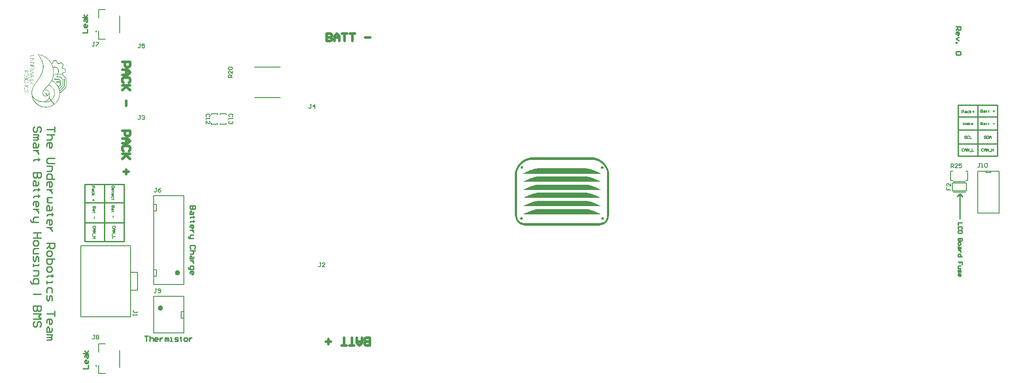
<source format=gto>
G04*
G04 #@! TF.GenerationSoftware,Altium Limited,Altium Designer,23.0.1 (38)*
G04*
G04 Layer_Color=16777215*
%FSLAX44Y44*%
%MOMM*%
G71*
G04*
G04 #@! TF.SameCoordinates,8AFF7610-CFF1-491F-A99F-289BE66ABFEC*
G04*
G04*
G04 #@! TF.FilePolarity,Positive*
G04*
G01*
G75*
%ADD10C,0.5080*%
%ADD11C,0.2000*%
%ADD12C,0.2540*%
%ADD13C,0.1524*%
%ADD14C,0.1270*%
G36*
X-1172988Y265522D02*
X-1172944D01*
Y265041D01*
X-1173031D01*
Y264998D01*
X-1173075D01*
Y265041D01*
X-1178277D01*
Y264998D01*
X-1178627D01*
Y264954D01*
X-1178802D01*
Y264910D01*
X-1179020D01*
Y264866D01*
X-1179064D01*
Y264823D01*
X-1179195D01*
Y264779D01*
X-1179282D01*
Y264735D01*
X-1179326D01*
Y264692D01*
X-1179414D01*
Y264648D01*
X-1179457D01*
Y264604D01*
X-1179501D01*
Y264560D01*
X-1179545D01*
Y264517D01*
X-1179588D01*
Y264473D01*
X-1179632D01*
Y264429D01*
X-1179676D01*
Y264386D01*
X-1179720D01*
Y264342D01*
X-1179763D01*
Y264254D01*
X-1179807D01*
Y264211D01*
X-1179851D01*
Y264123D01*
X-1179894D01*
Y264079D01*
X-1179938D01*
Y263992D01*
X-1179982D01*
Y263861D01*
X-1180026D01*
Y263773D01*
X-1180069D01*
Y263555D01*
X-1180113D01*
Y263511D01*
X-1180157D01*
Y263074D01*
X-1180200D01*
Y262899D01*
X-1180157D01*
Y262418D01*
X-1180113D01*
Y262331D01*
X-1180069D01*
Y262112D01*
X-1180026D01*
Y262025D01*
X-1179982D01*
Y261894D01*
X-1179938D01*
Y261806D01*
X-1179894D01*
Y261763D01*
X-1179851D01*
Y261675D01*
X-1179807D01*
Y261632D01*
X-1179763D01*
Y261588D01*
X-1179720D01*
Y261544D01*
X-1179676D01*
Y261457D01*
X-1179632D01*
Y261413D01*
X-1179588D01*
Y261369D01*
X-1179545D01*
Y261325D01*
X-1179501D01*
Y261282D01*
X-1179457D01*
Y261238D01*
X-1179370D01*
Y261194D01*
X-1179326D01*
Y261151D01*
X-1179239D01*
Y261107D01*
X-1179151D01*
Y261063D01*
X-1179020D01*
Y261019D01*
X-1178889D01*
Y260976D01*
X-1178802D01*
Y260932D01*
X-1178452D01*
Y260888D01*
X-1178102D01*
Y260845D01*
X-1172944D01*
Y260364D01*
X-1178321D01*
Y260408D01*
X-1178889D01*
Y260451D01*
X-1178976D01*
Y260495D01*
X-1179195D01*
Y260539D01*
X-1179282D01*
Y260582D01*
X-1179370D01*
Y260626D01*
X-1179457D01*
Y260670D01*
X-1179545D01*
Y260714D01*
X-1179632D01*
Y260757D01*
X-1179676D01*
Y260801D01*
X-1179720D01*
Y260845D01*
X-1179807D01*
Y260888D01*
X-1179851D01*
Y260932D01*
X-1179894D01*
Y260976D01*
X-1179938D01*
Y261019D01*
X-1179982D01*
Y261107D01*
X-1180026D01*
Y261151D01*
X-1180069D01*
Y261194D01*
X-1180113D01*
Y261238D01*
X-1180157D01*
Y261282D01*
X-1180200D01*
Y261369D01*
X-1180244D01*
Y261413D01*
X-1180288D01*
Y261500D01*
X-1180332D01*
Y261544D01*
X-1180375D01*
Y261675D01*
X-1180419D01*
Y261763D01*
X-1180463D01*
Y261850D01*
X-1180506D01*
Y262025D01*
X-1180550D01*
Y262112D01*
X-1180594D01*
Y262375D01*
X-1180638D01*
Y262549D01*
X-1180681D01*
Y263336D01*
X-1180638D01*
Y263511D01*
X-1180594D01*
Y263817D01*
X-1180550D01*
Y263905D01*
X-1180506D01*
Y264036D01*
X-1180463D01*
Y264123D01*
X-1180419D01*
Y264211D01*
X-1180375D01*
Y264342D01*
X-1180332D01*
Y264386D01*
X-1180288D01*
Y264473D01*
X-1180244D01*
Y264560D01*
X-1180200D01*
Y264604D01*
X-1180157D01*
Y264692D01*
X-1180113D01*
Y264735D01*
X-1180069D01*
Y264779D01*
X-1180026D01*
Y264823D01*
X-1179982D01*
Y264866D01*
X-1179938D01*
Y264910D01*
X-1179894D01*
Y264954D01*
X-1179851D01*
Y264998D01*
X-1179807D01*
Y265041D01*
X-1179763D01*
Y265085D01*
X-1179720D01*
Y265129D01*
X-1179632D01*
Y265172D01*
X-1179588D01*
Y265216D01*
X-1179501D01*
Y265260D01*
X-1179414D01*
Y265303D01*
X-1179326D01*
Y265347D01*
X-1179195D01*
Y265391D01*
X-1179151D01*
Y265435D01*
X-1178889D01*
Y265478D01*
X-1178714D01*
Y265522D01*
X-1178452D01*
Y265566D01*
X-1178277D01*
Y265522D01*
X-1174037D01*
Y265566D01*
X-1173862D01*
Y265522D01*
X-1173119D01*
Y265566D01*
X-1172988D01*
Y265522D01*
D02*
G37*
G36*
X-1173031Y259664D02*
X-1172988D01*
Y259621D01*
X-1173031D01*
Y259577D01*
X-1173075D01*
Y259533D01*
X-1173119D01*
Y259489D01*
X-1173163D01*
Y259446D01*
X-1173206D01*
Y259402D01*
X-1173250D01*
Y259358D01*
X-1173294D01*
Y259315D01*
X-1173337D01*
Y259271D01*
X-1173381D01*
Y259227D01*
X-1173425D01*
Y259184D01*
X-1173468D01*
Y259140D01*
X-1173556D01*
Y259052D01*
X-1173643D01*
Y259009D01*
X-1173687D01*
Y258965D01*
X-1173731D01*
Y258921D01*
X-1173774D01*
Y258834D01*
X-1173862D01*
Y258790D01*
X-1173906D01*
Y258746D01*
X-1173949D01*
Y258703D01*
X-1173993D01*
Y258659D01*
X-1174037D01*
Y258615D01*
X-1174081D01*
Y258571D01*
X-1174124D01*
Y258528D01*
X-1174168D01*
Y258484D01*
X-1174212D01*
Y258440D01*
X-1174255D01*
Y258397D01*
X-1174299D01*
Y258353D01*
X-1174343D01*
Y258309D01*
X-1174430D01*
Y258265D01*
X-1174474D01*
Y258222D01*
X-1174518D01*
Y258178D01*
X-1174561D01*
Y258134D01*
X-1174605D01*
Y258091D01*
X-1174649D01*
Y258047D01*
X-1174693D01*
Y258003D01*
X-1174736D01*
Y257960D01*
X-1174780D01*
Y257916D01*
X-1174824D01*
Y257872D01*
X-1174867D01*
Y257828D01*
X-1174911D01*
Y257785D01*
X-1174955D01*
Y257741D01*
X-1174998D01*
Y257697D01*
X-1175042D01*
Y257654D01*
X-1175130D01*
Y257566D01*
X-1175217D01*
Y257522D01*
X-1175261D01*
Y257479D01*
X-1175304D01*
Y257435D01*
X-1175348D01*
Y257391D01*
X-1175392D01*
Y257348D01*
X-1175436D01*
Y257304D01*
X-1175479D01*
Y257260D01*
X-1175523D01*
Y257216D01*
X-1175567D01*
Y257173D01*
X-1175611D01*
Y257129D01*
X-1175654D01*
Y257085D01*
X-1175698D01*
Y257042D01*
X-1175742D01*
Y256998D01*
X-1175785D01*
Y256954D01*
X-1175829D01*
Y256910D01*
X-1175873D01*
Y256867D01*
X-1175917D01*
Y256823D01*
X-1175960D01*
Y256779D01*
X-1176004D01*
Y256736D01*
X-1176091D01*
Y256648D01*
X-1176179D01*
Y256604D01*
X-1176223D01*
Y256561D01*
X-1176266D01*
Y256517D01*
X-1176310D01*
Y256473D01*
X-1176354D01*
Y256430D01*
X-1176397D01*
Y256386D01*
X-1176441D01*
Y256342D01*
X-1176485D01*
Y256298D01*
X-1176528D01*
Y256255D01*
X-1176572D01*
Y256211D01*
X-1176616D01*
Y256167D01*
X-1176660D01*
Y256124D01*
X-1176703D01*
Y256080D01*
X-1176791D01*
Y256036D01*
X-1176834D01*
Y255992D01*
X-1176878D01*
Y255949D01*
X-1176922D01*
Y255905D01*
X-1176966D01*
Y255861D01*
X-1177009D01*
Y255818D01*
X-1177053D01*
Y255774D01*
X-1177097D01*
Y255730D01*
X-1177141D01*
Y255686D01*
X-1177184D01*
Y255643D01*
X-1177228D01*
Y255599D01*
X-1177272D01*
Y255555D01*
X-1177315D01*
Y255512D01*
X-1177359D01*
Y255468D01*
X-1177403D01*
Y255424D01*
X-1177447D01*
Y255380D01*
X-1177490D01*
Y255337D01*
X-1177534D01*
Y255293D01*
X-1177578D01*
Y255249D01*
X-1177621D01*
Y255206D01*
X-1177665D01*
Y255162D01*
X-1177753D01*
Y255074D01*
X-1177840D01*
Y255031D01*
X-1177884D01*
Y254987D01*
X-1177927D01*
Y254943D01*
X-1177971D01*
Y254900D01*
X-1178015D01*
Y254856D01*
X-1178058D01*
Y254812D01*
X-1178102D01*
Y254769D01*
X-1178146D01*
Y254725D01*
X-1178190D01*
Y254681D01*
X-1178233D01*
Y254637D01*
X-1178277D01*
Y254594D01*
X-1178321D01*
Y254550D01*
X-1178364D01*
Y254506D01*
X-1178408D01*
Y254463D01*
X-1178452D01*
Y254419D01*
X-1178539D01*
Y254375D01*
X-1178583D01*
Y254331D01*
X-1178627D01*
Y254288D01*
X-1178670D01*
Y254244D01*
X-1178714D01*
Y254200D01*
X-1178758D01*
Y254156D01*
X-1178802D01*
Y254113D01*
X-1178845D01*
Y254069D01*
X-1178889D01*
Y254025D01*
X-1178933D01*
Y253982D01*
X-1178976D01*
Y253938D01*
X-1179020D01*
Y253894D01*
X-1179064D01*
Y253850D01*
X-1179108D01*
Y253807D01*
X-1179151D01*
Y253763D01*
X-1179195D01*
Y253719D01*
X-1179239D01*
Y253676D01*
X-1179326D01*
Y253588D01*
X-1179414D01*
Y253545D01*
X-1179457D01*
Y253501D01*
X-1179501D01*
Y253457D01*
X-1179545D01*
Y253370D01*
X-1179501D01*
Y253326D01*
X-1179370D01*
Y253370D01*
X-1179195D01*
Y253326D01*
X-1173294D01*
Y253370D01*
X-1173163D01*
Y253326D01*
X-1173075D01*
Y253282D01*
X-1173031D01*
Y252889D01*
X-1173075D01*
Y252845D01*
X-1180900D01*
Y252932D01*
X-1180856D01*
Y252976D01*
X-1180812D01*
Y253020D01*
X-1180725D01*
Y253064D01*
X-1180681D01*
Y253107D01*
X-1180638D01*
Y253151D01*
X-1180594D01*
Y253195D01*
X-1180550D01*
Y253239D01*
X-1180506D01*
Y253282D01*
X-1180463D01*
Y253326D01*
X-1180419D01*
Y253370D01*
X-1180375D01*
Y253413D01*
X-1180332D01*
Y253457D01*
X-1180288D01*
Y253501D01*
X-1180200D01*
Y253588D01*
X-1180113D01*
Y253632D01*
X-1180069D01*
Y253676D01*
X-1180026D01*
Y253719D01*
X-1179982D01*
Y253763D01*
X-1179938D01*
Y253807D01*
X-1179894D01*
Y253850D01*
X-1179851D01*
Y253894D01*
X-1179807D01*
Y253938D01*
X-1179763D01*
Y253982D01*
X-1179720D01*
Y254025D01*
X-1179676D01*
Y254069D01*
X-1179632D01*
Y254113D01*
X-1179588D01*
Y254156D01*
X-1179545D01*
Y254200D01*
X-1179501D01*
Y254244D01*
X-1179457D01*
Y254288D01*
X-1179414D01*
Y254331D01*
X-1179370D01*
Y254375D01*
X-1179326D01*
Y254419D01*
X-1179239D01*
Y254506D01*
X-1179151D01*
Y254550D01*
X-1179108D01*
Y254594D01*
X-1179064D01*
Y254637D01*
X-1179020D01*
Y254681D01*
X-1178976D01*
Y254725D01*
X-1178933D01*
Y254769D01*
X-1178889D01*
Y254812D01*
X-1178845D01*
Y254856D01*
X-1178802D01*
Y254900D01*
X-1178758D01*
Y254943D01*
X-1178670D01*
Y254987D01*
X-1178627D01*
Y255031D01*
X-1178583D01*
Y255074D01*
X-1178539D01*
Y255118D01*
X-1178496D01*
Y255162D01*
X-1178452D01*
Y255206D01*
X-1178408D01*
Y255249D01*
X-1178364D01*
Y255293D01*
X-1178321D01*
Y255337D01*
X-1178277D01*
Y255380D01*
X-1178233D01*
Y255424D01*
X-1178190D01*
Y255468D01*
X-1178146D01*
Y255512D01*
X-1178102D01*
Y255555D01*
X-1178058D01*
Y255599D01*
X-1177971D01*
Y255686D01*
X-1177884D01*
Y255774D01*
X-1177796D01*
Y255818D01*
X-1177753D01*
Y255861D01*
X-1177709D01*
Y255905D01*
X-1177665D01*
Y255949D01*
X-1177621D01*
Y255992D01*
X-1177578D01*
Y256036D01*
X-1177534D01*
Y256080D01*
X-1177490D01*
Y256124D01*
X-1177447D01*
Y256167D01*
X-1177403D01*
Y256211D01*
X-1177359D01*
Y256255D01*
X-1177315D01*
Y256298D01*
X-1177272D01*
Y256342D01*
X-1177228D01*
Y256386D01*
X-1177141D01*
Y256430D01*
X-1177097D01*
Y256473D01*
X-1177053D01*
Y256517D01*
X-1177009D01*
Y256561D01*
X-1176966D01*
Y256604D01*
X-1176922D01*
Y256648D01*
X-1176878D01*
Y256692D01*
X-1176834D01*
Y256736D01*
X-1176791D01*
Y256779D01*
X-1176747D01*
Y256823D01*
X-1176703D01*
Y256867D01*
X-1176660D01*
Y256910D01*
X-1176616D01*
Y256954D01*
X-1176528D01*
Y257042D01*
X-1176441D01*
Y257085D01*
X-1176397D01*
Y257129D01*
X-1176354D01*
Y257173D01*
X-1176310D01*
Y257216D01*
X-1176266D01*
Y257260D01*
X-1176223D01*
Y257304D01*
X-1176179D01*
Y257348D01*
X-1176135D01*
Y257391D01*
X-1176091D01*
Y257435D01*
X-1176048D01*
Y257479D01*
X-1176004D01*
Y257522D01*
X-1175960D01*
Y257566D01*
X-1175917D01*
Y257610D01*
X-1175873D01*
Y257654D01*
X-1175829D01*
Y257697D01*
X-1175785D01*
Y257741D01*
X-1175742D01*
Y257785D01*
X-1175654D01*
Y257872D01*
X-1175567D01*
Y257916D01*
X-1175523D01*
Y257960D01*
X-1175479D01*
Y258003D01*
X-1175436D01*
Y258047D01*
X-1175392D01*
Y258091D01*
X-1175348D01*
Y258134D01*
X-1175304D01*
Y258178D01*
X-1175261D01*
Y258222D01*
X-1175217D01*
Y258265D01*
X-1175173D01*
Y258309D01*
X-1175130D01*
Y258353D01*
X-1175086D01*
Y258397D01*
X-1174998D01*
Y258440D01*
X-1174955D01*
Y258484D01*
X-1174911D01*
Y258528D01*
X-1174867D01*
Y258571D01*
X-1174824D01*
Y258615D01*
X-1174780D01*
Y258659D01*
X-1174736D01*
Y258703D01*
X-1174693D01*
Y258746D01*
X-1174649D01*
Y258790D01*
X-1174605D01*
Y258834D01*
X-1174561D01*
Y258878D01*
X-1174518D01*
Y258921D01*
X-1174474D01*
Y258965D01*
X-1174430D01*
Y259009D01*
X-1174387D01*
Y259052D01*
X-1174299D01*
Y259184D01*
X-1174343D01*
Y259227D01*
X-1174430D01*
Y259184D01*
X-1174780D01*
Y259227D01*
X-1174824D01*
Y259184D01*
X-1180113D01*
Y259227D01*
X-1180244D01*
Y259184D01*
X-1180638D01*
Y259227D01*
X-1180681D01*
Y259708D01*
X-1173031D01*
Y259664D01*
D02*
G37*
G36*
X-1173163Y250310D02*
Y250266D01*
Y249916D01*
X-1173206D01*
Y249654D01*
X-1173250D01*
Y249304D01*
X-1173294D01*
Y249173D01*
X-1173337D01*
Y248955D01*
X-1173381D01*
Y248867D01*
X-1173425D01*
Y248780D01*
X-1173468D01*
Y248648D01*
X-1173512D01*
Y248561D01*
X-1173556D01*
Y248474D01*
X-1173600D01*
Y248386D01*
X-1173643D01*
Y248299D01*
X-1173687D01*
Y248211D01*
X-1173774D01*
Y248124D01*
X-1173818D01*
Y248080D01*
X-1173862D01*
Y247993D01*
X-1173906D01*
Y247949D01*
X-1173949D01*
Y247905D01*
X-1173993D01*
Y247818D01*
X-1174037D01*
Y247774D01*
X-1174081D01*
Y247731D01*
X-1174124D01*
Y247687D01*
X-1174168D01*
Y247643D01*
X-1174212D01*
Y247599D01*
X-1174255D01*
Y247556D01*
X-1174299D01*
Y247512D01*
X-1174343D01*
Y247468D01*
X-1174387D01*
Y247425D01*
X-1174430D01*
Y247381D01*
X-1174518D01*
Y247337D01*
X-1174561D01*
Y247293D01*
X-1174605D01*
Y247250D01*
X-1174693D01*
Y247206D01*
X-1174736D01*
Y247162D01*
X-1174780D01*
Y247119D01*
X-1174867D01*
Y247075D01*
X-1174955D01*
Y247031D01*
X-1174998D01*
Y246987D01*
X-1175130D01*
Y246944D01*
X-1175173D01*
Y246900D01*
X-1175261D01*
Y246856D01*
X-1175392D01*
Y246812D01*
X-1175436D01*
Y246769D01*
X-1175611D01*
Y246725D01*
X-1175698D01*
Y246681D01*
X-1175873D01*
Y246638D01*
X-1176091D01*
Y246594D01*
X-1176179D01*
Y246550D01*
X-1176878D01*
Y246507D01*
X-1177097D01*
Y246550D01*
X-1177796D01*
Y246594D01*
X-1177884D01*
Y246638D01*
X-1178058D01*
Y246681D01*
X-1178233D01*
Y246725D01*
X-1178321D01*
Y246769D01*
X-1178496D01*
Y246812D01*
X-1178539D01*
Y246856D01*
X-1178670D01*
Y246900D01*
X-1178758D01*
Y246944D01*
X-1178845D01*
Y246987D01*
X-1178933D01*
Y247031D01*
X-1178976D01*
Y247075D01*
X-1179108D01*
Y247119D01*
X-1179151D01*
Y247162D01*
X-1179195D01*
Y247206D01*
X-1179282D01*
Y247250D01*
X-1179326D01*
Y247293D01*
X-1179414D01*
Y247337D01*
X-1179457D01*
Y247381D01*
X-1179501D01*
Y247425D01*
X-1179545D01*
Y247468D01*
X-1179588D01*
Y247512D01*
X-1179632D01*
Y247556D01*
X-1179676D01*
Y247599D01*
X-1179720D01*
Y247643D01*
X-1179763D01*
Y247687D01*
X-1179807D01*
Y247731D01*
X-1179851D01*
Y247774D01*
X-1179894D01*
Y247818D01*
X-1179938D01*
Y247862D01*
X-1179982D01*
Y247905D01*
X-1180026D01*
Y247949D01*
X-1180069D01*
Y248036D01*
X-1180113D01*
Y248080D01*
X-1180157D01*
Y248168D01*
X-1180200D01*
Y248211D01*
X-1180244D01*
Y248255D01*
X-1180288D01*
Y248386D01*
X-1180332D01*
Y248430D01*
X-1180375D01*
Y248561D01*
X-1180419D01*
Y248605D01*
X-1180463D01*
Y248692D01*
X-1180506D01*
Y248823D01*
X-1180550D01*
Y248911D01*
X-1180594D01*
Y249129D01*
X-1180638D01*
Y249261D01*
X-1180681D01*
Y249523D01*
X-1180725D01*
Y249785D01*
X-1180769D01*
Y250091D01*
X-1180812D01*
Y251883D01*
X-1180769D01*
Y251927D01*
X-1173163D01*
Y250310D01*
D02*
G37*
G36*
X-1173337Y245938D02*
X-1173250D01*
Y242354D01*
X-1173294D01*
Y242310D01*
X-1173731D01*
Y242354D01*
X-1173774D01*
Y245414D01*
X-1173818D01*
Y245457D01*
X-1176441D01*
Y245414D01*
X-1176485D01*
Y244102D01*
Y244059D01*
Y242397D01*
X-1176572D01*
Y242354D01*
X-1176660D01*
Y242397D01*
X-1176834D01*
Y242354D01*
X-1176878D01*
Y242397D01*
X-1176922D01*
Y242441D01*
X-1176966D01*
Y245414D01*
X-1177009D01*
Y245457D01*
X-1180375D01*
Y245370D01*
X-1180419D01*
Y242485D01*
X-1180375D01*
Y242397D01*
X-1180419D01*
Y242310D01*
X-1180856D01*
Y242354D01*
X-1180900D01*
Y245938D01*
X-1180856D01*
Y245982D01*
X-1180725D01*
Y245938D01*
X-1180594D01*
Y245982D01*
X-1180463D01*
Y245938D01*
X-1180375D01*
Y245982D01*
X-1180244D01*
Y245938D01*
X-1177534D01*
Y245982D01*
X-1177228D01*
Y245938D01*
X-1177053D01*
Y245982D01*
X-1176922D01*
Y245938D01*
X-1176310D01*
Y245982D01*
X-1176223D01*
Y245938D01*
X-1176048D01*
Y245982D01*
X-1175960D01*
Y245938D01*
X-1174081D01*
Y245982D01*
X-1173774D01*
Y245938D01*
X-1173687D01*
Y245982D01*
X-1173600D01*
Y245938D01*
X-1173425D01*
Y245982D01*
X-1173337D01*
Y245938D01*
D02*
G37*
G36*
X-1173294Y241523D02*
X-1173250D01*
Y240081D01*
X-1173294D01*
Y239775D01*
X-1173337D01*
Y239425D01*
X-1173381D01*
Y239338D01*
X-1173425D01*
Y239250D01*
X-1173468D01*
Y239075D01*
X-1173512D01*
Y239032D01*
X-1173556D01*
Y238944D01*
X-1173600D01*
Y238900D01*
X-1173643D01*
Y238857D01*
Y238813D01*
X-1173687D01*
Y238725D01*
X-1173731D01*
Y238682D01*
X-1173774D01*
Y238638D01*
X-1173818D01*
Y238594D01*
X-1173862D01*
Y238551D01*
X-1173949D01*
Y238507D01*
X-1173993D01*
Y238463D01*
X-1174037D01*
Y238419D01*
X-1174081D01*
Y238376D01*
X-1174212D01*
Y238332D01*
X-1174255D01*
Y238288D01*
X-1174343D01*
Y238245D01*
X-1174474D01*
Y238201D01*
X-1174561D01*
Y238157D01*
X-1174780D01*
Y238113D01*
X-1174955D01*
Y238070D01*
X-1175654D01*
Y238113D01*
X-1175785D01*
Y238157D01*
X-1176048D01*
Y238201D01*
X-1176135D01*
Y238245D01*
X-1176223D01*
Y238288D01*
X-1176310D01*
Y238332D01*
X-1176397D01*
Y238376D01*
X-1176485D01*
Y238419D01*
X-1176528D01*
Y238463D01*
X-1176616D01*
Y238507D01*
X-1176660D01*
Y238551D01*
X-1176703D01*
Y238594D01*
X-1176747D01*
Y238638D01*
X-1176791D01*
Y238682D01*
X-1176834D01*
Y238769D01*
X-1176878D01*
Y238813D01*
X-1176922D01*
Y238900D01*
X-1177009D01*
Y239032D01*
X-1177053D01*
Y239119D01*
X-1177097D01*
Y239163D01*
X-1177141D01*
Y239338D01*
X-1177184D01*
Y239425D01*
X-1177228D01*
Y239731D01*
X-1177272D01*
Y240124D01*
X-1177315D01*
Y240168D01*
X-1177447D01*
Y240124D01*
X-1177490D01*
Y240081D01*
X-1177534D01*
Y240037D01*
X-1177621D01*
Y239993D01*
X-1177665D01*
Y239949D01*
X-1177753D01*
Y239906D01*
X-1177796D01*
Y239862D01*
X-1177840D01*
Y239818D01*
X-1177927D01*
Y239775D01*
X-1177971D01*
Y239731D01*
X-1178058D01*
Y239687D01*
X-1178102D01*
Y239643D01*
X-1178190D01*
Y239600D01*
X-1178233D01*
Y239556D01*
X-1178321D01*
Y239512D01*
X-1178364D01*
Y239469D01*
X-1178408D01*
Y239425D01*
X-1178496D01*
Y239381D01*
X-1178539D01*
Y239338D01*
X-1178627D01*
Y239294D01*
X-1178670D01*
Y239250D01*
X-1178714D01*
Y239206D01*
X-1178802D01*
Y239163D01*
X-1178845D01*
Y239119D01*
X-1178933D01*
Y239075D01*
X-1178976D01*
Y239032D01*
X-1179064D01*
Y238988D01*
X-1179108D01*
Y238944D01*
X-1179151D01*
Y238900D01*
X-1179282D01*
Y238857D01*
X-1179326D01*
Y238813D01*
X-1179370D01*
Y238769D01*
X-1179414D01*
Y238725D01*
X-1179501D01*
Y238682D01*
X-1179588D01*
Y238638D01*
X-1179632D01*
Y238594D01*
X-1179720D01*
Y238551D01*
X-1179763D01*
Y238507D01*
X-1179807D01*
Y238463D01*
X-1179894D01*
Y238419D01*
X-1179938D01*
Y238376D01*
X-1180026D01*
Y238332D01*
X-1180069D01*
Y238288D01*
X-1180113D01*
Y238245D01*
X-1180200D01*
Y238201D01*
X-1180244D01*
Y238157D01*
X-1180332D01*
Y238113D01*
X-1180375D01*
Y238070D01*
X-1180463D01*
Y238026D01*
X-1180506D01*
Y237982D01*
X-1180550D01*
Y237939D01*
X-1180638D01*
Y237895D01*
X-1180681D01*
Y237851D01*
X-1180769D01*
Y237808D01*
X-1180812D01*
Y237764D01*
X-1180900D01*
Y238376D01*
X-1180812D01*
Y238463D01*
X-1180725D01*
Y238507D01*
X-1180638D01*
Y238551D01*
X-1180594D01*
Y238594D01*
X-1180506D01*
Y238638D01*
X-1180463D01*
Y238682D01*
X-1180375D01*
Y238725D01*
X-1180332D01*
Y238769D01*
X-1180288D01*
Y238813D01*
X-1180200D01*
Y238857D01*
X-1180157D01*
Y238900D01*
X-1180069D01*
Y238944D01*
X-1180026D01*
Y238988D01*
X-1179938D01*
Y239032D01*
X-1179894D01*
Y239075D01*
X-1179851D01*
Y239119D01*
X-1179763D01*
Y239163D01*
X-1179720D01*
Y239206D01*
X-1179632D01*
Y239250D01*
X-1179588D01*
Y239294D01*
X-1179501D01*
Y239338D01*
X-1179457D01*
Y239381D01*
X-1179414D01*
Y239425D01*
X-1179282D01*
Y239469D01*
X-1179239D01*
Y239512D01*
X-1179195D01*
Y239556D01*
X-1179108D01*
Y239600D01*
X-1179064D01*
Y239643D01*
X-1178976D01*
Y239687D01*
X-1178933D01*
Y239731D01*
X-1178889D01*
Y239775D01*
X-1178802D01*
Y239818D01*
X-1178758D01*
Y239862D01*
X-1178670D01*
Y239906D01*
X-1178627D01*
Y239949D01*
X-1178539D01*
Y239993D01*
X-1178496D01*
Y240037D01*
X-1178452D01*
Y240081D01*
X-1178364D01*
Y240124D01*
X-1178321D01*
Y240168D01*
X-1178233D01*
Y240212D01*
X-1178190D01*
Y240256D01*
X-1178102D01*
Y240299D01*
X-1178058D01*
Y240343D01*
X-1177971D01*
Y240387D01*
X-1177927D01*
Y240430D01*
X-1177884D01*
Y240474D01*
X-1177796D01*
Y240518D01*
X-1177753D01*
Y240562D01*
X-1177665D01*
Y240605D01*
X-1177578D01*
Y240649D01*
X-1177534D01*
Y240693D01*
X-1177490D01*
Y240736D01*
X-1177447D01*
Y240780D01*
X-1177359D01*
Y240824D01*
X-1177315D01*
Y240911D01*
X-1177272D01*
Y240955D01*
X-1177315D01*
Y240999D01*
X-1177359D01*
Y241042D01*
X-1180856D01*
Y241086D01*
X-1180900D01*
Y241523D01*
X-1180856D01*
Y241567D01*
X-1173294D01*
Y241523D01*
D02*
G37*
G36*
X-1183785Y236059D02*
X-1183741D01*
Y234616D01*
X-1183785D01*
Y234310D01*
X-1183829D01*
Y233961D01*
X-1183872D01*
Y233873D01*
X-1183916D01*
Y233786D01*
X-1183960D01*
Y233655D01*
X-1184004D01*
Y233611D01*
X-1184047D01*
Y233480D01*
X-1184091D01*
Y233436D01*
X-1184135D01*
Y233349D01*
X-1184178D01*
Y233305D01*
X-1184222D01*
Y233261D01*
X-1184266D01*
Y233174D01*
X-1184309D01*
Y233130D01*
X-1184397D01*
Y233086D01*
X-1184441D01*
Y233043D01*
X-1184484D01*
Y232999D01*
X-1184572D01*
Y232955D01*
X-1184615D01*
Y232912D01*
X-1184703D01*
Y232868D01*
X-1184747D01*
Y232824D01*
X-1184878D01*
Y232780D01*
X-1184965D01*
Y232737D01*
X-1185053D01*
Y232693D01*
X-1185315D01*
Y232649D01*
X-1185490D01*
Y232606D01*
X-1186102D01*
Y232649D01*
X-1186233D01*
Y232693D01*
X-1186495D01*
Y232737D01*
X-1186626D01*
Y232780D01*
X-1186714D01*
Y232824D01*
X-1186801D01*
Y232868D01*
X-1186845D01*
Y232912D01*
X-1186976D01*
Y232955D01*
X-1187020D01*
Y232999D01*
X-1187064D01*
Y233043D01*
X-1187151D01*
Y233086D01*
X-1187195D01*
Y233130D01*
X-1187238D01*
Y233174D01*
X-1187282D01*
Y233261D01*
X-1187326D01*
Y233305D01*
X-1187370D01*
Y233349D01*
X-1187413D01*
Y233436D01*
X-1187457D01*
Y233480D01*
X-1187501D01*
Y233567D01*
X-1187544D01*
Y233655D01*
X-1187588D01*
Y233698D01*
X-1187632D01*
Y233873D01*
X-1187675D01*
Y233961D01*
X-1187719D01*
Y234267D01*
X-1187763D01*
Y234660D01*
X-1187807D01*
Y234704D01*
X-1187938D01*
Y234660D01*
X-1187981D01*
Y234616D01*
X-1188069D01*
Y234573D01*
X-1188113D01*
Y234529D01*
X-1188156D01*
Y234485D01*
X-1188244D01*
Y234442D01*
X-1188288D01*
Y234398D01*
X-1188375D01*
Y234354D01*
X-1188419D01*
Y234310D01*
X-1188462D01*
Y234267D01*
X-1188550D01*
Y234223D01*
X-1188594D01*
Y234179D01*
X-1188681D01*
Y234135D01*
X-1188725D01*
Y234092D01*
X-1188812D01*
Y234048D01*
X-1188856D01*
Y234004D01*
X-1188900D01*
Y233961D01*
X-1188987D01*
Y233917D01*
X-1189031D01*
Y233873D01*
X-1189118D01*
Y233830D01*
X-1189162D01*
Y233786D01*
X-1189249D01*
Y233742D01*
X-1189293D01*
Y233698D01*
X-1189337D01*
Y233655D01*
X-1189468D01*
Y233611D01*
X-1189511D01*
Y233567D01*
X-1189555D01*
Y233524D01*
X-1189643D01*
Y233480D01*
X-1189686D01*
Y233436D01*
X-1189774D01*
Y233392D01*
X-1189818D01*
Y233349D01*
X-1189905D01*
Y233305D01*
X-1189949D01*
Y233261D01*
X-1189992D01*
Y233218D01*
X-1190080D01*
Y233174D01*
X-1190124D01*
Y233130D01*
X-1190211D01*
Y233086D01*
X-1190255D01*
Y233043D01*
X-1190298D01*
Y232999D01*
X-1190386D01*
Y232955D01*
X-1190429D01*
Y232912D01*
X-1190517D01*
Y232868D01*
X-1190561D01*
Y232824D01*
X-1190648D01*
Y232780D01*
X-1190692D01*
Y232737D01*
X-1190735D01*
Y232693D01*
X-1190823D01*
Y232649D01*
X-1190867D01*
Y232606D01*
X-1190954D01*
Y232562D01*
X-1190998D01*
Y232518D01*
X-1191085D01*
Y232474D01*
X-1191129D01*
Y232431D01*
X-1191216D01*
Y232387D01*
X-1191260D01*
Y232343D01*
X-1191304D01*
Y232300D01*
X-1191391D01*
Y232912D01*
X-1191347D01*
Y232955D01*
X-1191304D01*
Y232999D01*
X-1191216D01*
Y233043D01*
X-1191129D01*
Y233086D01*
X-1191085D01*
Y233130D01*
X-1190998D01*
Y233218D01*
X-1190910D01*
Y233261D01*
X-1190823D01*
Y233305D01*
X-1190779D01*
Y233349D01*
X-1190692D01*
Y233392D01*
X-1190648D01*
Y233436D01*
X-1190561D01*
Y233480D01*
X-1190517D01*
Y233524D01*
X-1190473D01*
Y233567D01*
X-1190386D01*
Y233611D01*
X-1190342D01*
Y233655D01*
X-1190255D01*
Y233698D01*
X-1190211D01*
Y233742D01*
X-1190124D01*
Y233786D01*
X-1190080D01*
Y233830D01*
X-1190036D01*
Y233873D01*
X-1189949D01*
Y233917D01*
X-1189905D01*
Y233961D01*
X-1189818D01*
Y234004D01*
X-1189730D01*
Y234048D01*
X-1189686D01*
Y234092D01*
X-1189643D01*
Y234135D01*
X-1189599D01*
Y234179D01*
X-1189511D01*
Y234223D01*
X-1189424D01*
Y234267D01*
X-1189380D01*
Y234310D01*
X-1189337D01*
Y234354D01*
X-1189249D01*
Y234398D01*
X-1189162D01*
Y234442D01*
X-1189118D01*
Y234485D01*
X-1189031D01*
Y234529D01*
X-1188987D01*
Y234573D01*
X-1188943D01*
Y234616D01*
X-1188856D01*
Y234660D01*
X-1188812D01*
Y234704D01*
X-1188725D01*
Y234748D01*
X-1188681D01*
Y234791D01*
X-1188637D01*
Y234835D01*
X-1188550D01*
Y234879D01*
X-1188506D01*
Y234922D01*
X-1188419D01*
Y234966D01*
X-1188375D01*
Y235010D01*
X-1188288D01*
Y235054D01*
X-1188244D01*
Y235097D01*
X-1188200D01*
Y235141D01*
X-1188113D01*
Y235185D01*
X-1188069D01*
Y235228D01*
X-1187981D01*
Y235272D01*
X-1187938D01*
Y235316D01*
X-1187850D01*
Y235359D01*
X-1187807D01*
Y235447D01*
X-1187763D01*
Y235534D01*
X-1187807D01*
Y235578D01*
X-1187894D01*
Y235622D01*
X-1188025D01*
Y235578D01*
X-1190823D01*
Y235622D01*
X-1190954D01*
Y235578D01*
X-1191304D01*
Y235622D01*
X-1191391D01*
Y236059D01*
X-1191347D01*
Y236103D01*
X-1183785D01*
Y236059D01*
D02*
G37*
G36*
X-1187719Y232343D02*
X-1187457D01*
Y232300D01*
X-1187370D01*
Y232343D01*
X-1187238D01*
Y232300D01*
X-1186932D01*
Y232256D01*
X-1186801D01*
Y232212D01*
X-1186670D01*
Y232168D01*
X-1186495D01*
Y232125D01*
X-1186408D01*
Y232081D01*
X-1186277D01*
Y232037D01*
X-1186189D01*
Y231994D01*
X-1186102D01*
Y231950D01*
X-1186014D01*
Y231906D01*
X-1185971D01*
Y231862D01*
X-1185839D01*
Y231819D01*
X-1185796D01*
Y231775D01*
X-1185708D01*
Y231731D01*
X-1185621D01*
Y231688D01*
X-1185577D01*
Y231644D01*
X-1185490D01*
Y231600D01*
X-1185446D01*
Y231556D01*
X-1185359D01*
Y231513D01*
X-1185315D01*
Y231469D01*
X-1185271D01*
Y231425D01*
X-1185228D01*
Y231382D01*
X-1185184D01*
Y231338D01*
X-1185096D01*
Y231250D01*
X-1185053D01*
Y231207D01*
X-1185009D01*
Y231163D01*
X-1184965D01*
Y231119D01*
X-1184921D01*
Y231076D01*
X-1184878D01*
Y231032D01*
X-1184834D01*
Y230988D01*
X-1184790D01*
Y230901D01*
X-1184747D01*
Y230857D01*
X-1184703D01*
Y230813D01*
X-1184659D01*
Y230726D01*
X-1184615D01*
Y230682D01*
X-1184572D01*
Y230639D01*
X-1184528D01*
Y230595D01*
X-1184484D01*
Y230507D01*
X-1184441D01*
Y230420D01*
X-1184397D01*
Y230376D01*
X-1184353D01*
Y230245D01*
X-1184309D01*
Y230201D01*
X-1184266D01*
Y230070D01*
X-1184222D01*
Y230026D01*
X-1184178D01*
Y229895D01*
X-1184135D01*
Y229764D01*
X-1184091D01*
Y229677D01*
X-1184047D01*
Y229458D01*
X-1184004D01*
Y229371D01*
X-1183960D01*
Y229109D01*
X-1183916D01*
Y228846D01*
X-1183872D01*
Y227972D01*
X-1183916D01*
Y227753D01*
X-1183960D01*
Y227404D01*
X-1184004D01*
Y227316D01*
X-1184047D01*
Y227141D01*
X-1184091D01*
Y227054D01*
X-1184135D01*
Y226923D01*
X-1184178D01*
Y226792D01*
X-1184222D01*
Y226748D01*
X-1184266D01*
Y226617D01*
X-1184309D01*
Y226529D01*
X-1184353D01*
Y226442D01*
X-1184397D01*
Y226398D01*
X-1184441D01*
Y226311D01*
X-1184484D01*
Y226223D01*
X-1184528D01*
Y226180D01*
X-1184572D01*
Y226092D01*
X-1184615D01*
Y226049D01*
X-1184659D01*
Y226005D01*
X-1184703D01*
Y225917D01*
X-1184747D01*
Y225874D01*
X-1184790D01*
Y225830D01*
X-1184834D01*
Y225786D01*
X-1184878D01*
Y225742D01*
X-1184921D01*
Y225699D01*
X-1184965D01*
Y225655D01*
X-1185009D01*
Y225568D01*
X-1185096D01*
Y225480D01*
X-1185184D01*
Y225436D01*
X-1185228D01*
Y225393D01*
X-1185271D01*
Y225349D01*
X-1185315D01*
Y225305D01*
X-1185359D01*
Y225262D01*
X-1185446D01*
Y225218D01*
X-1185490D01*
Y225174D01*
X-1185577D01*
Y225131D01*
X-1185621D01*
Y225087D01*
X-1185665D01*
Y225043D01*
X-1185796D01*
Y224999D01*
X-1185839D01*
Y224956D01*
X-1185927D01*
Y224912D01*
X-1186014D01*
Y224868D01*
X-1186102D01*
Y224825D01*
X-1186189D01*
Y224781D01*
X-1186233D01*
Y224737D01*
X-1186408D01*
Y224693D01*
X-1186451D01*
Y224650D01*
X-1186626D01*
Y224606D01*
X-1186801D01*
Y224562D01*
X-1186889D01*
Y224519D01*
X-1187195D01*
Y224475D01*
X-1187632D01*
Y224431D01*
X-1187938D01*
Y224475D01*
X-1188375D01*
Y224519D01*
X-1188681D01*
Y224562D01*
X-1188768D01*
Y224606D01*
X-1188943D01*
Y224650D01*
X-1189074D01*
Y224693D01*
X-1189162D01*
Y224737D01*
X-1189337D01*
Y224781D01*
X-1189380D01*
Y224825D01*
X-1189468D01*
Y224868D01*
X-1189555D01*
Y224912D01*
X-1189643D01*
Y224956D01*
X-1189730D01*
Y224999D01*
X-1189774D01*
Y225043D01*
X-1189905D01*
Y225087D01*
X-1189949D01*
Y225131D01*
X-1189992D01*
Y225174D01*
X-1190080D01*
Y225218D01*
X-1190124D01*
Y225262D01*
X-1190211D01*
Y225305D01*
X-1190255D01*
Y225349D01*
X-1190298D01*
Y225393D01*
X-1190342D01*
Y225436D01*
X-1190386D01*
Y225480D01*
X-1190429D01*
Y225524D01*
X-1190473D01*
Y225568D01*
X-1190517D01*
Y225611D01*
X-1190561D01*
Y225655D01*
X-1190604D01*
Y225699D01*
X-1190648D01*
Y225742D01*
X-1190692D01*
Y225786D01*
X-1190735D01*
Y225830D01*
X-1190779D01*
Y225917D01*
X-1190823D01*
Y225961D01*
X-1190867D01*
Y226005D01*
X-1190910D01*
Y226049D01*
X-1190954D01*
Y226136D01*
X-1190998D01*
Y226180D01*
X-1191041D01*
Y226223D01*
X-1191085D01*
Y226311D01*
X-1191129D01*
Y226398D01*
X-1191173D01*
Y226486D01*
X-1191216D01*
Y226529D01*
X-1191260D01*
Y226617D01*
X-1191304D01*
Y226748D01*
X-1191347D01*
Y226792D01*
X-1191391D01*
Y226966D01*
X-1191435D01*
Y227054D01*
X-1191479D01*
Y227141D01*
X-1191522D01*
Y227360D01*
X-1191566D01*
Y227447D01*
X-1191610D01*
Y227753D01*
X-1191653D01*
Y227972D01*
X-1191697D01*
Y228846D01*
X-1191653D01*
Y229065D01*
X-1191610D01*
Y229371D01*
X-1191566D01*
Y229458D01*
X-1191522D01*
Y229633D01*
X-1191479D01*
Y229764D01*
X-1191435D01*
Y229852D01*
X-1191391D01*
Y230026D01*
X-1191347D01*
Y230070D01*
X-1191304D01*
Y230201D01*
X-1191260D01*
Y230245D01*
X-1191216D01*
Y230333D01*
X-1191173D01*
Y230420D01*
X-1191129D01*
Y230464D01*
X-1191085D01*
Y230595D01*
X-1191041D01*
Y230639D01*
X-1190998D01*
Y230682D01*
X-1190954D01*
Y230726D01*
X-1190910D01*
Y230770D01*
X-1190867D01*
Y230857D01*
X-1190823D01*
Y230901D01*
X-1190779D01*
Y230988D01*
X-1190735D01*
Y231032D01*
X-1190692D01*
Y231076D01*
X-1190648D01*
Y231119D01*
X-1190604D01*
Y231163D01*
X-1190561D01*
Y231207D01*
X-1190517D01*
Y231250D01*
X-1190473D01*
Y231294D01*
X-1190429D01*
Y231338D01*
X-1190386D01*
Y231382D01*
X-1190342D01*
Y231425D01*
X-1190298D01*
Y231469D01*
X-1190255D01*
Y231513D01*
X-1190167D01*
Y231556D01*
X-1190124D01*
Y231600D01*
X-1190080D01*
Y231644D01*
X-1189992D01*
Y231688D01*
X-1189905D01*
Y231731D01*
X-1189861D01*
Y231775D01*
X-1189774D01*
Y231819D01*
X-1189730D01*
Y231862D01*
X-1189599D01*
Y231906D01*
X-1189555D01*
Y231950D01*
X-1189468D01*
Y231994D01*
X-1189380D01*
Y232037D01*
X-1189293D01*
Y232081D01*
X-1189162D01*
Y232125D01*
X-1189074D01*
Y232168D01*
X-1188900D01*
Y232212D01*
X-1188725D01*
Y232256D01*
X-1188637D01*
Y232300D01*
X-1188331D01*
Y232343D01*
X-1188200D01*
Y232300D01*
X-1188113D01*
Y232343D01*
X-1187850D01*
Y232387D01*
X-1187719D01*
Y232343D01*
D02*
G37*
G36*
X-1173468Y237458D02*
X-1173512D01*
Y237414D01*
X-1173600D01*
Y237370D01*
X-1173687D01*
Y237327D01*
X-1173906D01*
Y237283D01*
X-1173993D01*
Y237239D01*
X-1174168D01*
Y237195D01*
X-1174299D01*
Y237152D01*
X-1174387D01*
Y237108D01*
X-1174561D01*
Y237064D01*
X-1174649D01*
Y237021D01*
X-1174824D01*
Y236977D01*
X-1174911D01*
Y236933D01*
X-1175042D01*
Y236889D01*
X-1175217D01*
Y236846D01*
X-1175304D01*
Y236802D01*
X-1175523D01*
Y236758D01*
X-1175567D01*
Y236715D01*
X-1175742D01*
Y236671D01*
X-1175873D01*
Y236627D01*
X-1175960D01*
Y236583D01*
X-1176179D01*
Y236540D01*
X-1176266D01*
Y236496D01*
X-1176441D01*
Y236452D01*
X-1176528D01*
Y236409D01*
X-1176660D01*
Y236365D01*
X-1176834D01*
Y236321D01*
X-1176922D01*
Y236278D01*
X-1177097D01*
Y236234D01*
X-1177184D01*
Y236190D01*
X-1177315D01*
Y236146D01*
X-1177490D01*
Y236103D01*
X-1177578D01*
Y236059D01*
X-1177796D01*
Y236015D01*
X-1177840D01*
Y235972D01*
X-1178058D01*
Y235928D01*
X-1178146D01*
Y235884D01*
X-1178277D01*
Y235840D01*
X-1178452D01*
Y235797D01*
X-1178539D01*
Y235753D01*
X-1178714D01*
Y235709D01*
X-1178802D01*
Y235665D01*
X-1178933D01*
Y235622D01*
X-1179108D01*
Y235578D01*
X-1179195D01*
Y235534D01*
X-1179370D01*
Y235491D01*
X-1179457D01*
Y235447D01*
X-1179632D01*
Y235403D01*
X-1179763D01*
Y235359D01*
X-1179807D01*
Y235316D01*
X-1179851D01*
Y235272D01*
X-1179807D01*
Y235228D01*
X-1179676D01*
Y235185D01*
X-1179588D01*
Y235141D01*
X-1179457D01*
Y235097D01*
X-1179370D01*
Y235054D01*
X-1179282D01*
Y235010D01*
X-1179108D01*
Y234966D01*
X-1179064D01*
Y234922D01*
X-1178933D01*
Y234879D01*
X-1178845D01*
Y234835D01*
X-1178714D01*
Y234791D01*
X-1178627D01*
Y234748D01*
X-1178539D01*
Y234704D01*
X-1178408D01*
Y234660D01*
X-1178321D01*
Y234616D01*
X-1178190D01*
Y234573D01*
X-1178102D01*
Y234529D01*
X-1178015D01*
Y234485D01*
X-1177884D01*
Y234442D01*
X-1177796D01*
Y234398D01*
X-1177665D01*
Y234354D01*
X-1177578D01*
Y234310D01*
X-1177447D01*
Y234267D01*
X-1177315D01*
Y234223D01*
X-1177272D01*
Y234179D01*
X-1177141D01*
Y234135D01*
X-1177053D01*
Y234092D01*
X-1176922D01*
Y234048D01*
X-1176834D01*
Y234004D01*
X-1176747D01*
Y233961D01*
X-1176572D01*
Y233917D01*
X-1176528D01*
Y233873D01*
X-1176354D01*
Y233830D01*
X-1176310D01*
Y233786D01*
X-1176179D01*
Y233742D01*
X-1176048D01*
Y233698D01*
X-1176004D01*
Y233655D01*
X-1175829D01*
Y233611D01*
X-1175785D01*
Y233567D01*
X-1175611D01*
Y233524D01*
X-1175523D01*
Y233480D01*
X-1175479D01*
Y233436D01*
X-1175304D01*
Y233392D01*
X-1175261D01*
Y233349D01*
X-1175086D01*
Y233305D01*
X-1175042D01*
Y233261D01*
X-1174911D01*
Y233218D01*
X-1174780D01*
Y233174D01*
X-1174693D01*
Y233130D01*
X-1174561D01*
Y233086D01*
X-1174518D01*
Y233043D01*
X-1174343D01*
Y232999D01*
X-1174255D01*
Y232955D01*
X-1174168D01*
Y232912D01*
X-1174037D01*
Y232868D01*
X-1173993D01*
Y232824D01*
X-1173818D01*
Y232780D01*
X-1173731D01*
Y232737D01*
X-1173643D01*
Y232693D01*
X-1173512D01*
Y232649D01*
X-1173425D01*
Y232606D01*
X-1173294D01*
Y232562D01*
X-1173206D01*
Y232518D01*
X-1173163D01*
Y232387D01*
X-1173337D01*
Y232343D01*
X-1173425D01*
Y232300D01*
X-1173556D01*
Y232256D01*
X-1173643D01*
Y232212D01*
X-1173731D01*
Y232168D01*
X-1173862D01*
Y232125D01*
X-1173949D01*
Y232081D01*
X-1174081D01*
Y232037D01*
X-1174168D01*
Y231994D01*
X-1174299D01*
Y231950D01*
X-1174387D01*
Y231906D01*
X-1174474D01*
Y231862D01*
X-1174605D01*
Y231819D01*
X-1174693D01*
Y231775D01*
X-1174824D01*
Y231731D01*
X-1174911D01*
Y231688D01*
X-1174998D01*
Y231644D01*
X-1175130D01*
Y231600D01*
X-1175217D01*
Y231556D01*
X-1175392D01*
Y231513D01*
X-1175436D01*
Y231469D01*
X-1175523D01*
Y231425D01*
X-1175654D01*
Y231382D01*
X-1175742D01*
Y231338D01*
X-1175873D01*
Y231294D01*
X-1175960D01*
Y231250D01*
X-1176091D01*
Y231207D01*
X-1176179D01*
Y231163D01*
X-1176266D01*
Y231119D01*
X-1176441D01*
Y231076D01*
X-1176485D01*
Y231032D01*
X-1176660D01*
Y230988D01*
X-1176703D01*
Y230944D01*
X-1176834D01*
Y230901D01*
X-1176922D01*
Y230857D01*
X-1177009D01*
Y230813D01*
X-1177184D01*
Y230770D01*
X-1177228D01*
Y230726D01*
X-1177359D01*
Y230682D01*
X-1177447D01*
Y230639D01*
X-1177578D01*
Y230595D01*
X-1177709D01*
Y230551D01*
X-1177753D01*
Y230507D01*
X-1177927D01*
Y230464D01*
X-1177971D01*
Y230420D01*
X-1178102D01*
Y230376D01*
X-1178233D01*
Y230333D01*
X-1178277D01*
Y230289D01*
X-1178452D01*
Y230245D01*
X-1178496D01*
Y230201D01*
X-1178670D01*
Y230158D01*
X-1178758D01*
Y230114D01*
X-1178845D01*
Y230070D01*
X-1178976D01*
Y230026D01*
X-1179020D01*
Y229983D01*
X-1179195D01*
Y229939D01*
X-1179239D01*
Y229895D01*
X-1179414D01*
Y229852D01*
X-1179501D01*
Y229808D01*
X-1179545D01*
Y229764D01*
X-1179720D01*
Y229720D01*
X-1179807D01*
Y229677D01*
X-1179851D01*
Y229589D01*
X-1179807D01*
Y229546D01*
X-1179588D01*
Y229502D01*
X-1179501D01*
Y229458D01*
X-1179326D01*
Y229415D01*
X-1179239D01*
Y229371D01*
X-1179064D01*
Y229327D01*
X-1178933D01*
Y229283D01*
X-1178845D01*
Y229240D01*
X-1178627D01*
Y229196D01*
X-1178539D01*
Y229152D01*
X-1178364D01*
Y229109D01*
X-1178277D01*
Y229065D01*
X-1178102D01*
Y229021D01*
X-1177971D01*
Y228977D01*
X-1177884D01*
Y228934D01*
X-1177665D01*
Y228890D01*
X-1177578D01*
Y228846D01*
X-1177403D01*
Y228803D01*
X-1177315D01*
Y228759D01*
X-1177184D01*
Y228715D01*
X-1177009D01*
Y228671D01*
X-1176922D01*
Y228628D01*
X-1176747D01*
Y228584D01*
X-1176616D01*
Y228540D01*
X-1176485D01*
Y228496D01*
X-1176354D01*
Y228453D01*
X-1176266D01*
Y228409D01*
X-1176048D01*
Y228365D01*
X-1175960D01*
Y228322D01*
X-1175785D01*
Y228278D01*
X-1175654D01*
Y228234D01*
X-1175567D01*
Y228190D01*
X-1175392D01*
Y228147D01*
X-1175304D01*
Y228103D01*
X-1175086D01*
Y228059D01*
X-1174998D01*
Y228016D01*
X-1174867D01*
Y227972D01*
X-1174693D01*
Y227928D01*
X-1174605D01*
Y227885D01*
X-1174430D01*
Y227841D01*
X-1174343D01*
Y227797D01*
X-1174168D01*
Y227753D01*
X-1174037D01*
Y227710D01*
X-1173949D01*
Y227666D01*
X-1173774D01*
Y227622D01*
X-1173687D01*
Y227579D01*
X-1173512D01*
Y227535D01*
X-1173468D01*
Y227054D01*
X-1173687D01*
Y227098D01*
X-1173731D01*
Y227141D01*
X-1173949D01*
Y227185D01*
X-1174037D01*
Y227229D01*
X-1174212D01*
Y227272D01*
X-1174343D01*
Y227316D01*
X-1174430D01*
Y227360D01*
X-1174649D01*
Y227404D01*
X-1174693D01*
Y227447D01*
X-1174911D01*
Y227491D01*
X-1174998D01*
Y227535D01*
X-1175086D01*
Y227579D01*
X-1175304D01*
Y227622D01*
X-1175348D01*
Y227666D01*
X-1175567D01*
Y227710D01*
X-1175654D01*
Y227753D01*
X-1175785D01*
Y227797D01*
X-1175960D01*
Y227841D01*
X-1176048D01*
Y227885D01*
X-1176223D01*
Y227928D01*
X-1176310D01*
Y227972D01*
X-1176485D01*
Y228016D01*
X-1176616D01*
Y228059D01*
X-1176703D01*
Y228103D01*
X-1176878D01*
Y228147D01*
X-1176966D01*
Y228190D01*
X-1177184D01*
Y228234D01*
X-1177272D01*
Y228278D01*
X-1177403D01*
Y228322D01*
X-1177534D01*
Y228365D01*
X-1177621D01*
Y228409D01*
X-1177840D01*
Y228453D01*
X-1177927D01*
Y228496D01*
X-1178102D01*
Y228540D01*
X-1178233D01*
Y228584D01*
X-1178321D01*
Y228628D01*
X-1178496D01*
Y228671D01*
X-1178583D01*
Y228715D01*
X-1178758D01*
Y228759D01*
X-1178845D01*
Y228803D01*
X-1179020D01*
Y228846D01*
X-1179151D01*
Y228890D01*
X-1179239D01*
Y228934D01*
X-1179457D01*
Y228977D01*
X-1179545D01*
Y229021D01*
X-1179720D01*
Y229065D01*
X-1179807D01*
Y229109D01*
X-1179938D01*
Y229152D01*
X-1180113D01*
Y229196D01*
X-1180200D01*
Y229240D01*
X-1180419D01*
Y229283D01*
X-1180506D01*
Y229327D01*
X-1180594D01*
Y229371D01*
X-1180769D01*
Y229415D01*
X-1180856D01*
Y229458D01*
X-1181075D01*
Y229502D01*
X-1181162D01*
Y229546D01*
X-1181293D01*
Y229589D01*
X-1181337D01*
Y229633D01*
X-1181293D01*
Y229677D01*
X-1181162D01*
Y229720D01*
X-1181075D01*
Y229764D01*
X-1180944D01*
Y229808D01*
X-1180856D01*
Y229852D01*
X-1180769D01*
Y229895D01*
X-1180638D01*
Y229939D01*
X-1180594D01*
Y229983D01*
X-1180419D01*
Y230026D01*
X-1180332D01*
Y230070D01*
X-1180244D01*
Y230114D01*
X-1180113D01*
Y230158D01*
X-1180026D01*
Y230201D01*
X-1179894D01*
Y230245D01*
X-1179807D01*
Y230289D01*
X-1179676D01*
Y230333D01*
X-1179588D01*
Y230376D01*
X-1179501D01*
Y230420D01*
X-1179370D01*
Y230464D01*
X-1179282D01*
Y230507D01*
X-1179151D01*
Y230551D01*
X-1179064D01*
Y230595D01*
X-1178933D01*
Y230639D01*
X-1178845D01*
Y230682D01*
X-1178758D01*
Y230726D01*
X-1178627D01*
Y230770D01*
X-1178539D01*
Y230813D01*
X-1178408D01*
Y230857D01*
X-1178321D01*
Y230901D01*
X-1178233D01*
Y230944D01*
X-1178102D01*
Y230988D01*
X-1178015D01*
Y231032D01*
X-1177884D01*
Y231076D01*
X-1177796D01*
Y231119D01*
X-1177665D01*
Y231163D01*
X-1177578D01*
Y231207D01*
X-1177490D01*
Y231250D01*
X-1177359D01*
Y231294D01*
X-1177272D01*
Y231338D01*
X-1177141D01*
Y231382D01*
X-1177053D01*
Y231425D01*
X-1176966D01*
Y231469D01*
X-1176834D01*
Y231513D01*
X-1176747D01*
Y231556D01*
X-1176616D01*
Y231600D01*
X-1176528D01*
Y231644D01*
X-1176397D01*
Y231688D01*
X-1176310D01*
Y231731D01*
X-1176223D01*
Y231775D01*
X-1176091D01*
Y231819D01*
X-1176004D01*
Y231862D01*
X-1175873D01*
Y231906D01*
X-1175785D01*
Y231950D01*
X-1175698D01*
Y231994D01*
X-1175567D01*
Y232037D01*
X-1175479D01*
Y232081D01*
X-1175348D01*
Y232125D01*
X-1175261D01*
Y232168D01*
X-1175130D01*
Y232212D01*
X-1175042D01*
Y232256D01*
X-1174955D01*
Y232300D01*
X-1174824D01*
Y232343D01*
X-1174736D01*
Y232387D01*
X-1174605D01*
Y232431D01*
X-1174518D01*
Y232474D01*
X-1174474D01*
Y232562D01*
X-1174518D01*
Y232606D01*
X-1174693D01*
Y232649D01*
X-1174780D01*
Y232693D01*
X-1174911D01*
Y232737D01*
X-1174998D01*
Y232780D01*
X-1175086D01*
Y232824D01*
X-1175217D01*
Y232868D01*
X-1175304D01*
Y232912D01*
X-1175436D01*
Y232955D01*
X-1175523D01*
Y232999D01*
X-1175611D01*
Y233043D01*
X-1175742D01*
Y233086D01*
X-1175829D01*
Y233130D01*
X-1175960D01*
Y233174D01*
X-1176048D01*
Y233218D01*
X-1176179D01*
Y233261D01*
X-1176266D01*
Y233305D01*
X-1176354D01*
Y233349D01*
X-1176485D01*
Y233392D01*
X-1176572D01*
Y233436D01*
X-1176703D01*
Y233480D01*
X-1176791D01*
Y233524D01*
X-1176922D01*
Y233567D01*
X-1177009D01*
Y233611D01*
X-1177097D01*
Y233655D01*
X-1177272D01*
Y233698D01*
X-1177315D01*
Y233742D01*
X-1177447D01*
Y233786D01*
X-1177534D01*
Y233830D01*
X-1177621D01*
Y233873D01*
X-1177796D01*
Y233917D01*
X-1177840D01*
Y233961D01*
X-1177971D01*
Y234004D01*
X-1178058D01*
Y234048D01*
X-1178190D01*
Y234092D01*
X-1178321D01*
Y234135D01*
X-1178364D01*
Y234179D01*
X-1178539D01*
Y234223D01*
X-1178583D01*
Y234267D01*
X-1178714D01*
Y234310D01*
X-1178802D01*
Y234354D01*
X-1178889D01*
Y234398D01*
X-1179064D01*
Y234442D01*
X-1179108D01*
Y234485D01*
X-1179282D01*
Y234529D01*
X-1179326D01*
Y234573D01*
X-1179457D01*
Y234616D01*
X-1179588D01*
Y234660D01*
X-1179632D01*
Y234704D01*
X-1179807D01*
Y234748D01*
X-1179851D01*
Y234791D01*
X-1179982D01*
Y234835D01*
X-1180113D01*
Y234879D01*
X-1180157D01*
Y234922D01*
X-1180332D01*
Y234966D01*
X-1180375D01*
Y235010D01*
X-1180550D01*
Y235054D01*
X-1180638D01*
Y235097D01*
X-1180725D01*
Y235141D01*
X-1180856D01*
Y235185D01*
X-1180900D01*
Y235228D01*
X-1181075D01*
Y235272D01*
X-1181162D01*
Y235316D01*
X-1181293D01*
Y235359D01*
X-1181337D01*
Y235447D01*
X-1181162D01*
Y235491D01*
X-1181075D01*
Y235534D01*
X-1180900D01*
Y235578D01*
X-1180769D01*
Y235622D01*
X-1180681D01*
Y235665D01*
X-1180506D01*
Y235709D01*
X-1180419D01*
Y235753D01*
X-1180200D01*
Y235797D01*
X-1180113D01*
Y235840D01*
X-1179982D01*
Y235884D01*
X-1179807D01*
Y235928D01*
X-1179720D01*
Y235972D01*
X-1179545D01*
Y236015D01*
X-1179457D01*
Y236059D01*
X-1179239D01*
Y236103D01*
X-1179151D01*
Y236146D01*
X-1179064D01*
Y236190D01*
X-1178889D01*
Y236234D01*
X-1178802D01*
Y236278D01*
X-1178583D01*
Y236321D01*
X-1178496D01*
Y236365D01*
X-1178321D01*
Y236409D01*
X-1178190D01*
Y236452D01*
X-1178102D01*
Y236496D01*
X-1177927D01*
Y236540D01*
X-1177840D01*
Y236583D01*
X-1177665D01*
Y236627D01*
X-1177534D01*
Y236671D01*
X-1177403D01*
Y236715D01*
X-1177228D01*
Y236758D01*
X-1177141D01*
Y236802D01*
X-1176966D01*
Y236846D01*
X-1176878D01*
Y236889D01*
X-1176703D01*
Y236933D01*
X-1176572D01*
Y236977D01*
X-1176485D01*
Y237021D01*
X-1176310D01*
Y237064D01*
X-1176223D01*
Y237108D01*
X-1176004D01*
Y237152D01*
X-1175917D01*
Y237195D01*
X-1175785D01*
Y237239D01*
X-1175611D01*
Y237283D01*
X-1175567D01*
Y237327D01*
X-1175348D01*
Y237370D01*
X-1175261D01*
Y237414D01*
X-1175086D01*
Y237458D01*
X-1174955D01*
Y237502D01*
X-1174867D01*
Y237545D01*
X-1174649D01*
Y237589D01*
X-1174605D01*
Y237633D01*
X-1174387D01*
Y237676D01*
X-1174299D01*
Y237720D01*
X-1174168D01*
Y237764D01*
X-1173993D01*
Y237808D01*
X-1173906D01*
Y237851D01*
X-1173468D01*
Y237458D01*
D02*
G37*
G36*
X-1181075Y228409D02*
X-1180944D01*
Y228365D01*
X-1180856D01*
Y228322D01*
X-1180725D01*
Y228278D01*
X-1180638D01*
Y228234D01*
X-1180550D01*
Y228190D01*
X-1180375D01*
Y228147D01*
X-1180332D01*
Y228103D01*
X-1180200D01*
Y228059D01*
X-1180113D01*
Y228016D01*
X-1179982D01*
Y227972D01*
X-1179851D01*
Y227928D01*
X-1179807D01*
Y227885D01*
X-1179632D01*
Y227841D01*
X-1179588D01*
Y227797D01*
X-1179414D01*
Y227753D01*
X-1179326D01*
Y227710D01*
X-1179239D01*
Y227666D01*
X-1179108D01*
Y227622D01*
X-1179020D01*
Y227579D01*
X-1178889D01*
Y227535D01*
X-1178802D01*
Y227491D01*
X-1178714D01*
Y227447D01*
X-1178583D01*
Y227404D01*
X-1178496D01*
Y227360D01*
X-1178321D01*
Y227316D01*
X-1178277D01*
Y227272D01*
X-1178146D01*
Y227229D01*
X-1178058D01*
Y227185D01*
X-1177971D01*
Y227141D01*
X-1177840D01*
Y227098D01*
X-1177753D01*
Y227054D01*
X-1177578D01*
Y227010D01*
X-1177534D01*
Y226966D01*
X-1177403D01*
Y226923D01*
X-1177272D01*
Y226879D01*
X-1177184D01*
Y226835D01*
X-1177053D01*
Y226792D01*
X-1177009D01*
Y226748D01*
X-1176834D01*
Y226704D01*
X-1176747D01*
Y226660D01*
X-1176660D01*
Y226617D01*
X-1176485D01*
Y226573D01*
X-1176441D01*
Y226529D01*
X-1176310D01*
Y226486D01*
X-1176223D01*
Y226442D01*
X-1176091D01*
Y226398D01*
X-1176004D01*
Y226355D01*
X-1175917D01*
Y226311D01*
X-1175742D01*
Y226267D01*
X-1175698D01*
Y226223D01*
X-1175567D01*
Y226180D01*
X-1175436D01*
Y226136D01*
X-1175392D01*
Y226092D01*
X-1175217D01*
Y226049D01*
X-1175173D01*
Y226005D01*
X-1174998D01*
Y225961D01*
X-1174911D01*
Y225917D01*
X-1174824D01*
Y225874D01*
X-1174693D01*
Y225830D01*
X-1174649D01*
Y225786D01*
X-1174474D01*
Y225742D01*
X-1174387D01*
Y225699D01*
X-1174255D01*
Y225655D01*
X-1174168D01*
Y225611D01*
X-1174081D01*
Y225568D01*
X-1173949D01*
Y225524D01*
X-1173862D01*
Y225480D01*
X-1173687D01*
Y225436D01*
X-1173643D01*
Y225393D01*
X-1173556D01*
Y225349D01*
X-1173381D01*
Y225218D01*
X-1173468D01*
Y225174D01*
X-1173600D01*
Y225131D01*
X-1173687D01*
Y225087D01*
X-1173774D01*
Y225043D01*
X-1173949D01*
Y224999D01*
X-1173993D01*
Y224956D01*
X-1174168D01*
Y224912D01*
X-1174255D01*
Y224868D01*
X-1174343D01*
Y224825D01*
X-1174474D01*
Y224781D01*
X-1174561D01*
Y224737D01*
X-1174693D01*
Y224693D01*
X-1174780D01*
Y224650D01*
X-1174867D01*
Y224606D01*
X-1174998D01*
Y224562D01*
X-1175086D01*
Y224519D01*
X-1175217D01*
Y224475D01*
X-1175304D01*
Y224431D01*
X-1175436D01*
Y224387D01*
X-1175523D01*
Y224344D01*
X-1175654D01*
Y224300D01*
X-1175742D01*
Y224256D01*
X-1175829D01*
Y224212D01*
X-1176004D01*
Y224169D01*
X-1176048D01*
Y224125D01*
X-1176179D01*
Y224081D01*
X-1176310D01*
Y224038D01*
X-1176354D01*
Y223994D01*
X-1176528D01*
Y223950D01*
X-1176572D01*
Y223906D01*
X-1176747D01*
Y223863D01*
X-1176834D01*
Y223819D01*
X-1176922D01*
Y223775D01*
X-1177053D01*
Y223732D01*
X-1177141D01*
Y223688D01*
X-1177272D01*
Y223644D01*
X-1177359D01*
Y223601D01*
X-1177490D01*
Y223557D01*
X-1177578D01*
Y223513D01*
X-1177665D01*
Y223469D01*
X-1177840D01*
Y223426D01*
X-1177884D01*
Y223382D01*
X-1178058D01*
Y223338D01*
X-1178146D01*
Y223295D01*
X-1178233D01*
Y223251D01*
X-1178364D01*
Y223207D01*
X-1178452D01*
Y223163D01*
X-1178627D01*
Y223120D01*
X-1178670D01*
Y223076D01*
X-1178802D01*
Y223032D01*
X-1178889D01*
Y222989D01*
X-1178976D01*
Y222945D01*
X-1179108D01*
Y222901D01*
X-1179195D01*
Y222857D01*
X-1179326D01*
Y222814D01*
X-1179414D01*
Y222770D01*
X-1179501D01*
Y222726D01*
X-1179676D01*
Y222682D01*
X-1179720D01*
Y222639D01*
X-1179894D01*
Y222595D01*
X-1179938D01*
Y222551D01*
X-1180069D01*
Y222508D01*
X-1180200D01*
Y222464D01*
X-1180244D01*
Y222420D01*
X-1180419D01*
Y222376D01*
X-1180506D01*
Y222333D01*
X-1180638D01*
Y222289D01*
X-1180725D01*
Y222245D01*
X-1180812D01*
Y222202D01*
X-1180944D01*
Y222158D01*
X-1181031D01*
Y222114D01*
X-1181206D01*
Y222639D01*
X-1181075D01*
Y222682D01*
X-1180987D01*
Y222726D01*
X-1180856D01*
Y222770D01*
X-1180769D01*
Y222814D01*
X-1180681D01*
Y222857D01*
X-1180550D01*
Y222901D01*
X-1180463D01*
Y222945D01*
X-1180332D01*
Y222989D01*
X-1180244D01*
Y223032D01*
X-1180157D01*
Y223076D01*
X-1179982D01*
Y223120D01*
X-1179894D01*
Y223163D01*
X-1179763D01*
Y223207D01*
X-1179720D01*
Y223251D01*
X-1179588D01*
Y223295D01*
X-1179501D01*
Y223338D01*
X-1179414D01*
Y223382D01*
X-1179239D01*
Y223426D01*
X-1179151D01*
Y223469D01*
X-1179020D01*
Y223513D01*
X-1178933D01*
Y223557D01*
X-1178889D01*
Y223601D01*
X-1178758D01*
Y223644D01*
X-1178714D01*
Y226923D01*
X-1178758D01*
Y226966D01*
X-1178845D01*
Y227010D01*
X-1178933D01*
Y227054D01*
X-1179108D01*
Y227098D01*
X-1179151D01*
Y227141D01*
X-1179326D01*
Y227185D01*
X-1179370D01*
Y227229D01*
X-1179501D01*
Y227272D01*
X-1179632D01*
Y227316D01*
X-1179676D01*
Y227360D01*
X-1179851D01*
Y227404D01*
X-1179894D01*
Y227447D01*
X-1180069D01*
Y227491D01*
X-1180157D01*
Y227535D01*
X-1180244D01*
Y227579D01*
X-1180375D01*
Y227622D01*
X-1180463D01*
Y227666D01*
X-1180594D01*
Y227710D01*
X-1180681D01*
Y227753D01*
X-1180769D01*
Y227797D01*
X-1180900D01*
Y227841D01*
X-1180987D01*
Y227885D01*
X-1181118D01*
Y227928D01*
X-1181206D01*
Y228453D01*
X-1181075D01*
Y228409D01*
D02*
G37*
G36*
X-1183960Y221808D02*
X-1184004D01*
Y221546D01*
X-1184047D01*
Y221284D01*
X-1184091D01*
Y221196D01*
X-1184135D01*
Y221109D01*
X-1184178D01*
Y220978D01*
X-1184222D01*
Y220934D01*
X-1184266D01*
Y220847D01*
X-1184309D01*
Y220803D01*
X-1184353D01*
Y220759D01*
X-1184397D01*
Y220672D01*
X-1184441D01*
Y220628D01*
X-1184484D01*
Y220584D01*
X-1184528D01*
Y220541D01*
X-1184572D01*
Y220497D01*
X-1184615D01*
Y220453D01*
X-1184703D01*
Y220409D01*
X-1184790D01*
Y220366D01*
X-1184834D01*
Y220322D01*
X-1184965D01*
Y220278D01*
X-1185009D01*
Y220235D01*
X-1185140D01*
Y220191D01*
X-1185228D01*
Y220147D01*
X-1185402D01*
Y220103D01*
X-1185752D01*
Y220060D01*
X-1186189D01*
Y220103D01*
X-1186539D01*
Y220147D01*
X-1186670D01*
Y220191D01*
X-1186801D01*
Y220235D01*
X-1186889D01*
Y220278D01*
X-1186932D01*
Y220322D01*
X-1187020D01*
Y220366D01*
X-1187107D01*
Y220409D01*
X-1187151D01*
Y220453D01*
X-1187195D01*
Y220497D01*
X-1187238D01*
Y220541D01*
X-1187282D01*
Y220584D01*
X-1187326D01*
Y220628D01*
X-1187370D01*
Y220672D01*
X-1187413D01*
Y220715D01*
X-1187457D01*
Y220759D01*
X-1187501D01*
Y220803D01*
X-1187588D01*
Y220672D01*
X-1187632D01*
Y220541D01*
X-1187675D01*
Y220497D01*
X-1187719D01*
Y220366D01*
X-1187763D01*
Y220278D01*
X-1187807D01*
Y220235D01*
X-1187850D01*
Y220147D01*
X-1187894D01*
Y220103D01*
X-1187938D01*
Y220016D01*
X-1187981D01*
Y219972D01*
X-1188025D01*
Y219929D01*
X-1188069D01*
Y219885D01*
X-1188156D01*
Y219797D01*
X-1188244D01*
Y219754D01*
X-1188288D01*
Y219710D01*
X-1188375D01*
Y219666D01*
X-1188419D01*
Y219623D01*
X-1188506D01*
Y219579D01*
X-1188637D01*
Y219535D01*
X-1188681D01*
Y219491D01*
X-1188900D01*
Y219448D01*
X-1188987D01*
Y219404D01*
X-1189992D01*
Y219448D01*
X-1190124D01*
Y219491D01*
X-1190298D01*
Y219535D01*
X-1190342D01*
Y219579D01*
X-1190473D01*
Y219623D01*
X-1190561D01*
Y219666D01*
X-1190604D01*
Y219710D01*
X-1190692D01*
Y219754D01*
X-1190735D01*
Y219797D01*
X-1190823D01*
Y219841D01*
X-1190867D01*
Y219885D01*
X-1190910D01*
Y219929D01*
X-1190954D01*
Y219972D01*
X-1190998D01*
Y220016D01*
X-1191041D01*
Y220060D01*
X-1191085D01*
Y220147D01*
X-1191129D01*
Y220191D01*
X-1191173D01*
Y220278D01*
X-1191216D01*
Y220322D01*
X-1191260D01*
Y220366D01*
X-1191304D01*
Y220497D01*
X-1191347D01*
Y220541D01*
X-1191391D01*
Y220672D01*
X-1191435D01*
Y220759D01*
X-1191479D01*
Y220890D01*
X-1191522D01*
Y221240D01*
X-1191566D01*
Y221459D01*
X-1191610D01*
Y223032D01*
Y223076D01*
Y223775D01*
X-1191566D01*
Y223819D01*
X-1183960D01*
Y221808D01*
D02*
G37*
G36*
X-1173600Y223163D02*
X-1173556D01*
Y218836D01*
X-1173600D01*
Y218792D01*
X-1173643D01*
Y218748D01*
X-1173687D01*
Y218792D01*
X-1174081D01*
Y220715D01*
X-1174124D01*
Y220759D01*
X-1181206D01*
Y221284D01*
X-1174081D01*
Y221765D01*
Y221808D01*
Y223163D01*
X-1174037D01*
Y223207D01*
X-1173600D01*
Y223163D01*
D02*
G37*
G36*
X-1173643Y218136D02*
X-1173556D01*
Y214552D01*
X-1173600D01*
Y214508D01*
X-1174037D01*
Y214552D01*
X-1174081D01*
Y217612D01*
X-1174124D01*
Y217656D01*
X-1176747D01*
Y217612D01*
X-1176791D01*
Y214639D01*
X-1176834D01*
Y214596D01*
X-1176878D01*
Y214552D01*
X-1176966D01*
Y214596D01*
X-1177141D01*
Y214552D01*
X-1177184D01*
Y214596D01*
X-1177272D01*
Y217612D01*
X-1177359D01*
Y217656D01*
X-1180681D01*
Y217568D01*
X-1180725D01*
Y214552D01*
X-1180769D01*
Y214508D01*
X-1181206D01*
Y217918D01*
Y217962D01*
Y218136D01*
X-1181162D01*
Y218180D01*
X-1181031D01*
Y218136D01*
X-1180900D01*
Y218180D01*
X-1180769D01*
Y218136D01*
X-1180681D01*
Y218180D01*
X-1180550D01*
Y218136D01*
X-1177840D01*
Y218180D01*
X-1177534D01*
Y218136D01*
X-1177359D01*
Y218180D01*
X-1177228D01*
Y218136D01*
X-1176616D01*
Y218180D01*
X-1176528D01*
Y218136D01*
X-1176354D01*
Y218180D01*
X-1176266D01*
Y218136D01*
X-1174430D01*
Y218180D01*
X-1174081D01*
Y218136D01*
X-1173993D01*
Y218180D01*
X-1173906D01*
Y218136D01*
X-1173731D01*
Y218180D01*
X-1173643D01*
Y218136D01*
D02*
G37*
G36*
X-1187501Y219317D02*
X-1187064D01*
Y219273D01*
X-1186758D01*
Y219229D01*
X-1186670D01*
Y219185D01*
X-1186451D01*
Y219142D01*
X-1186364D01*
Y219098D01*
X-1186233D01*
Y219054D01*
X-1186145D01*
Y219011D01*
X-1186058D01*
Y218967D01*
X-1185927D01*
Y218923D01*
X-1185883D01*
Y218879D01*
X-1185796D01*
Y218836D01*
X-1185708D01*
Y218792D01*
X-1185665D01*
Y218748D01*
X-1185577D01*
Y218705D01*
X-1185534D01*
Y218661D01*
X-1185446D01*
Y218617D01*
X-1185359D01*
Y218573D01*
X-1185315D01*
Y218530D01*
X-1185228D01*
Y218486D01*
X-1185184D01*
Y218442D01*
X-1185140D01*
Y218399D01*
X-1185096D01*
Y218355D01*
X-1185053D01*
Y218311D01*
X-1185009D01*
Y218267D01*
X-1184965D01*
Y218224D01*
X-1184921D01*
Y218180D01*
X-1184878D01*
Y218136D01*
X-1184834D01*
Y218093D01*
X-1184790D01*
Y218049D01*
X-1184747D01*
Y218005D01*
X-1184703D01*
Y217918D01*
X-1184659D01*
Y217874D01*
X-1184615D01*
Y217830D01*
X-1184572D01*
Y217743D01*
X-1184528D01*
Y217699D01*
X-1184484D01*
Y217656D01*
X-1184441D01*
Y217612D01*
X-1184397D01*
Y217568D01*
X-1184353D01*
Y217437D01*
X-1184309D01*
Y217393D01*
X-1184266D01*
Y217262D01*
X-1184222D01*
Y217218D01*
X-1184178D01*
Y217131D01*
X-1184135D01*
Y217043D01*
X-1184091D01*
Y216956D01*
X-1184047D01*
Y216781D01*
X-1184004D01*
Y216737D01*
X-1183960D01*
Y216519D01*
X-1183916D01*
Y216432D01*
X-1183872D01*
Y216300D01*
X-1183829D01*
Y215951D01*
X-1183785D01*
Y215339D01*
X-1183741D01*
Y215120D01*
X-1183785D01*
Y214858D01*
X-1183829D01*
Y214464D01*
X-1183872D01*
Y214377D01*
X-1183916D01*
Y214246D01*
X-1183960D01*
Y214071D01*
X-1184004D01*
Y213983D01*
X-1184047D01*
Y213809D01*
X-1184091D01*
Y213765D01*
X-1184135D01*
Y213678D01*
X-1184178D01*
Y213546D01*
X-1184222D01*
Y213503D01*
X-1184266D01*
Y213415D01*
X-1184309D01*
Y213372D01*
X-1184353D01*
Y213284D01*
X-1184397D01*
Y213197D01*
X-1184441D01*
Y213153D01*
X-1184484D01*
Y213065D01*
X-1184528D01*
Y213022D01*
X-1184572D01*
Y212978D01*
X-1184615D01*
Y212934D01*
X-1184659D01*
Y212847D01*
X-1184703D01*
Y212803D01*
X-1184747D01*
Y212759D01*
X-1184790D01*
Y212716D01*
X-1184834D01*
Y212672D01*
X-1184878D01*
Y212628D01*
X-1184921D01*
Y212541D01*
X-1185009D01*
Y212453D01*
X-1185096D01*
Y212366D01*
X-1185184D01*
Y212322D01*
X-1185228D01*
Y212279D01*
X-1185271D01*
Y212235D01*
X-1185359D01*
Y212191D01*
X-1185402D01*
Y212148D01*
X-1185490D01*
Y212104D01*
X-1185534D01*
Y212060D01*
X-1185621D01*
Y212016D01*
X-1185708D01*
Y211973D01*
X-1185752D01*
Y211929D01*
X-1185883D01*
Y211885D01*
X-1185927D01*
Y211842D01*
X-1186014D01*
Y211798D01*
X-1186102D01*
Y211754D01*
X-1186189D01*
Y211710D01*
X-1186320D01*
Y211667D01*
X-1186408D01*
Y211623D01*
X-1186583D01*
Y211579D01*
X-1186714D01*
Y211535D01*
X-1186889D01*
Y211492D01*
X-1187195D01*
Y211448D01*
X-1187370D01*
Y211492D01*
X-1187413D01*
Y211448D01*
X-1187544D01*
Y211404D01*
X-1187632D01*
Y211448D01*
X-1187719D01*
Y211404D01*
X-1187763D01*
Y211448D01*
X-1188156D01*
Y211492D01*
X-1188462D01*
Y211535D01*
X-1188637D01*
Y211579D01*
X-1188725D01*
Y211623D01*
X-1188943D01*
Y211667D01*
X-1189031D01*
Y211710D01*
X-1189162D01*
Y211754D01*
X-1189249D01*
Y211798D01*
X-1189337D01*
Y211842D01*
X-1189424D01*
Y211885D01*
X-1189468D01*
Y211929D01*
X-1189599D01*
Y211973D01*
X-1189643D01*
Y212016D01*
X-1189730D01*
Y212060D01*
X-1189818D01*
Y212104D01*
X-1189861D01*
Y212148D01*
X-1189949D01*
Y212191D01*
X-1189992D01*
Y212235D01*
X-1190080D01*
Y212279D01*
X-1190124D01*
Y212322D01*
X-1190167D01*
Y212366D01*
X-1190211D01*
Y212410D01*
X-1190255D01*
Y212453D01*
X-1190342D01*
Y212541D01*
X-1190429D01*
Y212585D01*
X-1190473D01*
Y212672D01*
X-1190561D01*
Y212759D01*
X-1190604D01*
Y212803D01*
X-1190648D01*
Y212847D01*
X-1190692D01*
Y212891D01*
X-1190735D01*
Y212934D01*
X-1190779D01*
Y213022D01*
X-1190823D01*
Y213065D01*
X-1190867D01*
Y213153D01*
X-1190910D01*
Y213197D01*
X-1190954D01*
Y213240D01*
X-1190998D01*
Y213328D01*
X-1191041D01*
Y213415D01*
X-1191085D01*
Y213503D01*
X-1191129D01*
Y213546D01*
X-1191173D01*
Y213678D01*
X-1191216D01*
Y213765D01*
X-1191260D01*
Y213809D01*
X-1191304D01*
Y213983D01*
X-1191347D01*
Y214071D01*
X-1191391D01*
Y214246D01*
X-1191435D01*
Y214377D01*
X-1191479D01*
Y214464D01*
X-1191522D01*
Y214858D01*
X-1191566D01*
Y215120D01*
X-1191610D01*
Y215732D01*
X-1191566D01*
Y215819D01*
Y215863D01*
Y215951D01*
X-1191522D01*
Y216300D01*
X-1191479D01*
Y216432D01*
X-1191435D01*
Y216519D01*
X-1191391D01*
Y216737D01*
X-1191347D01*
Y216781D01*
X-1191304D01*
Y216956D01*
X-1191260D01*
Y217043D01*
X-1191216D01*
Y217131D01*
X-1191173D01*
Y217218D01*
X-1191129D01*
Y217306D01*
X-1191085D01*
Y217393D01*
X-1191041D01*
Y217437D01*
X-1190998D01*
Y217524D01*
X-1190954D01*
Y217612D01*
X-1190910D01*
Y217656D01*
X-1190867D01*
Y217699D01*
X-1190823D01*
Y217743D01*
X-1190779D01*
Y217830D01*
X-1190735D01*
Y217874D01*
X-1190692D01*
Y217918D01*
X-1190648D01*
Y218005D01*
X-1190604D01*
Y218049D01*
X-1190561D01*
Y218093D01*
X-1190517D01*
Y218136D01*
X-1190473D01*
Y218180D01*
X-1190429D01*
Y218224D01*
X-1190386D01*
Y218267D01*
X-1190342D01*
Y218311D01*
X-1190298D01*
Y218355D01*
X-1190255D01*
Y218399D01*
X-1190211D01*
Y218442D01*
X-1190167D01*
Y218486D01*
X-1190124D01*
Y218530D01*
X-1190036D01*
Y218573D01*
X-1189949D01*
Y218617D01*
X-1189905D01*
Y218661D01*
X-1189818D01*
Y218705D01*
X-1189774D01*
Y218748D01*
X-1189686D01*
Y218792D01*
X-1189643D01*
Y218836D01*
X-1189555D01*
Y218879D01*
X-1189468D01*
Y218923D01*
X-1189424D01*
Y218967D01*
X-1189293D01*
Y219011D01*
X-1189205D01*
Y219054D01*
X-1189118D01*
Y219098D01*
X-1188987D01*
Y219142D01*
X-1188900D01*
Y219185D01*
X-1188681D01*
Y219229D01*
X-1188594D01*
Y219273D01*
X-1188288D01*
Y219317D01*
X-1187850D01*
Y219360D01*
X-1187501D01*
Y219317D01*
D02*
G37*
G36*
X-1173600Y213590D02*
X-1173556D01*
Y212322D01*
X-1173600D01*
Y211929D01*
X-1173643D01*
Y211623D01*
X-1173687D01*
Y211448D01*
X-1173731D01*
Y211361D01*
X-1173774D01*
Y211186D01*
X-1173818D01*
Y211142D01*
X-1173862D01*
Y211055D01*
X-1173906D01*
Y210967D01*
X-1173949D01*
Y210924D01*
X-1173993D01*
Y210836D01*
X-1174037D01*
Y210792D01*
X-1174081D01*
Y210749D01*
X-1174124D01*
Y210705D01*
X-1174168D01*
Y210661D01*
X-1174212D01*
Y210618D01*
X-1174255D01*
Y210574D01*
X-1174343D01*
Y210530D01*
X-1174387D01*
Y210486D01*
X-1174474D01*
Y210443D01*
X-1174561D01*
Y210399D01*
X-1174605D01*
Y210355D01*
X-1174736D01*
Y210312D01*
X-1174824D01*
Y210268D01*
X-1174998D01*
Y210224D01*
X-1175217D01*
Y210180D01*
X-1176004D01*
Y210224D01*
X-1176223D01*
Y210268D01*
X-1176397D01*
Y210312D01*
X-1176485D01*
Y210355D01*
X-1176616D01*
Y210399D01*
X-1176660D01*
Y210443D01*
X-1176747D01*
Y210486D01*
X-1176834D01*
Y210530D01*
X-1176878D01*
Y210574D01*
X-1176966D01*
Y210618D01*
X-1177009D01*
Y210661D01*
X-1177053D01*
Y210705D01*
X-1177097D01*
Y210792D01*
X-1177141D01*
Y210836D01*
X-1177184D01*
Y210880D01*
X-1177228D01*
Y210967D01*
X-1177272D01*
Y211011D01*
X-1177315D01*
Y211055D01*
X-1177359D01*
Y211186D01*
X-1177403D01*
Y211229D01*
X-1177447D01*
Y211404D01*
X-1177490D01*
Y211492D01*
X-1177534D01*
Y211754D01*
X-1177578D01*
Y212016D01*
X-1177621D01*
Y212104D01*
X-1177578D01*
Y212191D01*
X-1177621D01*
Y212235D01*
X-1177796D01*
Y212148D01*
X-1177927D01*
Y212104D01*
X-1177971D01*
Y212060D01*
X-1178015D01*
Y212016D01*
X-1178102D01*
Y211973D01*
X-1178146D01*
Y211929D01*
X-1178233D01*
Y211885D01*
X-1178277D01*
Y211842D01*
X-1178321D01*
Y211798D01*
X-1178408D01*
Y211754D01*
X-1178452D01*
Y211710D01*
X-1178539D01*
Y211667D01*
X-1178583D01*
Y211623D01*
X-1178670D01*
Y211579D01*
X-1178714D01*
Y211535D01*
X-1178758D01*
Y211492D01*
X-1178845D01*
Y211448D01*
X-1178889D01*
Y211404D01*
X-1178976D01*
Y211361D01*
X-1179020D01*
Y211317D01*
X-1179108D01*
Y211273D01*
X-1179151D01*
Y211229D01*
X-1179239D01*
Y211186D01*
X-1179282D01*
Y211142D01*
X-1179326D01*
Y211098D01*
X-1179414D01*
Y211055D01*
X-1179457D01*
Y211011D01*
X-1179545D01*
Y210967D01*
X-1179588D01*
Y210924D01*
X-1179676D01*
Y210880D01*
X-1179720D01*
Y210836D01*
X-1179763D01*
Y210792D01*
X-1179851D01*
Y210749D01*
X-1179938D01*
Y210705D01*
X-1179982D01*
Y210661D01*
X-1180026D01*
Y210618D01*
X-1180069D01*
Y210574D01*
X-1180157D01*
Y210530D01*
X-1180244D01*
Y210486D01*
X-1180288D01*
Y210443D01*
X-1180375D01*
Y210399D01*
X-1180419D01*
Y210355D01*
X-1180506D01*
Y210312D01*
X-1180550D01*
Y210268D01*
X-1180638D01*
Y210224D01*
X-1180681D01*
Y210180D01*
X-1180725D01*
Y210137D01*
X-1180812D01*
Y210093D01*
X-1180856D01*
Y210049D01*
X-1180944D01*
Y210005D01*
X-1180987D01*
Y209962D01*
X-1181075D01*
Y209918D01*
X-1181118D01*
Y209874D01*
X-1181206D01*
Y210486D01*
X-1181118D01*
Y210530D01*
X-1181075D01*
Y210574D01*
X-1180987D01*
Y210618D01*
X-1180944D01*
Y210661D01*
X-1180856D01*
Y210705D01*
X-1180812D01*
Y210749D01*
X-1180769D01*
Y210792D01*
X-1180681D01*
Y210836D01*
X-1180638D01*
Y210880D01*
X-1180550D01*
Y210924D01*
X-1180506D01*
Y210967D01*
X-1180419D01*
Y211011D01*
X-1180375D01*
Y211055D01*
X-1180332D01*
Y211098D01*
X-1180244D01*
Y211142D01*
X-1180200D01*
Y211186D01*
X-1180113D01*
Y211229D01*
X-1180069D01*
Y211273D01*
X-1179982D01*
Y211317D01*
X-1179894D01*
Y211361D01*
X-1179851D01*
Y211404D01*
X-1179807D01*
Y211448D01*
X-1179720D01*
Y211492D01*
X-1179676D01*
Y211535D01*
X-1179588D01*
Y211579D01*
X-1179545D01*
Y211623D01*
X-1179457D01*
Y211667D01*
X-1179414D01*
Y211710D01*
X-1179370D01*
Y211754D01*
X-1179282D01*
Y211798D01*
X-1179239D01*
Y211842D01*
X-1179151D01*
Y211885D01*
X-1179108D01*
Y211929D01*
X-1179020D01*
Y211973D01*
X-1178976D01*
Y212016D01*
X-1178889D01*
Y212060D01*
X-1178845D01*
Y212104D01*
X-1178802D01*
Y212148D01*
X-1178714D01*
Y212191D01*
X-1178670D01*
Y212235D01*
X-1178583D01*
Y212279D01*
X-1178539D01*
Y212322D01*
X-1178452D01*
Y212366D01*
X-1178408D01*
Y212410D01*
X-1178364D01*
Y212453D01*
X-1178277D01*
Y212497D01*
X-1178190D01*
Y212541D01*
X-1178146D01*
Y212585D01*
X-1178102D01*
Y212628D01*
X-1178058D01*
Y212672D01*
X-1177927D01*
Y212716D01*
X-1177884D01*
Y212759D01*
X-1177840D01*
Y212803D01*
X-1177753D01*
Y212847D01*
X-1177709D01*
Y212891D01*
X-1177665D01*
Y212934D01*
X-1177621D01*
Y213109D01*
X-1177665D01*
Y213153D01*
X-1181206D01*
Y213634D01*
X-1173600D01*
Y213590D01*
D02*
G37*
G36*
X-1183872Y212016D02*
X-1183829D01*
Y207732D01*
X-1183872D01*
Y207645D01*
X-1184309D01*
Y207689D01*
X-1184353D01*
Y209612D01*
X-1191479D01*
Y209656D01*
X-1191522D01*
Y210093D01*
X-1191479D01*
Y210137D01*
X-1184397D01*
Y210180D01*
X-1184353D01*
Y211011D01*
Y211055D01*
Y212060D01*
X-1183872D01*
Y212016D01*
D02*
G37*
G36*
Y206989D02*
X-1183829D01*
Y206596D01*
X-1183872D01*
Y206552D01*
X-1191479D01*
Y206596D01*
X-1191522D01*
Y206989D01*
X-1191479D01*
Y207033D01*
X-1183872D01*
Y206989D01*
D02*
G37*
G36*
X-1187501Y205678D02*
X-1187064D01*
Y205634D01*
X-1186801D01*
Y205590D01*
X-1186670D01*
Y205547D01*
X-1186451D01*
Y205503D01*
X-1186364D01*
Y205459D01*
X-1186233D01*
Y205416D01*
X-1186145D01*
Y205372D01*
X-1186058D01*
Y205328D01*
X-1185971D01*
Y205285D01*
X-1185883D01*
Y205241D01*
X-1185796D01*
Y205197D01*
X-1185708D01*
Y205153D01*
X-1185665D01*
Y205110D01*
X-1185577D01*
Y205066D01*
X-1185534D01*
Y205022D01*
X-1185446D01*
Y204979D01*
X-1185402D01*
Y204935D01*
X-1185315D01*
Y204891D01*
X-1185271D01*
Y204847D01*
X-1185228D01*
Y204804D01*
X-1185140D01*
Y204760D01*
X-1185096D01*
Y204716D01*
X-1185053D01*
Y204673D01*
X-1185009D01*
Y204629D01*
X-1184965D01*
Y204585D01*
X-1184921D01*
Y204541D01*
X-1184878D01*
Y204498D01*
X-1184834D01*
Y204454D01*
X-1184790D01*
Y204366D01*
X-1184747D01*
Y204323D01*
X-1184703D01*
Y204279D01*
X-1184659D01*
Y204235D01*
X-1184615D01*
Y204192D01*
X-1184572D01*
Y204104D01*
X-1184528D01*
Y204060D01*
X-1184484D01*
Y203973D01*
X-1184441D01*
Y203929D01*
X-1184397D01*
Y203886D01*
X-1184353D01*
Y203798D01*
X-1184309D01*
Y203755D01*
X-1184266D01*
Y203623D01*
X-1184222D01*
Y203580D01*
X-1184178D01*
Y203492D01*
X-1184135D01*
Y203361D01*
X-1184091D01*
Y203317D01*
X-1184047D01*
Y203143D01*
X-1184004D01*
Y203055D01*
X-1183960D01*
Y202880D01*
X-1183916D01*
Y202749D01*
X-1183872D01*
Y202618D01*
X-1183829D01*
Y202268D01*
X-1183785D01*
Y201962D01*
X-1183741D01*
Y201481D01*
X-1183785D01*
Y201219D01*
X-1183829D01*
Y200826D01*
X-1183872D01*
Y200738D01*
X-1183916D01*
Y200607D01*
X-1183960D01*
Y200432D01*
X-1184004D01*
Y200345D01*
X-1184047D01*
Y200214D01*
X-1184091D01*
Y200126D01*
X-1184135D01*
Y200039D01*
X-1184178D01*
Y199951D01*
X-1184222D01*
Y199908D01*
X-1184266D01*
Y199776D01*
X-1184309D01*
Y199733D01*
X-1184353D01*
Y199689D01*
X-1184397D01*
Y199602D01*
X-1184441D01*
Y199558D01*
X-1184484D01*
Y199471D01*
X-1184528D01*
Y199427D01*
X-1184572D01*
Y199383D01*
X-1184615D01*
Y199296D01*
X-1184659D01*
Y199252D01*
X-1184703D01*
Y199208D01*
X-1185271D01*
Y199165D01*
X-1185402D01*
Y199296D01*
X-1185359D01*
Y199339D01*
X-1185315D01*
Y199383D01*
X-1185271D01*
Y199427D01*
X-1185228D01*
Y199471D01*
X-1185184D01*
Y199514D01*
X-1185140D01*
Y199558D01*
X-1185096D01*
Y199602D01*
X-1185053D01*
Y199645D01*
X-1185009D01*
Y199733D01*
X-1184965D01*
Y199776D01*
X-1184921D01*
Y199820D01*
X-1184878D01*
Y199908D01*
X-1184834D01*
Y199951D01*
X-1184790D01*
Y200039D01*
X-1184747D01*
Y200082D01*
X-1184703D01*
Y200170D01*
X-1184659D01*
Y200257D01*
X-1184615D01*
Y200301D01*
X-1184572D01*
Y200476D01*
X-1184528D01*
Y200520D01*
X-1184484D01*
Y200695D01*
X-1184441D01*
Y200738D01*
X-1184397D01*
Y200913D01*
X-1184353D01*
Y201088D01*
X-1184309D01*
Y201219D01*
X-1184266D01*
Y202312D01*
X-1184309D01*
Y202443D01*
X-1184353D01*
Y202662D01*
X-1184397D01*
Y202793D01*
X-1184441D01*
Y202880D01*
X-1184484D01*
Y203055D01*
X-1184528D01*
Y203099D01*
X-1184572D01*
Y203230D01*
X-1184615D01*
Y203274D01*
X-1184659D01*
Y203361D01*
X-1184703D01*
Y203449D01*
X-1184747D01*
Y203492D01*
X-1184790D01*
Y203580D01*
X-1184834D01*
Y203623D01*
X-1184878D01*
Y203711D01*
X-1184921D01*
Y203755D01*
X-1184965D01*
Y203798D01*
X-1185009D01*
Y203886D01*
X-1185053D01*
Y203929D01*
X-1185096D01*
Y203973D01*
X-1185140D01*
Y204017D01*
X-1185184D01*
Y204060D01*
X-1185228D01*
Y204148D01*
X-1185315D01*
Y204235D01*
X-1185359D01*
Y204279D01*
X-1185446D01*
Y204323D01*
X-1185490D01*
Y204366D01*
X-1185534D01*
Y204410D01*
X-1185577D01*
Y204454D01*
X-1185665D01*
Y204498D01*
X-1185708D01*
Y204541D01*
X-1185752D01*
Y204585D01*
X-1185839D01*
Y204629D01*
X-1185927D01*
Y204673D01*
X-1185971D01*
Y204716D01*
X-1186058D01*
Y204760D01*
X-1186145D01*
Y204804D01*
X-1186233D01*
Y204847D01*
X-1186320D01*
Y204891D01*
X-1186408D01*
Y204935D01*
X-1186495D01*
Y204979D01*
X-1186583D01*
Y205022D01*
X-1186801D01*
Y205066D01*
X-1186889D01*
Y205110D01*
X-1187151D01*
Y205153D01*
X-1187282D01*
Y205197D01*
X-1187326D01*
Y205153D01*
X-1187457D01*
Y205197D01*
X-1187981D01*
Y205153D01*
X-1188288D01*
Y205110D01*
X-1188550D01*
Y205066D01*
X-1188637D01*
Y205022D01*
X-1188812D01*
Y204979D01*
X-1188900D01*
Y204935D01*
X-1188987D01*
Y204891D01*
X-1189118D01*
Y204847D01*
X-1189162D01*
Y204804D01*
X-1189249D01*
Y204760D01*
X-1189293D01*
Y204716D01*
X-1189424D01*
Y204673D01*
X-1189468D01*
Y204629D01*
X-1189511D01*
Y204585D01*
X-1189599D01*
Y204541D01*
X-1189643D01*
Y204498D01*
X-1189730D01*
Y204454D01*
X-1189774D01*
Y204410D01*
X-1189818D01*
Y204366D01*
X-1189905D01*
Y204323D01*
X-1189949D01*
Y204279D01*
X-1189992D01*
Y204235D01*
X-1190036D01*
Y204148D01*
X-1190124D01*
Y204060D01*
X-1190167D01*
Y204017D01*
X-1190211D01*
Y203973D01*
X-1190255D01*
Y203886D01*
X-1190298D01*
Y203842D01*
X-1190342D01*
Y203798D01*
X-1190386D01*
Y203711D01*
X-1190429D01*
Y203667D01*
X-1190473D01*
Y203580D01*
X-1190517D01*
Y203536D01*
X-1190561D01*
Y203449D01*
X-1190604D01*
Y203405D01*
X-1190648D01*
Y203317D01*
X-1190692D01*
Y203230D01*
X-1190735D01*
Y203186D01*
X-1190779D01*
Y203055D01*
X-1190823D01*
Y203011D01*
X-1190867D01*
Y202836D01*
X-1190910D01*
Y202749D01*
X-1190954D01*
Y202662D01*
X-1190998D01*
Y202443D01*
X-1191041D01*
Y202312D01*
X-1191085D01*
Y201219D01*
X-1191041D01*
Y201088D01*
X-1190998D01*
Y200913D01*
X-1190954D01*
Y200738D01*
X-1190910D01*
Y200695D01*
X-1190867D01*
Y200520D01*
X-1190823D01*
Y200432D01*
X-1190779D01*
Y200301D01*
X-1190735D01*
Y200214D01*
X-1190692D01*
Y200170D01*
X-1190648D01*
Y200039D01*
X-1190604D01*
Y199995D01*
X-1190561D01*
Y199908D01*
X-1190517D01*
Y199864D01*
X-1190473D01*
Y199820D01*
X-1190429D01*
Y199733D01*
X-1190386D01*
Y199689D01*
X-1190342D01*
Y199602D01*
X-1190298D01*
Y199558D01*
X-1190255D01*
Y199514D01*
X-1190211D01*
Y199471D01*
X-1190167D01*
Y199427D01*
X-1190124D01*
Y199383D01*
X-1190080D01*
Y199339D01*
X-1190036D01*
Y199296D01*
X-1189992D01*
Y199208D01*
X-1190517D01*
Y199165D01*
X-1190604D01*
Y199208D01*
X-1190648D01*
Y199252D01*
X-1190735D01*
Y199339D01*
X-1190779D01*
Y199383D01*
X-1190823D01*
Y199427D01*
X-1190867D01*
Y199514D01*
X-1190910D01*
Y199558D01*
X-1190954D01*
Y199645D01*
X-1190998D01*
Y199733D01*
X-1191041D01*
Y199776D01*
X-1191085D01*
Y199908D01*
X-1191129D01*
Y199951D01*
X-1191173D01*
Y200039D01*
X-1191216D01*
Y200126D01*
X-1191260D01*
Y200170D01*
X-1191304D01*
Y200345D01*
X-1191347D01*
Y200432D01*
X-1191391D01*
Y200607D01*
X-1191435D01*
Y200695D01*
X-1191479D01*
Y200826D01*
X-1191522D01*
Y201132D01*
X-1191566D01*
Y201350D01*
X-1191610D01*
Y202050D01*
X-1191566D01*
Y202312D01*
X-1191522D01*
Y202662D01*
X-1191479D01*
Y202749D01*
X-1191435D01*
Y202880D01*
X-1191391D01*
Y203055D01*
X-1191347D01*
Y203143D01*
X-1191304D01*
Y203317D01*
X-1191260D01*
Y203361D01*
X-1191216D01*
Y203492D01*
X-1191173D01*
Y203580D01*
X-1191129D01*
Y203623D01*
X-1191085D01*
Y203755D01*
X-1191041D01*
Y203798D01*
X-1190998D01*
Y203842D01*
X-1190954D01*
Y203929D01*
X-1190910D01*
Y203973D01*
X-1190867D01*
Y204060D01*
X-1190823D01*
Y204104D01*
X-1190779D01*
Y204148D01*
X-1190735D01*
Y204235D01*
X-1190692D01*
Y204279D01*
X-1190648D01*
Y204323D01*
X-1190604D01*
Y204366D01*
X-1190561D01*
Y204454D01*
X-1190517D01*
Y204498D01*
X-1190473D01*
Y204541D01*
X-1190429D01*
Y204585D01*
X-1190386D01*
Y204629D01*
X-1190342D01*
Y204673D01*
X-1190298D01*
Y204716D01*
X-1190255D01*
Y204760D01*
X-1190211D01*
Y204804D01*
X-1190124D01*
Y204847D01*
X-1190080D01*
Y204891D01*
X-1190036D01*
Y204935D01*
X-1189949D01*
Y204979D01*
X-1189905D01*
Y205022D01*
X-1189818D01*
Y205066D01*
X-1189774D01*
Y205110D01*
X-1189686D01*
Y205153D01*
X-1189643D01*
Y205197D01*
X-1189555D01*
Y205241D01*
X-1189424D01*
Y205285D01*
X-1189380D01*
Y205328D01*
X-1189249D01*
Y205372D01*
X-1189205D01*
Y205416D01*
X-1189118D01*
Y205459D01*
X-1188987D01*
Y205503D01*
X-1188900D01*
Y205547D01*
X-1188681D01*
Y205590D01*
X-1188594D01*
Y205634D01*
X-1188288D01*
Y205678D01*
X-1187894D01*
Y205722D01*
X-1187501D01*
Y205678D01*
D02*
G37*
G36*
X-1190036Y198159D02*
X-1189992D01*
Y198072D01*
X-1189949D01*
Y197941D01*
X-1189905D01*
Y197853D01*
X-1189861D01*
Y197722D01*
X-1189905D01*
Y197678D01*
X-1190036D01*
Y197635D01*
X-1190080D01*
Y197591D01*
X-1190167D01*
Y197547D01*
X-1190255D01*
Y197503D01*
X-1190298D01*
Y197460D01*
X-1190386D01*
Y197416D01*
X-1190429D01*
Y197372D01*
X-1190517D01*
Y197329D01*
X-1190561D01*
Y197285D01*
X-1190604D01*
Y197241D01*
X-1190648D01*
Y197197D01*
X-1190692D01*
Y197154D01*
X-1190735D01*
Y197110D01*
X-1190779D01*
Y197066D01*
X-1190823D01*
Y197023D01*
X-1190867D01*
Y196935D01*
X-1190910D01*
Y196891D01*
X-1190954D01*
Y196804D01*
X-1190998D01*
Y196717D01*
X-1191041D01*
Y196673D01*
X-1191085D01*
Y196498D01*
X-1191129D01*
Y196411D01*
X-1191173D01*
Y196105D01*
X-1191216D01*
Y195755D01*
X-1191173D01*
Y195405D01*
X-1191129D01*
Y195361D01*
X-1191085D01*
Y195187D01*
X-1191041D01*
Y195143D01*
X-1190998D01*
Y195012D01*
X-1190954D01*
Y194968D01*
X-1190910D01*
Y194924D01*
X-1190867D01*
Y194837D01*
X-1190823D01*
Y194793D01*
X-1190779D01*
Y194706D01*
X-1190735D01*
Y194662D01*
X-1190692D01*
Y194618D01*
X-1190648D01*
Y194575D01*
X-1190604D01*
Y194531D01*
X-1190561D01*
Y194487D01*
X-1190517D01*
Y194443D01*
X-1190473D01*
Y194400D01*
X-1190386D01*
Y194356D01*
X-1190342D01*
Y194312D01*
X-1190255D01*
Y194269D01*
X-1190211D01*
Y194225D01*
X-1190080D01*
Y194181D01*
X-1189992D01*
Y194137D01*
X-1189861D01*
Y194094D01*
X-1189599D01*
Y194050D01*
X-1189424D01*
Y194094D01*
X-1189074D01*
Y194137D01*
X-1188987D01*
Y194181D01*
X-1188943D01*
Y194225D01*
X-1188812D01*
Y194269D01*
X-1188768D01*
Y194312D01*
X-1188725D01*
Y194356D01*
X-1188681D01*
Y194400D01*
X-1188637D01*
Y194443D01*
X-1188594D01*
Y194487D01*
X-1188550D01*
Y194531D01*
X-1188506D01*
Y194575D01*
X-1188462D01*
Y194662D01*
X-1188419D01*
Y194706D01*
X-1188375D01*
Y194793D01*
X-1188331D01*
Y194837D01*
X-1188288D01*
Y194924D01*
X-1188244D01*
Y195012D01*
X-1188200D01*
Y195055D01*
X-1188156D01*
Y195143D01*
X-1188113D01*
Y195230D01*
X-1188069D01*
Y195318D01*
X-1188025D01*
Y195405D01*
X-1187981D01*
Y195449D01*
X-1187938D01*
Y195624D01*
X-1187894D01*
Y195667D01*
X-1187850D01*
Y195755D01*
X-1187807D01*
Y195842D01*
X-1187763D01*
Y195886D01*
X-1187719D01*
Y196017D01*
X-1187675D01*
Y196061D01*
X-1187632D01*
Y196192D01*
X-1187588D01*
Y196236D01*
X-1187544D01*
Y196323D01*
X-1187501D01*
Y196411D01*
X-1187457D01*
Y196498D01*
X-1187413D01*
Y196585D01*
X-1187370D01*
Y196629D01*
X-1187326D01*
Y196760D01*
X-1187282D01*
Y196848D01*
X-1187238D01*
Y196891D01*
X-1187195D01*
Y197023D01*
X-1187151D01*
Y197066D01*
X-1187107D01*
Y197110D01*
X-1187064D01*
Y197197D01*
X-1187020D01*
Y197241D01*
X-1186976D01*
Y197285D01*
X-1186932D01*
Y197329D01*
X-1186889D01*
Y197372D01*
X-1186801D01*
Y197416D01*
X-1186758D01*
Y197460D01*
X-1186714D01*
Y197503D01*
X-1186670D01*
Y197547D01*
X-1186583D01*
Y197591D01*
X-1186495D01*
Y197635D01*
X-1186408D01*
Y197678D01*
X-1186189D01*
Y197722D01*
X-1186014D01*
Y197766D01*
X-1185927D01*
Y197722D01*
X-1185577D01*
Y197766D01*
X-1185490D01*
Y197722D01*
X-1185359D01*
Y197678D01*
X-1185140D01*
Y197635D01*
X-1185053D01*
Y197591D01*
X-1184921D01*
Y197547D01*
X-1184834D01*
Y197503D01*
X-1184790D01*
Y197460D01*
X-1184659D01*
Y197416D01*
X-1184615D01*
Y197372D01*
X-1184572D01*
Y197329D01*
X-1184484D01*
Y197285D01*
X-1184441D01*
Y197241D01*
X-1184397D01*
Y197197D01*
X-1184353D01*
Y197110D01*
X-1184309D01*
Y197066D01*
X-1184266D01*
Y197023D01*
X-1184222D01*
Y196979D01*
X-1184178D01*
Y196891D01*
X-1184135D01*
Y196804D01*
X-1184091D01*
Y196760D01*
X-1184047D01*
Y196585D01*
X-1184004D01*
Y196542D01*
X-1183960D01*
Y196323D01*
X-1183916D01*
Y196148D01*
X-1183872D01*
Y195449D01*
X-1183916D01*
Y195274D01*
X-1183960D01*
Y195055D01*
X-1184004D01*
Y194968D01*
X-1184047D01*
Y194837D01*
X-1184091D01*
Y194793D01*
X-1184135D01*
Y194706D01*
X-1184178D01*
Y194575D01*
X-1184222D01*
Y194531D01*
X-1184266D01*
Y194443D01*
X-1184309D01*
Y194400D01*
X-1184353D01*
Y194356D01*
X-1184397D01*
Y194312D01*
X-1184441D01*
Y194269D01*
X-1184484D01*
Y194225D01*
X-1184528D01*
Y194181D01*
X-1184572D01*
Y194137D01*
X-1184615D01*
Y194094D01*
X-1184703D01*
Y194050D01*
X-1184747D01*
Y194006D01*
X-1184834D01*
Y193963D01*
X-1184878D01*
Y193919D01*
X-1185009D01*
Y194006D01*
X-1185096D01*
Y194094D01*
X-1185140D01*
Y194137D01*
X-1185184D01*
Y194181D01*
X-1185228D01*
Y194312D01*
X-1185184D01*
Y194356D01*
X-1185140D01*
Y194400D01*
X-1185053D01*
Y194443D01*
X-1185009D01*
Y194487D01*
X-1184965D01*
Y194531D01*
X-1184921D01*
Y194575D01*
X-1184878D01*
Y194618D01*
X-1184834D01*
Y194662D01*
X-1184790D01*
Y194706D01*
X-1184747D01*
Y194749D01*
X-1184703D01*
Y194793D01*
X-1184659D01*
Y194881D01*
X-1184615D01*
Y194924D01*
X-1184572D01*
Y195055D01*
X-1184528D01*
Y195099D01*
X-1184484D01*
Y195274D01*
X-1184441D01*
Y195318D01*
X-1184397D01*
Y195493D01*
X-1184353D01*
Y196105D01*
X-1184397D01*
Y196236D01*
X-1184441D01*
Y196323D01*
X-1184484D01*
Y196454D01*
X-1184528D01*
Y196498D01*
X-1184572D01*
Y196585D01*
X-1184615D01*
Y196629D01*
X-1184659D01*
Y196673D01*
X-1184703D01*
Y196760D01*
X-1184747D01*
Y196804D01*
X-1184790D01*
Y196848D01*
X-1184834D01*
Y196891D01*
X-1184878D01*
Y196935D01*
X-1184965D01*
Y196979D01*
X-1185009D01*
Y197023D01*
X-1185096D01*
Y197066D01*
X-1185184D01*
Y197110D01*
X-1185271D01*
Y197154D01*
X-1185402D01*
Y197197D01*
X-1185534D01*
Y197241D01*
X-1186014D01*
Y197197D01*
X-1186102D01*
Y197154D01*
X-1186233D01*
Y197110D01*
X-1186320D01*
Y197066D01*
X-1186364D01*
Y197023D01*
X-1186451D01*
Y196979D01*
X-1186495D01*
Y196935D01*
X-1186539D01*
Y196891D01*
X-1186583D01*
Y196848D01*
X-1186626D01*
Y196804D01*
X-1186670D01*
Y196717D01*
X-1186714D01*
Y196673D01*
X-1186758D01*
Y196629D01*
X-1186801D01*
Y196542D01*
X-1186845D01*
Y196498D01*
X-1186889D01*
Y196411D01*
X-1186932D01*
Y196367D01*
X-1186976D01*
Y196236D01*
X-1187020D01*
Y196192D01*
X-1187064D01*
Y196105D01*
X-1187107D01*
Y195973D01*
X-1187151D01*
Y195930D01*
X-1187195D01*
Y195799D01*
X-1187238D01*
Y195755D01*
X-1187282D01*
Y195624D01*
X-1187326D01*
Y195536D01*
X-1187370D01*
Y195493D01*
X-1187413D01*
Y195361D01*
X-1187457D01*
Y195318D01*
X-1187501D01*
Y195187D01*
X-1187544D01*
Y195143D01*
X-1187588D01*
Y195099D01*
X-1187632D01*
Y194924D01*
X-1187675D01*
Y194881D01*
X-1187719D01*
Y194793D01*
X-1187763D01*
Y194706D01*
X-1187807D01*
Y194618D01*
X-1187850D01*
Y194531D01*
X-1187894D01*
Y194487D01*
X-1187938D01*
Y194356D01*
X-1187981D01*
Y194312D01*
X-1188025D01*
Y194225D01*
X-1188069D01*
Y194181D01*
X-1188113D01*
Y194137D01*
X-1188156D01*
Y194094D01*
X-1188200D01*
Y194050D01*
X-1188244D01*
Y194006D01*
X-1188288D01*
Y193963D01*
X-1188331D01*
Y193919D01*
X-1188375D01*
Y193875D01*
X-1188462D01*
Y193832D01*
X-1188506D01*
Y193788D01*
X-1188594D01*
Y193744D01*
X-1188637D01*
Y193700D01*
X-1188725D01*
Y193657D01*
X-1188856D01*
Y193613D01*
X-1188943D01*
Y193569D01*
X-1189992D01*
Y193613D01*
X-1190080D01*
Y193657D01*
X-1190211D01*
Y193700D01*
X-1190342D01*
Y193744D01*
X-1190386D01*
Y193788D01*
X-1190517D01*
Y193832D01*
X-1190561D01*
Y193875D01*
X-1190648D01*
Y193919D01*
X-1190692D01*
Y193963D01*
X-1190735D01*
Y194006D01*
X-1190823D01*
Y194050D01*
X-1190867D01*
Y194094D01*
X-1190954D01*
Y194181D01*
X-1190998D01*
Y194225D01*
X-1191041D01*
Y194269D01*
X-1191085D01*
Y194312D01*
X-1191129D01*
Y194356D01*
X-1191173D01*
Y194443D01*
X-1191216D01*
Y194487D01*
X-1191260D01*
Y194531D01*
X-1191304D01*
Y194662D01*
X-1191347D01*
Y194706D01*
X-1191391D01*
Y194793D01*
X-1191435D01*
Y194881D01*
X-1191479D01*
Y194968D01*
X-1191522D01*
Y195099D01*
X-1191566D01*
Y195143D01*
X-1191610D01*
Y195361D01*
X-1191653D01*
Y195536D01*
X-1191697D01*
Y196323D01*
X-1191653D01*
Y196498D01*
X-1191610D01*
Y196717D01*
X-1191566D01*
Y196760D01*
X-1191522D01*
Y196935D01*
X-1191479D01*
Y196979D01*
X-1191435D01*
Y197066D01*
X-1191391D01*
Y197154D01*
X-1191347D01*
Y197197D01*
X-1191304D01*
Y197329D01*
X-1191260D01*
Y197372D01*
X-1191216D01*
Y197416D01*
X-1191173D01*
Y197460D01*
X-1191129D01*
Y197503D01*
X-1191085D01*
Y197547D01*
X-1191041D01*
Y197591D01*
X-1190998D01*
Y197635D01*
X-1190954D01*
Y197678D01*
X-1190910D01*
Y197722D01*
X-1190867D01*
Y197766D01*
X-1190823D01*
Y197809D01*
X-1190779D01*
Y197853D01*
X-1190735D01*
Y197897D01*
X-1190604D01*
Y197941D01*
X-1190561D01*
Y197984D01*
X-1190473D01*
Y198028D01*
X-1190386D01*
Y198072D01*
X-1190298D01*
Y198115D01*
X-1190211D01*
Y198159D01*
X-1190124D01*
Y198203D01*
X-1190036D01*
Y198159D01*
D02*
G37*
G36*
X-1163808Y267489D02*
X-1163677D01*
Y267445D01*
X-1163240D01*
Y267402D01*
X-1162977D01*
Y267358D01*
X-1162671D01*
Y267314D01*
X-1162365D01*
Y267271D01*
X-1162147D01*
Y267227D01*
X-1161797D01*
Y267183D01*
X-1161622D01*
Y267139D01*
X-1161404D01*
Y267096D01*
X-1161185D01*
Y267052D01*
X-1161010D01*
Y267008D01*
X-1160748D01*
Y266965D01*
X-1160573D01*
Y266921D01*
X-1160354D01*
Y266877D01*
X-1160223D01*
Y266833D01*
X-1160048D01*
Y266790D01*
X-1159830D01*
Y266746D01*
X-1159699D01*
Y266702D01*
X-1159480D01*
Y266659D01*
X-1159393D01*
Y266615D01*
X-1159218D01*
Y266571D01*
X-1159043D01*
Y266528D01*
X-1158956D01*
Y266484D01*
X-1158737D01*
Y266440D01*
X-1158650D01*
Y266396D01*
X-1158431D01*
Y266353D01*
X-1158344D01*
Y266309D01*
X-1158212D01*
Y266265D01*
X-1158037D01*
Y266222D01*
X-1157950D01*
Y266178D01*
X-1157775D01*
Y266134D01*
X-1157688D01*
Y266090D01*
X-1157513D01*
Y266047D01*
X-1157426D01*
Y266003D01*
X-1157338D01*
Y265959D01*
X-1157163D01*
Y265916D01*
X-1157076D01*
Y265872D01*
X-1156945D01*
Y265828D01*
X-1156857D01*
Y265784D01*
X-1156726D01*
Y265741D01*
X-1156595D01*
Y265697D01*
X-1156508D01*
Y265653D01*
X-1156333D01*
Y265609D01*
X-1156289D01*
Y265566D01*
X-1156158D01*
Y265522D01*
X-1156027D01*
Y265478D01*
X-1155939D01*
Y265435D01*
X-1155808D01*
Y265391D01*
X-1155764D01*
Y265347D01*
X-1155590D01*
Y265303D01*
X-1155502D01*
Y265260D01*
X-1155415D01*
Y265216D01*
X-1155284D01*
Y265172D01*
X-1155240D01*
Y265129D01*
X-1155109D01*
Y265085D01*
X-1155021D01*
Y265041D01*
X-1154934D01*
Y264998D01*
X-1154846D01*
Y264954D01*
X-1154759D01*
Y264910D01*
X-1154628D01*
Y264866D01*
X-1154584D01*
Y264823D01*
X-1154453D01*
Y264779D01*
X-1154366D01*
Y264735D01*
X-1154278D01*
Y264692D01*
X-1154191D01*
Y264648D01*
X-1154147D01*
Y264604D01*
X-1154016D01*
Y264560D01*
X-1153929D01*
Y264517D01*
X-1153841D01*
Y264473D01*
X-1153754D01*
Y264429D01*
X-1153666D01*
Y264386D01*
X-1153579D01*
Y264342D01*
X-1153491D01*
Y264298D01*
X-1153404D01*
Y264254D01*
X-1153316D01*
Y264211D01*
X-1153273D01*
Y264167D01*
X-1153142D01*
Y264123D01*
X-1153098D01*
Y264079D01*
X-1153010D01*
Y264036D01*
X-1152923D01*
Y263992D01*
X-1152836D01*
Y263948D01*
X-1152748D01*
Y263905D01*
X-1152704D01*
Y263861D01*
X-1152573D01*
Y263817D01*
X-1152530D01*
Y263773D01*
X-1152442D01*
Y263730D01*
X-1152355D01*
Y263686D01*
X-1152311D01*
Y263642D01*
X-1152224D01*
Y263599D01*
X-1152180D01*
Y263555D01*
X-1152049D01*
Y263511D01*
X-1152005D01*
Y263468D01*
X-1151918D01*
Y263424D01*
X-1151830D01*
Y263380D01*
X-1151786D01*
Y263336D01*
X-1151699D01*
Y263293D01*
X-1151655D01*
Y263249D01*
X-1151568D01*
Y263205D01*
X-1151480D01*
Y263162D01*
X-1151437D01*
Y263118D01*
X-1151349D01*
Y263074D01*
X-1151306D01*
Y263030D01*
X-1151218D01*
Y262987D01*
X-1151131D01*
Y262943D01*
X-1151087D01*
Y262899D01*
X-1151000D01*
Y262855D01*
X-1150956D01*
Y262812D01*
X-1150869D01*
Y262768D01*
X-1150825D01*
Y262724D01*
X-1150737D01*
Y262681D01*
X-1150650D01*
Y262637D01*
X-1150606D01*
Y262593D01*
X-1150519D01*
Y262549D01*
X-1150475D01*
Y262506D01*
X-1150388D01*
Y262462D01*
X-1150344D01*
Y262418D01*
X-1150257D01*
Y262375D01*
X-1150213D01*
Y262331D01*
X-1150169D01*
Y262287D01*
X-1150082D01*
Y262243D01*
X-1150038D01*
Y262200D01*
X-1149950D01*
Y262156D01*
X-1149907D01*
Y262112D01*
X-1149819D01*
Y262069D01*
X-1149732D01*
Y262025D01*
X-1149688D01*
Y261981D01*
X-1149644D01*
Y261938D01*
X-1149557D01*
Y261894D01*
X-1149513D01*
Y261850D01*
X-1149426D01*
Y261806D01*
X-1149382D01*
Y261763D01*
X-1149339D01*
Y261719D01*
X-1149295D01*
Y261675D01*
X-1149207D01*
Y261632D01*
X-1149164D01*
Y261588D01*
X-1149076D01*
Y261544D01*
X-1149033D01*
Y261500D01*
X-1148989D01*
Y261457D01*
X-1148901D01*
Y261413D01*
X-1148858D01*
Y261369D01*
X-1148814D01*
Y261325D01*
X-1148727D01*
Y261282D01*
X-1148683D01*
Y261238D01*
X-1148639D01*
Y261194D01*
X-1148595D01*
Y261151D01*
X-1148508D01*
Y261107D01*
X-1148464D01*
Y261063D01*
X-1148420D01*
Y261019D01*
X-1148333D01*
Y260976D01*
X-1148289D01*
Y260932D01*
X-1148246D01*
Y260888D01*
X-1148158D01*
Y260845D01*
X-1148114D01*
Y260801D01*
X-1148071D01*
Y260757D01*
X-1148027D01*
Y260714D01*
X-1147940D01*
Y260670D01*
X-1147896D01*
Y260626D01*
X-1147852D01*
Y260582D01*
X-1147809D01*
Y260539D01*
X-1147721D01*
Y260495D01*
X-1147677D01*
Y260451D01*
X-1147634D01*
Y260408D01*
X-1147590D01*
Y260364D01*
X-1147546D01*
Y260320D01*
X-1147503D01*
Y260276D01*
X-1147415D01*
Y260233D01*
X-1147371D01*
Y260189D01*
X-1147328D01*
Y260145D01*
X-1147284D01*
Y260102D01*
X-1147240D01*
Y260058D01*
X-1147153D01*
Y260014D01*
X-1147109D01*
Y259970D01*
X-1147065D01*
Y259927D01*
X-1147022D01*
Y259883D01*
X-1146978D01*
Y259839D01*
X-1146934D01*
Y259795D01*
X-1146847D01*
Y259752D01*
X-1146803D01*
Y259708D01*
X-1146759D01*
Y259664D01*
X-1146716D01*
Y259621D01*
X-1146672D01*
Y259577D01*
X-1146628D01*
Y259533D01*
X-1146584D01*
Y259489D01*
X-1146541D01*
Y259446D01*
X-1146497D01*
Y259402D01*
X-1146453D01*
Y259358D01*
X-1146366D01*
Y259315D01*
X-1146322D01*
Y259271D01*
X-1146279D01*
Y259227D01*
X-1146235D01*
Y259184D01*
X-1146191D01*
Y259140D01*
X-1146147D01*
Y259096D01*
X-1146104D01*
Y259052D01*
X-1146060D01*
Y259009D01*
X-1146016D01*
Y258965D01*
X-1145973D01*
Y258921D01*
X-1145885D01*
Y258834D01*
X-1145841D01*
Y258790D01*
X-1145798D01*
Y258746D01*
X-1145710D01*
Y258703D01*
X-1145667D01*
Y258659D01*
X-1145623D01*
Y258615D01*
X-1145579D01*
Y258571D01*
X-1145535D01*
Y258528D01*
X-1145492D01*
Y258484D01*
X-1145448D01*
Y258440D01*
X-1145404D01*
Y258397D01*
X-1145360D01*
Y258353D01*
X-1145317D01*
Y258309D01*
X-1145273D01*
Y258265D01*
X-1145229D01*
Y258222D01*
X-1145186D01*
Y258178D01*
X-1145142D01*
Y258134D01*
X-1145098D01*
Y258091D01*
X-1145055D01*
Y258047D01*
X-1145011D01*
Y258003D01*
X-1144967D01*
Y257960D01*
X-1144923D01*
Y257916D01*
X-1144880D01*
Y257872D01*
X-1144836D01*
Y257828D01*
X-1144792D01*
Y257785D01*
X-1144749D01*
Y257741D01*
X-1144705D01*
Y257697D01*
X-1144661D01*
Y257654D01*
X-1144617D01*
Y257610D01*
X-1144574D01*
Y257566D01*
X-1144530D01*
Y257522D01*
X-1144486D01*
Y257435D01*
X-1144443D01*
Y257391D01*
X-1144399D01*
Y257348D01*
X-1144355D01*
Y257304D01*
X-1144311D01*
Y257260D01*
X-1144268D01*
Y257216D01*
X-1144224D01*
Y257173D01*
X-1144180D01*
Y257129D01*
X-1144137D01*
Y257085D01*
X-1144093D01*
Y256998D01*
X-1144049D01*
Y256954D01*
X-1144005D01*
Y256910D01*
X-1143962D01*
Y256867D01*
X-1143918D01*
Y256823D01*
X-1143874D01*
Y256779D01*
X-1143831D01*
Y256736D01*
X-1143787D01*
Y256692D01*
X-1143743D01*
Y256648D01*
X-1143699D01*
Y256604D01*
X-1143656D01*
Y256517D01*
X-1143568D01*
Y256430D01*
X-1143525D01*
Y256386D01*
X-1143481D01*
Y256342D01*
X-1143437D01*
Y256298D01*
X-1143393D01*
Y256255D01*
X-1143350D01*
Y256167D01*
X-1143306D01*
Y256124D01*
X-1143262D01*
Y256080D01*
X-1143219D01*
Y256036D01*
X-1143175D01*
Y255992D01*
X-1143131D01*
Y255949D01*
X-1143087D01*
Y255905D01*
X-1143044D01*
Y255818D01*
X-1143000D01*
Y255774D01*
X-1142956D01*
Y255730D01*
X-1142913D01*
Y255686D01*
X-1142869D01*
Y255643D01*
X-1142825D01*
Y255555D01*
X-1142781D01*
Y255512D01*
X-1142738D01*
Y255468D01*
X-1142694D01*
Y255380D01*
X-1142650D01*
Y255337D01*
X-1142607D01*
Y255293D01*
X-1142563D01*
Y255249D01*
X-1142519D01*
Y255206D01*
X-1142475D01*
Y255162D01*
X-1142432D01*
Y255074D01*
X-1142388D01*
Y255031D01*
X-1142344D01*
Y254987D01*
X-1142301D01*
Y254900D01*
X-1142257D01*
Y254856D01*
X-1142213D01*
Y254812D01*
X-1142169D01*
Y254725D01*
X-1142126D01*
Y254681D01*
X-1142082D01*
Y254637D01*
X-1142038D01*
Y254594D01*
X-1141995D01*
Y254506D01*
X-1141951D01*
Y254463D01*
X-1141907D01*
Y254419D01*
X-1141863D01*
Y254331D01*
X-1141820D01*
Y254288D01*
X-1141776D01*
Y254244D01*
X-1141732D01*
Y254156D01*
X-1141689D01*
Y254113D01*
X-1141645D01*
Y254069D01*
X-1141601D01*
Y253982D01*
X-1141557D01*
Y253938D01*
X-1141514D01*
Y253894D01*
X-1141470D01*
Y253807D01*
X-1141426D01*
Y253763D01*
X-1141383D01*
Y253676D01*
X-1141339D01*
Y253632D01*
X-1141295D01*
Y253588D01*
X-1141252D01*
Y253501D01*
X-1141208D01*
Y253457D01*
X-1141164D01*
Y253370D01*
X-1141120D01*
Y253326D01*
X-1141077D01*
Y253282D01*
X-1141033D01*
Y253195D01*
X-1140989D01*
Y253151D01*
X-1140946D01*
Y253064D01*
X-1140902D01*
Y253020D01*
X-1140858D01*
Y252932D01*
X-1140814D01*
Y252845D01*
X-1140771D01*
Y252801D01*
X-1140727D01*
Y252714D01*
X-1140683D01*
Y252670D01*
X-1140639D01*
Y252626D01*
X-1140596D01*
Y252539D01*
X-1140552D01*
Y252495D01*
X-1140508D01*
Y252408D01*
X-1140465D01*
Y252364D01*
X-1140421D01*
Y252277D01*
X-1140377D01*
Y252233D01*
X-1140333D01*
Y252146D01*
X-1140290D01*
Y252058D01*
X-1140246D01*
Y252015D01*
X-1140202D01*
Y251927D01*
X-1140159D01*
Y251883D01*
X-1140115D01*
Y251752D01*
X-1140071D01*
Y251709D01*
X-1140027D01*
Y251665D01*
X-1139984D01*
Y251534D01*
X-1139940D01*
Y251490D01*
X-1139896D01*
Y251402D01*
X-1139809D01*
Y251359D01*
X-1139765D01*
Y251184D01*
X-1139722D01*
Y251140D01*
X-1139678D01*
Y250965D01*
X-1139590D01*
Y250791D01*
X-1139547D01*
Y250747D01*
X-1139459D01*
Y250572D01*
X-1139416D01*
Y250528D01*
X-1139372D01*
Y250353D01*
X-1139284D01*
Y250310D01*
X-1139241D01*
Y250266D01*
X-1139153D01*
Y250310D01*
X-1139109D01*
Y250353D01*
X-1139022D01*
Y250397D01*
X-1138935D01*
Y250441D01*
X-1138847D01*
Y250485D01*
X-1138760D01*
Y250528D01*
X-1138629D01*
Y250572D01*
X-1138497D01*
Y250616D01*
X-1138410D01*
Y250659D01*
X-1138323D01*
Y250703D01*
X-1138235D01*
Y250747D01*
X-1138060D01*
Y250791D01*
X-1137973D01*
Y250834D01*
X-1137886D01*
Y250878D01*
X-1137754D01*
Y250922D01*
X-1137667D01*
Y250965D01*
X-1137492D01*
Y251009D01*
X-1137361D01*
Y251053D01*
X-1137230D01*
Y251096D01*
X-1137186D01*
Y251140D01*
X-1137142D01*
Y251184D01*
X-1137099D01*
Y251271D01*
X-1137055D01*
Y251446D01*
X-1137011D01*
Y251490D01*
X-1136967D01*
Y251709D01*
X-1136924D01*
Y251883D01*
X-1136880D01*
Y251971D01*
X-1136836D01*
Y252146D01*
X-1136793D01*
Y252233D01*
X-1136749D01*
Y252408D01*
X-1136705D01*
Y252583D01*
X-1136662D01*
Y252714D01*
X-1136618D01*
Y252845D01*
X-1136574D01*
Y253020D01*
X-1136530D01*
Y253239D01*
X-1136487D01*
Y253282D01*
X-1136443D01*
Y253457D01*
X-1136399D01*
Y253632D01*
X-1136356D01*
Y253763D01*
X-1136312D01*
Y253938D01*
X-1136268D01*
Y254025D01*
X-1136224D01*
Y254200D01*
X-1136181D01*
Y254375D01*
X-1136137D01*
Y254463D01*
X-1136093D01*
Y254637D01*
X-1136049D01*
Y254769D01*
X-1136006D01*
Y254987D01*
X-1135962D01*
Y255074D01*
X-1135918D01*
Y255249D01*
X-1135875D01*
Y255337D01*
X-1135831D01*
Y255512D01*
X-1135787D01*
Y255686D01*
X-1135743D01*
Y255774D01*
X-1135700D01*
Y255949D01*
X-1135656D01*
Y256080D01*
X-1135612D01*
Y256124D01*
X-1135569D01*
Y256167D01*
X-1135394D01*
Y256124D01*
X-1135350D01*
Y256167D01*
X-1134826D01*
Y256124D01*
X-1134738D01*
Y256167D01*
X-1128880D01*
Y256124D01*
X-1128837D01*
Y256080D01*
X-1128793D01*
Y255992D01*
X-1128749D01*
Y255818D01*
X-1128706D01*
Y255686D01*
X-1128662D01*
Y255555D01*
X-1128618D01*
Y255424D01*
X-1128575D01*
Y255249D01*
X-1128531D01*
Y255074D01*
X-1128487D01*
Y254943D01*
X-1128443D01*
Y254812D01*
X-1128400D01*
Y254725D01*
X-1128356D01*
Y254463D01*
X-1128312D01*
Y254331D01*
X-1128269D01*
Y254200D01*
X-1128225D01*
Y254069D01*
X-1128181D01*
Y253938D01*
X-1128137D01*
Y253763D01*
X-1128094D01*
Y253676D01*
X-1128050D01*
Y253501D01*
X-1128006D01*
Y253326D01*
X-1127962D01*
Y253195D01*
X-1127919D01*
Y253064D01*
X-1127875D01*
Y252932D01*
X-1127831D01*
Y252714D01*
X-1127788D01*
Y252583D01*
X-1127744D01*
Y252452D01*
X-1127700D01*
Y252320D01*
X-1127656D01*
Y252189D01*
X-1127613D01*
Y252015D01*
X-1127569D01*
Y251883D01*
X-1127525D01*
Y251709D01*
X-1127482D01*
Y251534D01*
X-1127438D01*
Y251402D01*
X-1127394D01*
Y251271D01*
X-1127350D01*
Y251184D01*
X-1127307D01*
Y251096D01*
X-1127219D01*
Y251053D01*
X-1127088D01*
Y251009D01*
X-1126913D01*
Y250965D01*
X-1126782D01*
Y250922D01*
X-1126695D01*
Y250878D01*
X-1126564D01*
Y250834D01*
X-1126432D01*
Y250791D01*
X-1126345D01*
Y250747D01*
X-1126214D01*
Y250703D01*
X-1126126D01*
Y250659D01*
X-1125995D01*
Y250616D01*
X-1125908D01*
Y250572D01*
X-1125820D01*
Y250528D01*
X-1125689D01*
Y250485D01*
X-1125602D01*
Y250441D01*
X-1125471D01*
Y250397D01*
X-1125427D01*
Y250353D01*
X-1125296D01*
Y250310D01*
X-1125209D01*
Y250266D01*
X-1125165D01*
Y250222D01*
X-1125034D01*
Y250179D01*
X-1124946D01*
Y250135D01*
X-1124728D01*
Y250179D01*
X-1124684D01*
Y250222D01*
X-1124596D01*
Y250266D01*
X-1124509D01*
Y250310D01*
X-1124422D01*
Y250353D01*
X-1124378D01*
Y250397D01*
X-1124290D01*
Y250441D01*
X-1124159D01*
Y250485D01*
X-1124116D01*
Y250528D01*
X-1124028D01*
Y250572D01*
X-1123941D01*
Y250616D01*
X-1123853D01*
Y250659D01*
X-1123810D01*
Y250703D01*
X-1123722D01*
Y250747D01*
X-1123635D01*
Y250791D01*
X-1123547D01*
Y250834D01*
X-1123460D01*
Y250878D01*
X-1123372D01*
Y250922D01*
X-1123285D01*
Y250965D01*
X-1123241D01*
Y251009D01*
X-1123154D01*
Y251053D01*
X-1123066D01*
Y251096D01*
X-1122979D01*
Y251140D01*
X-1122892D01*
Y251184D01*
X-1122804D01*
Y251228D01*
X-1122717D01*
Y251271D01*
X-1122673D01*
Y251315D01*
X-1122586D01*
Y251359D01*
X-1122498D01*
Y251402D01*
X-1122411D01*
Y251446D01*
X-1122367D01*
Y251490D01*
X-1122236D01*
Y251534D01*
X-1122149D01*
Y251577D01*
X-1122105D01*
Y251621D01*
X-1122017D01*
Y251665D01*
X-1121930D01*
Y251709D01*
X-1121842D01*
Y251752D01*
X-1121755D01*
Y251796D01*
X-1121668D01*
Y251840D01*
X-1121580D01*
Y251883D01*
X-1121536D01*
Y251927D01*
X-1121449D01*
Y251971D01*
X-1121405D01*
Y252015D01*
X-1121274D01*
Y252058D01*
X-1121230D01*
Y252102D01*
X-1121099D01*
Y252146D01*
X-1121012D01*
Y252189D01*
X-1120968D01*
Y252233D01*
X-1120881D01*
Y252277D01*
X-1120837D01*
Y252320D01*
X-1120706D01*
Y252364D01*
X-1120619D01*
Y252408D01*
X-1120575D01*
Y252452D01*
X-1120444D01*
Y252495D01*
X-1120400D01*
Y252539D01*
X-1120313D01*
Y252583D01*
X-1120269D01*
Y252626D01*
X-1120181D01*
Y252583D01*
X-1120138D01*
Y252539D01*
X-1120094D01*
Y252495D01*
X-1120050D01*
Y252452D01*
X-1120007D01*
Y252408D01*
X-1119963D01*
Y252364D01*
X-1119919D01*
Y252320D01*
X-1119875D01*
Y252277D01*
X-1119832D01*
Y252233D01*
X-1119788D01*
Y252189D01*
X-1119744D01*
Y252146D01*
X-1119701D01*
Y252102D01*
X-1119657D01*
Y252058D01*
X-1119613D01*
Y252015D01*
X-1119569D01*
Y251971D01*
X-1119526D01*
Y251927D01*
X-1119482D01*
Y251883D01*
X-1119438D01*
Y251840D01*
X-1119395D01*
Y251796D01*
X-1119351D01*
Y251752D01*
X-1119307D01*
Y251709D01*
X-1119263D01*
Y251665D01*
X-1119220D01*
Y251621D01*
X-1119176D01*
Y251577D01*
X-1119132D01*
Y251534D01*
X-1119089D01*
Y251490D01*
X-1119045D01*
Y251446D01*
X-1119001D01*
Y251402D01*
X-1118957D01*
Y251359D01*
X-1118914D01*
Y251315D01*
X-1118870D01*
Y251271D01*
X-1118826D01*
Y251228D01*
X-1118783D01*
Y251184D01*
X-1118739D01*
Y251140D01*
X-1118695D01*
Y251096D01*
X-1118651D01*
Y251053D01*
X-1118608D01*
Y251009D01*
X-1118564D01*
Y250965D01*
X-1118520D01*
Y250922D01*
X-1118477D01*
Y250878D01*
X-1118433D01*
Y250834D01*
X-1118389D01*
Y250791D01*
X-1118345D01*
Y250747D01*
X-1118302D01*
Y250703D01*
X-1118258D01*
Y250659D01*
X-1118214D01*
Y250616D01*
X-1118171D01*
Y250572D01*
X-1118127D01*
Y250528D01*
X-1118083D01*
Y250485D01*
X-1118039D01*
Y250441D01*
X-1117996D01*
Y250397D01*
X-1117952D01*
Y250353D01*
X-1117908D01*
Y250310D01*
X-1117865D01*
Y250266D01*
X-1117821D01*
Y250222D01*
X-1117777D01*
Y250179D01*
X-1117734D01*
Y250135D01*
X-1117690D01*
Y250091D01*
X-1117646D01*
Y250047D01*
X-1117602D01*
Y250004D01*
X-1117559D01*
Y249960D01*
X-1117515D01*
Y249916D01*
X-1117471D01*
Y249872D01*
X-1117428D01*
Y249829D01*
X-1117384D01*
Y249785D01*
X-1117340D01*
Y249741D01*
X-1117296D01*
Y249698D01*
X-1117253D01*
Y249654D01*
X-1117209D01*
Y249610D01*
X-1117165D01*
Y249566D01*
X-1117122D01*
Y249523D01*
X-1117078D01*
Y249479D01*
X-1117034D01*
Y249435D01*
X-1116990D01*
Y249392D01*
X-1116947D01*
Y249348D01*
X-1116903D01*
Y249304D01*
X-1116859D01*
Y249261D01*
X-1116815D01*
Y249217D01*
X-1116772D01*
Y249173D01*
X-1116728D01*
Y249129D01*
X-1116684D01*
Y249086D01*
X-1116641D01*
Y249042D01*
X-1116597D01*
Y248998D01*
X-1116553D01*
Y248955D01*
X-1116509D01*
Y248911D01*
X-1116466D01*
Y248867D01*
X-1116422D01*
Y248823D01*
X-1116378D01*
Y248780D01*
X-1116335D01*
Y248736D01*
X-1116291D01*
Y248692D01*
X-1116247D01*
Y248648D01*
X-1116204D01*
Y248605D01*
X-1116160D01*
Y248561D01*
X-1116116D01*
Y248517D01*
X-1116072D01*
Y248474D01*
X-1116029D01*
Y248430D01*
X-1115985D01*
Y248386D01*
X-1115941D01*
Y248342D01*
X-1115898D01*
Y248299D01*
X-1115854D01*
Y248255D01*
X-1115810D01*
Y248211D01*
X-1115766D01*
Y248168D01*
X-1115723D01*
Y248124D01*
X-1115679D01*
Y248080D01*
X-1115635D01*
Y248036D01*
X-1115592D01*
Y247993D01*
X-1115548D01*
Y247949D01*
X-1115460D01*
Y247862D01*
X-1115417D01*
Y247731D01*
X-1115460D01*
Y247687D01*
X-1115504D01*
Y247599D01*
X-1115548D01*
Y247512D01*
X-1115592D01*
Y247425D01*
X-1115635D01*
Y247337D01*
X-1115679D01*
Y247250D01*
X-1115723D01*
Y247162D01*
X-1115766D01*
Y247075D01*
X-1115810D01*
Y247031D01*
X-1115854D01*
Y246944D01*
X-1115898D01*
Y246856D01*
X-1115941D01*
Y246769D01*
X-1115985D01*
Y246681D01*
X-1116029D01*
Y246638D01*
X-1116072D01*
Y246550D01*
X-1116116D01*
Y246463D01*
X-1116160D01*
Y246375D01*
X-1116204D01*
Y246288D01*
X-1116247D01*
Y246201D01*
X-1116291D01*
Y246113D01*
X-1116335D01*
Y246026D01*
X-1116378D01*
Y245938D01*
X-1116422D01*
Y245895D01*
X-1116466D01*
Y245807D01*
X-1116509D01*
Y245720D01*
X-1116553D01*
Y245632D01*
X-1116597D01*
Y245545D01*
X-1116641D01*
Y245457D01*
X-1116684D01*
Y245414D01*
X-1116728D01*
Y245326D01*
X-1116772D01*
Y245239D01*
X-1116815D01*
Y245151D01*
X-1116859D01*
Y245064D01*
X-1116903D01*
Y244977D01*
X-1116947D01*
Y244933D01*
X-1116990D01*
Y244845D01*
X-1117034D01*
Y244758D01*
X-1117078D01*
Y244671D01*
X-1117122D01*
Y244583D01*
X-1117165D01*
Y244539D01*
X-1117209D01*
Y244452D01*
X-1117253D01*
Y244365D01*
X-1117296D01*
Y244277D01*
X-1117340D01*
Y244190D01*
X-1117384D01*
Y244102D01*
X-1117428D01*
Y244015D01*
X-1117471D01*
Y243971D01*
X-1117515D01*
Y243884D01*
X-1117559D01*
Y243796D01*
X-1117602D01*
Y243709D01*
X-1117646D01*
Y243621D01*
X-1117690D01*
Y243534D01*
X-1117734D01*
Y243447D01*
X-1117777D01*
Y243359D01*
X-1117821D01*
Y243315D01*
X-1117865D01*
Y243141D01*
X-1117821D01*
Y243053D01*
X-1117777D01*
Y242966D01*
X-1117734D01*
Y242878D01*
X-1117690D01*
Y242835D01*
X-1117646D01*
Y242703D01*
X-1117602D01*
Y242616D01*
X-1117559D01*
Y242529D01*
X-1117515D01*
Y242441D01*
X-1117471D01*
Y242354D01*
X-1117428D01*
Y242223D01*
X-1117384D01*
Y242135D01*
X-1117340D01*
Y242048D01*
X-1117296D01*
Y241917D01*
X-1117253D01*
Y241829D01*
X-1117209D01*
Y241742D01*
X-1117165D01*
Y241654D01*
X-1117122D01*
Y241479D01*
X-1117078D01*
Y241392D01*
X-1117034D01*
Y241261D01*
X-1116990D01*
Y241173D01*
X-1116947D01*
Y241042D01*
X-1116903D01*
Y240868D01*
X-1116859D01*
Y240780D01*
X-1116772D01*
Y240736D01*
X-1116728D01*
Y240693D01*
X-1116553D01*
Y240649D01*
X-1116466D01*
Y240605D01*
X-1116291D01*
Y240562D01*
X-1116116D01*
Y240518D01*
X-1116029D01*
Y240474D01*
X-1115854D01*
Y240430D01*
X-1115723D01*
Y240387D01*
X-1115548D01*
Y240343D01*
X-1115373D01*
Y240299D01*
X-1115285D01*
Y240256D01*
X-1115111D01*
Y240212D01*
X-1114979D01*
Y240168D01*
X-1114805D01*
Y240124D01*
X-1114673D01*
Y240081D01*
X-1114542D01*
Y240037D01*
X-1114368D01*
Y239993D01*
X-1114236D01*
Y239949D01*
X-1114062D01*
Y239906D01*
X-1113974D01*
Y239862D01*
X-1113799D01*
Y239818D01*
X-1113624D01*
Y239775D01*
X-1113537D01*
Y239731D01*
X-1113362D01*
Y239687D01*
X-1113231D01*
Y239643D01*
X-1113056D01*
Y239600D01*
X-1112925D01*
Y239556D01*
X-1112794D01*
Y239512D01*
X-1112619D01*
Y239469D01*
X-1112488D01*
Y239425D01*
X-1112313D01*
Y239381D01*
X-1112182D01*
Y239338D01*
X-1112051D01*
Y239294D01*
X-1111876D01*
Y239250D01*
X-1111788D01*
Y239206D01*
X-1111701D01*
Y232431D01*
X-1111788D01*
Y232387D01*
X-1111919D01*
Y232343D01*
X-1112007D01*
Y232300D01*
X-1112269D01*
Y232256D01*
X-1112357D01*
Y232212D01*
X-1112663D01*
Y232168D01*
X-1112706D01*
Y232125D01*
X-1112750D01*
Y232081D01*
X-1113143D01*
Y231994D01*
X-1113624D01*
Y231950D01*
X-1113668D01*
Y231862D01*
X-1114062D01*
Y231819D01*
X-1114105D01*
Y231775D01*
X-1114368D01*
Y231731D01*
X-1114411D01*
Y231688D01*
X-1114455D01*
Y231644D01*
X-1114848D01*
Y231600D01*
X-1114892D01*
Y231556D01*
X-1115329D01*
Y231513D01*
X-1115460D01*
Y231469D01*
X-1115635D01*
Y231425D01*
X-1115766D01*
Y231382D01*
X-1115898D01*
Y231338D01*
X-1116072D01*
Y231294D01*
X-1116204D01*
Y231250D01*
X-1116378D01*
Y231207D01*
X-1116509D01*
Y231163D01*
X-1116684D01*
Y231119D01*
X-1116815D01*
Y231076D01*
X-1116903D01*
Y231032D01*
X-1116990D01*
Y230901D01*
X-1117034D01*
Y230726D01*
X-1117078D01*
Y230595D01*
X-1117122D01*
Y230507D01*
X-1117165D01*
Y230376D01*
X-1117209D01*
Y230245D01*
X-1117253D01*
Y230114D01*
X-1117296D01*
Y230070D01*
X-1117340D01*
Y229895D01*
X-1117384D01*
Y229808D01*
X-1117428D01*
Y229720D01*
X-1117471D01*
Y229589D01*
X-1117515D01*
Y229502D01*
X-1117559D01*
Y229371D01*
X-1117602D01*
Y229327D01*
X-1117646D01*
Y229240D01*
X-1117690D01*
Y229152D01*
X-1117734D01*
Y229021D01*
X-1117777D01*
Y228890D01*
X-1117821D01*
Y228846D01*
X-1117865D01*
Y228671D01*
X-1117821D01*
Y228628D01*
X-1117777D01*
Y228584D01*
X-1117734D01*
Y228540D01*
X-1117690D01*
Y228496D01*
X-1117646D01*
Y228453D01*
X-1117602D01*
Y228409D01*
X-1117559D01*
Y228365D01*
X-1117515D01*
Y228322D01*
X-1117471D01*
Y228278D01*
X-1117428D01*
Y228234D01*
X-1117384D01*
Y228190D01*
X-1117340D01*
Y228147D01*
X-1117296D01*
Y228103D01*
X-1117253D01*
Y228059D01*
X-1117209D01*
Y228016D01*
X-1117165D01*
Y227972D01*
X-1117122D01*
Y227928D01*
X-1117078D01*
Y227885D01*
X-1117034D01*
Y227841D01*
X-1116990D01*
Y227797D01*
X-1116947D01*
Y227753D01*
X-1116903D01*
Y227710D01*
X-1116859D01*
Y227666D01*
X-1116815D01*
Y227622D01*
X-1116772D01*
Y227579D01*
X-1116728D01*
Y227535D01*
X-1116684D01*
Y227491D01*
X-1116641D01*
Y227447D01*
X-1116597D01*
Y227404D01*
X-1116553D01*
Y227360D01*
X-1116509D01*
Y227316D01*
X-1116466D01*
Y227272D01*
X-1116422D01*
Y227229D01*
X-1116378D01*
Y227185D01*
X-1116335D01*
Y227141D01*
X-1116291D01*
Y227098D01*
X-1116247D01*
Y227054D01*
X-1116204D01*
Y227010D01*
X-1116160D01*
Y226966D01*
X-1116116D01*
Y226923D01*
X-1116072D01*
Y226879D01*
X-1116029D01*
Y226835D01*
X-1115985D01*
Y226792D01*
X-1115941D01*
Y226748D01*
X-1115898D01*
Y226704D01*
X-1115854D01*
Y226660D01*
X-1115810D01*
Y226617D01*
X-1115766D01*
Y226573D01*
X-1115723D01*
Y226529D01*
X-1115679D01*
Y226486D01*
X-1115635D01*
Y226442D01*
X-1115592D01*
Y226398D01*
X-1115548D01*
Y226355D01*
X-1115504D01*
Y226311D01*
X-1115460D01*
Y226267D01*
X-1115417D01*
Y226223D01*
X-1115373D01*
Y226180D01*
X-1115329D01*
Y226136D01*
X-1115285D01*
Y226092D01*
X-1115242D01*
Y226049D01*
X-1115198D01*
Y226005D01*
X-1115154D01*
Y225961D01*
X-1115111D01*
Y225917D01*
X-1115067D01*
Y225874D01*
X-1115023D01*
Y225830D01*
X-1114979D01*
Y225786D01*
X-1114936D01*
Y225742D01*
X-1114892D01*
Y225699D01*
X-1114848D01*
Y225655D01*
X-1114805D01*
Y225611D01*
X-1114761D01*
Y225568D01*
X-1114717D01*
Y225524D01*
X-1114673D01*
Y225480D01*
X-1114630D01*
Y225436D01*
X-1114586D01*
Y225393D01*
X-1114542D01*
Y225349D01*
X-1114499D01*
Y225305D01*
X-1114455D01*
Y225262D01*
X-1114411D01*
Y225218D01*
X-1114368D01*
Y225174D01*
X-1114324D01*
Y225131D01*
X-1114280D01*
Y225087D01*
X-1114236D01*
Y225043D01*
X-1114193D01*
Y224999D01*
X-1114149D01*
Y224956D01*
X-1114105D01*
Y224912D01*
X-1114062D01*
Y224868D01*
X-1114018D01*
Y224825D01*
X-1113974D01*
Y224781D01*
X-1113930D01*
Y224737D01*
X-1113887D01*
Y224693D01*
X-1113843D01*
Y224650D01*
X-1113799D01*
Y224606D01*
X-1113755D01*
Y224562D01*
X-1113712D01*
Y224519D01*
X-1113668D01*
Y224475D01*
X-1113624D01*
Y224431D01*
X-1113581D01*
Y224387D01*
X-1113537D01*
Y224344D01*
X-1113493D01*
Y224300D01*
X-1113449D01*
Y224256D01*
X-1113406D01*
Y224212D01*
X-1113362D01*
Y224169D01*
X-1113318D01*
Y224125D01*
X-1113275D01*
Y224081D01*
X-1113231D01*
Y224038D01*
X-1113187D01*
Y223994D01*
X-1113143D01*
Y223950D01*
X-1113100D01*
Y223906D01*
X-1113056D01*
Y223863D01*
X-1113012D01*
Y223819D01*
X-1112969D01*
Y223775D01*
X-1112925D01*
Y223732D01*
X-1112881D01*
Y223688D01*
X-1112838D01*
Y223644D01*
X-1112794D01*
Y223601D01*
X-1112750D01*
Y223557D01*
X-1112706D01*
Y223513D01*
X-1112663D01*
Y223469D01*
X-1112619D01*
Y223426D01*
X-1112575D01*
Y223382D01*
X-1112532D01*
Y223338D01*
X-1112488D01*
Y223295D01*
X-1112444D01*
Y223251D01*
X-1112400D01*
Y223207D01*
X-1112357D01*
Y223163D01*
X-1112313D01*
Y223120D01*
X-1112269D01*
Y223076D01*
X-1112225D01*
Y223032D01*
X-1112182D01*
Y222989D01*
X-1112138D01*
Y222945D01*
X-1112094D01*
Y222901D01*
X-1112051D01*
Y222857D01*
X-1112007D01*
Y222814D01*
X-1111963D01*
Y222770D01*
X-1111919D01*
Y222726D01*
X-1111876D01*
Y222682D01*
X-1111832D01*
Y222639D01*
X-1111788D01*
Y222595D01*
X-1111745D01*
Y222551D01*
X-1111701D01*
Y222508D01*
X-1111657D01*
Y222464D01*
X-1111613D01*
Y222420D01*
X-1111570D01*
Y222376D01*
X-1111526D01*
Y222333D01*
X-1111482D01*
Y222289D01*
X-1111439D01*
Y222245D01*
X-1111395D01*
Y222202D01*
X-1111351D01*
Y222158D01*
X-1111308D01*
Y222114D01*
X-1111264D01*
Y222071D01*
X-1111220D01*
Y222027D01*
X-1111176D01*
Y221983D01*
X-1111133D01*
Y221939D01*
X-1111089D01*
Y221896D01*
X-1111045D01*
Y221852D01*
X-1111002D01*
Y221808D01*
X-1110958D01*
Y221765D01*
X-1110914D01*
Y221721D01*
X-1110870D01*
Y221677D01*
X-1110827D01*
Y221633D01*
X-1110783D01*
Y221590D01*
X-1110739D01*
Y221546D01*
X-1110695D01*
Y221502D01*
X-1110652D01*
Y221459D01*
X-1110608D01*
Y221415D01*
X-1110564D01*
Y221371D01*
X-1110521D01*
Y221327D01*
X-1110477D01*
Y221284D01*
X-1110433D01*
Y221240D01*
X-1110389D01*
Y221196D01*
X-1110346D01*
Y221153D01*
X-1110302D01*
Y221109D01*
X-1110258D01*
Y221065D01*
X-1110215D01*
Y221021D01*
X-1110171D01*
Y220978D01*
X-1110127D01*
Y220934D01*
X-1110083D01*
Y203798D01*
X-1110127D01*
Y203755D01*
X-1110171D01*
Y203711D01*
X-1110215D01*
Y203667D01*
X-1110258D01*
Y203623D01*
X-1110302D01*
Y203580D01*
X-1110346D01*
Y203536D01*
X-1110389D01*
Y203492D01*
X-1110433D01*
Y203449D01*
X-1110477D01*
Y203405D01*
X-1110521D01*
Y203361D01*
X-1110564D01*
Y203317D01*
X-1110608D01*
Y203274D01*
X-1110652D01*
Y203230D01*
X-1110695D01*
Y203186D01*
X-1110739D01*
Y203143D01*
X-1110783D01*
Y203099D01*
X-1110827D01*
Y203055D01*
X-1110870D01*
Y203011D01*
X-1110914D01*
Y202968D01*
X-1110958D01*
Y202924D01*
X-1111002D01*
Y202880D01*
X-1111045D01*
Y202836D01*
X-1111089D01*
Y202793D01*
X-1111133D01*
Y202749D01*
X-1111176D01*
Y202705D01*
X-1111220D01*
Y202662D01*
X-1111264D01*
Y202618D01*
X-1111308D01*
Y202574D01*
X-1111351D01*
Y202530D01*
X-1111395D01*
Y202487D01*
X-1111439D01*
Y202443D01*
X-1111482D01*
Y202399D01*
X-1111526D01*
Y202356D01*
X-1111570D01*
Y202312D01*
X-1111613D01*
Y202268D01*
X-1111657D01*
Y202225D01*
X-1111701D01*
Y202181D01*
X-1111745D01*
Y202137D01*
X-1111788D01*
Y202093D01*
X-1111832D01*
Y202050D01*
X-1111876D01*
Y202006D01*
X-1111919D01*
Y201962D01*
X-1111963D01*
Y201919D01*
X-1112007D01*
Y201875D01*
X-1112051D01*
Y201831D01*
X-1112094D01*
Y201787D01*
X-1112138D01*
Y201744D01*
X-1112182D01*
Y201700D01*
X-1112225D01*
Y201656D01*
X-1112269D01*
Y201612D01*
X-1112313D01*
Y201569D01*
X-1112357D01*
Y201525D01*
X-1112400D01*
Y201481D01*
X-1112444D01*
Y201438D01*
X-1112488D01*
Y201394D01*
X-1112532D01*
Y201350D01*
X-1112575D01*
Y201306D01*
X-1112619D01*
Y201263D01*
X-1112663D01*
Y201219D01*
X-1112706D01*
Y201175D01*
X-1112750D01*
Y201132D01*
X-1112794D01*
Y201088D01*
X-1112838D01*
Y201044D01*
X-1112881D01*
Y201000D01*
X-1112925D01*
Y200957D01*
X-1112969D01*
Y200913D01*
X-1113012D01*
Y200869D01*
X-1113056D01*
Y200826D01*
X-1113100D01*
Y200782D01*
X-1113143D01*
Y200738D01*
X-1113187D01*
Y200695D01*
X-1113231D01*
Y200651D01*
X-1113275D01*
Y200607D01*
X-1113318D01*
Y200563D01*
X-1113362D01*
Y200520D01*
X-1113406D01*
Y200476D01*
X-1113449D01*
Y200432D01*
X-1113493D01*
Y200389D01*
X-1113537D01*
Y200345D01*
X-1113581D01*
Y200301D01*
X-1113624D01*
Y200257D01*
X-1113668D01*
Y200214D01*
X-1113712D01*
Y200170D01*
X-1113755D01*
Y200126D01*
X-1113799D01*
Y200082D01*
X-1113843D01*
Y200039D01*
X-1113887D01*
Y199995D01*
X-1113930D01*
Y199951D01*
X-1113974D01*
Y199908D01*
X-1114018D01*
Y199864D01*
X-1114062D01*
Y199820D01*
X-1114105D01*
Y199776D01*
X-1114149D01*
Y199733D01*
X-1114193D01*
Y199689D01*
X-1114236D01*
Y199645D01*
X-1114280D01*
Y199602D01*
X-1114324D01*
Y199558D01*
X-1114368D01*
Y199514D01*
X-1114411D01*
Y199471D01*
X-1114455D01*
Y199427D01*
X-1114499D01*
Y199383D01*
X-1114542D01*
Y199339D01*
X-1114586D01*
Y199296D01*
X-1114630D01*
Y199252D01*
X-1114673D01*
Y199208D01*
X-1114717D01*
Y199165D01*
X-1114761D01*
Y199121D01*
X-1114805D01*
Y199077D01*
X-1114848D01*
Y199033D01*
X-1114892D01*
Y198990D01*
X-1114936D01*
Y198946D01*
X-1114979D01*
Y198902D01*
X-1115023D01*
Y198859D01*
X-1115067D01*
Y198815D01*
X-1115111D01*
Y198771D01*
X-1115154D01*
Y198727D01*
X-1115198D01*
Y198684D01*
X-1115242D01*
Y198640D01*
X-1115285D01*
Y198596D01*
X-1115329D01*
Y198552D01*
X-1115373D01*
Y198509D01*
X-1115417D01*
Y198465D01*
X-1115460D01*
Y198421D01*
X-1115504D01*
Y198378D01*
X-1115548D01*
Y198334D01*
X-1115592D01*
Y198290D01*
X-1115635D01*
Y198246D01*
X-1115679D01*
Y198203D01*
X-1115723D01*
Y198159D01*
X-1115766D01*
Y198115D01*
X-1115810D01*
Y198072D01*
X-1115854D01*
Y198028D01*
X-1115898D01*
Y197984D01*
X-1115941D01*
Y197941D01*
X-1115985D01*
Y197897D01*
X-1116029D01*
Y197853D01*
X-1116072D01*
Y197809D01*
X-1116116D01*
Y197766D01*
X-1116160D01*
Y197722D01*
X-1116204D01*
Y197678D01*
X-1116247D01*
Y197635D01*
X-1116291D01*
Y197591D01*
X-1116335D01*
Y197547D01*
X-1116378D01*
Y197503D01*
X-1116422D01*
Y197460D01*
X-1116466D01*
Y197416D01*
X-1116509D01*
Y197372D01*
X-1116553D01*
Y197329D01*
X-1116597D01*
Y197285D01*
X-1116641D01*
Y197241D01*
X-1116684D01*
Y197197D01*
X-1116728D01*
Y197154D01*
X-1116772D01*
Y197110D01*
X-1116815D01*
Y197066D01*
X-1116859D01*
Y197023D01*
X-1116903D01*
Y196979D01*
X-1116947D01*
Y196935D01*
X-1116990D01*
Y196891D01*
X-1117034D01*
Y196848D01*
X-1117078D01*
Y196804D01*
X-1117122D01*
Y196760D01*
X-1117165D01*
Y196717D01*
X-1117209D01*
Y196673D01*
X-1117253D01*
Y196629D01*
X-1117296D01*
Y196585D01*
X-1117340D01*
Y196542D01*
X-1117384D01*
Y196498D01*
X-1117428D01*
Y196454D01*
X-1117471D01*
Y196411D01*
X-1117515D01*
Y196367D01*
X-1117559D01*
Y196323D01*
X-1117602D01*
Y196279D01*
X-1117646D01*
Y196236D01*
X-1117690D01*
Y196192D01*
X-1117734D01*
Y196148D01*
X-1117777D01*
Y196105D01*
X-1117821D01*
Y196061D01*
X-1117865D01*
Y196017D01*
X-1117908D01*
Y195973D01*
X-1117952D01*
Y195930D01*
X-1117996D01*
Y195886D01*
X-1118039D01*
Y195842D01*
X-1118083D01*
Y195799D01*
X-1118127D01*
Y195755D01*
X-1118171D01*
Y195711D01*
X-1118214D01*
Y195667D01*
X-1118258D01*
Y195624D01*
X-1118302D01*
Y195580D01*
X-1118345D01*
Y195536D01*
X-1118389D01*
Y195493D01*
X-1118433D01*
Y195449D01*
X-1118477D01*
Y195405D01*
X-1118520D01*
Y195361D01*
X-1118564D01*
Y195318D01*
X-1118608D01*
Y195274D01*
X-1118651D01*
Y195230D01*
X-1118695D01*
Y195187D01*
X-1118739D01*
Y195143D01*
X-1118783D01*
Y195099D01*
X-1118826D01*
Y195055D01*
X-1118870D01*
Y195012D01*
X-1118914D01*
Y194968D01*
X-1118957D01*
Y194924D01*
X-1119001D01*
Y194881D01*
X-1119045D01*
Y194837D01*
X-1119089D01*
Y194793D01*
X-1119132D01*
Y194749D01*
X-1119176D01*
Y194706D01*
X-1119220D01*
Y194662D01*
X-1119263D01*
Y194618D01*
X-1119307D01*
Y194575D01*
X-1119351D01*
Y194531D01*
X-1119395D01*
Y194487D01*
X-1119438D01*
Y194443D01*
X-1119482D01*
Y194400D01*
X-1119526D01*
Y194356D01*
X-1119569D01*
Y194312D01*
X-1119613D01*
Y194269D01*
X-1119657D01*
Y194225D01*
X-1119701D01*
Y194181D01*
X-1119744D01*
Y194137D01*
X-1119788D01*
Y194094D01*
X-1119832D01*
Y194050D01*
X-1119875D01*
Y194006D01*
X-1119919D01*
Y193963D01*
X-1119963D01*
Y193919D01*
X-1120007D01*
Y193875D01*
X-1120050D01*
Y193832D01*
X-1120094D01*
Y193788D01*
X-1120138D01*
Y193744D01*
X-1120181D01*
Y193700D01*
X-1120225D01*
Y193657D01*
X-1120269D01*
Y193613D01*
X-1120313D01*
Y193569D01*
X-1120356D01*
Y193526D01*
X-1120400D01*
Y193482D01*
X-1120444D01*
Y193438D01*
X-1120487D01*
Y193394D01*
X-1120531D01*
Y193351D01*
X-1120575D01*
Y193307D01*
X-1120619D01*
Y193263D01*
X-1122542D01*
Y193220D01*
X-1122586D01*
Y189285D01*
X-1122673D01*
Y188586D01*
X-1122717D01*
Y188542D01*
X-1122760D01*
Y188498D01*
X-1122804D01*
Y188018D01*
X-1122760D01*
Y187974D01*
X-1122804D01*
Y187930D01*
X-1122848D01*
Y187886D01*
X-1122892D01*
Y187493D01*
X-1122979D01*
Y187405D01*
X-1123023D01*
Y187362D01*
X-1122979D01*
Y186925D01*
X-1123023D01*
Y186881D01*
X-1123066D01*
Y186837D01*
X-1123110D01*
Y186662D01*
X-1123154D01*
Y186488D01*
X-1123198D01*
Y186269D01*
X-1123241D01*
Y186094D01*
X-1123285D01*
Y185919D01*
X-1123329D01*
Y185701D01*
X-1123372D01*
Y185570D01*
X-1123416D01*
Y185307D01*
X-1123460D01*
Y185176D01*
X-1123504D01*
Y185001D01*
X-1123547D01*
Y184870D01*
X-1123591D01*
Y184739D01*
X-1123635D01*
Y184520D01*
X-1123679D01*
Y184433D01*
X-1123722D01*
Y184214D01*
X-1123766D01*
Y184127D01*
X-1123810D01*
Y183952D01*
X-1123853D01*
Y183821D01*
X-1123897D01*
Y183734D01*
X-1123941D01*
Y183559D01*
X-1123985D01*
Y183471D01*
X-1124028D01*
Y183296D01*
X-1124072D01*
Y183165D01*
X-1124116D01*
Y183078D01*
X-1124159D01*
Y182903D01*
X-1124203D01*
Y182816D01*
X-1124247D01*
Y182641D01*
X-1124290D01*
Y182553D01*
X-1124334D01*
Y182466D01*
X-1124378D01*
Y182335D01*
X-1124422D01*
Y182247D01*
X-1124465D01*
Y182116D01*
X-1124509D01*
Y182029D01*
X-1124553D01*
Y181898D01*
X-1124596D01*
Y181810D01*
X-1124640D01*
Y181723D01*
X-1124684D01*
Y181548D01*
X-1124728D01*
Y181504D01*
X-1124771D01*
Y181373D01*
X-1124815D01*
Y181286D01*
X-1124859D01*
Y181198D01*
X-1124902D01*
Y181067D01*
X-1124946D01*
Y181023D01*
X-1124990D01*
Y180849D01*
X-1125034D01*
Y180805D01*
X-1125077D01*
Y180674D01*
X-1125121D01*
Y180586D01*
X-1125165D01*
Y180499D01*
X-1125209D01*
Y180368D01*
X-1125252D01*
Y180324D01*
X-1125296D01*
Y180193D01*
X-1125340D01*
Y180149D01*
X-1125383D01*
Y180062D01*
X-1125427D01*
Y179930D01*
X-1125471D01*
Y179887D01*
X-1125515D01*
Y179756D01*
X-1125558D01*
Y179712D01*
X-1125602D01*
Y179625D01*
X-1125646D01*
Y179537D01*
X-1125689D01*
Y179450D01*
X-1125733D01*
Y179362D01*
X-1125777D01*
Y179275D01*
X-1125820D01*
Y179187D01*
X-1125864D01*
Y179100D01*
X-1125908D01*
Y179013D01*
X-1125952D01*
Y178925D01*
X-1125995D01*
Y178881D01*
X-1126039D01*
Y178794D01*
X-1126083D01*
Y178706D01*
X-1126126D01*
Y178619D01*
X-1126170D01*
Y178575D01*
X-1126214D01*
Y178488D01*
X-1126258D01*
Y178400D01*
X-1126301D01*
Y178357D01*
X-1126345D01*
Y178269D01*
X-1126389D01*
Y178182D01*
X-1126432D01*
Y178095D01*
X-1126476D01*
Y178007D01*
X-1126520D01*
Y177963D01*
X-1126564D01*
Y177876D01*
X-1126607D01*
Y177832D01*
X-1126651D01*
Y177745D01*
X-1126695D01*
Y177657D01*
X-1126739D01*
Y177614D01*
X-1126782D01*
Y177526D01*
X-1126826D01*
Y177482D01*
X-1126870D01*
Y177395D01*
X-1126913D01*
Y177351D01*
X-1126957D01*
Y177264D01*
X-1127001D01*
Y177176D01*
X-1127045D01*
Y177133D01*
X-1127088D01*
Y177045D01*
X-1127132D01*
Y177002D01*
X-1127176D01*
Y176914D01*
X-1127219D01*
Y176870D01*
X-1127263D01*
Y176783D01*
X-1127307D01*
Y176739D01*
X-1127350D01*
Y176696D01*
X-1127394D01*
Y176608D01*
X-1127438D01*
Y176565D01*
X-1127482D01*
Y176477D01*
X-1127525D01*
Y176433D01*
X-1127569D01*
Y176390D01*
X-1127613D01*
Y176302D01*
X-1127656D01*
Y176259D01*
X-1127700D01*
Y176171D01*
X-1127744D01*
Y176127D01*
X-1127788D01*
Y176040D01*
X-1127831D01*
Y175996D01*
X-1127875D01*
Y175952D01*
X-1127919D01*
Y175865D01*
X-1127962D01*
Y175821D01*
X-1128006D01*
Y175734D01*
X-1128050D01*
Y175690D01*
X-1128094D01*
Y175646D01*
X-1128137D01*
Y175559D01*
X-1128181D01*
Y175515D01*
X-1128225D01*
Y175472D01*
X-1128269D01*
Y175428D01*
X-1128312D01*
Y175340D01*
X-1128356D01*
Y175297D01*
X-1128400D01*
Y175253D01*
X-1128443D01*
Y175166D01*
X-1128487D01*
Y175122D01*
X-1128531D01*
Y175078D01*
X-1128575D01*
Y175035D01*
X-1128618D01*
Y174991D01*
X-1128662D01*
Y174903D01*
X-1128706D01*
Y174860D01*
X-1128749D01*
Y174772D01*
X-1128793D01*
Y174729D01*
X-1128837D01*
Y174685D01*
X-1128880D01*
Y174641D01*
X-1128924D01*
Y174597D01*
X-1128968D01*
Y174510D01*
X-1129012D01*
Y174466D01*
X-1129055D01*
Y174422D01*
X-1129099D01*
Y174379D01*
X-1129143D01*
Y174335D01*
X-1129186D01*
Y174291D01*
X-1129230D01*
Y174248D01*
X-1129274D01*
Y174160D01*
X-1129318D01*
Y174116D01*
X-1129361D01*
Y174073D01*
X-1129405D01*
Y174029D01*
X-1129449D01*
Y173985D01*
X-1129492D01*
Y173898D01*
X-1129536D01*
Y173854D01*
X-1129580D01*
Y173811D01*
X-1129624D01*
Y173767D01*
X-1129667D01*
Y173723D01*
X-1129711D01*
Y173679D01*
X-1129755D01*
Y173636D01*
X-1129799D01*
Y173592D01*
X-1129842D01*
Y173548D01*
X-1129886D01*
Y173505D01*
X-1129930D01*
Y173417D01*
X-1130017D01*
Y173330D01*
X-1130104D01*
Y173242D01*
X-1130148D01*
Y173199D01*
X-1130192D01*
Y173155D01*
X-1130236D01*
Y173111D01*
X-1130279D01*
Y173067D01*
X-1130323D01*
Y173024D01*
X-1130367D01*
Y172980D01*
X-1130410D01*
Y172936D01*
X-1130454D01*
Y172893D01*
X-1130498D01*
Y172849D01*
X-1130542D01*
Y172805D01*
X-1130585D01*
Y172761D01*
X-1130629D01*
Y172718D01*
X-1130673D01*
Y172674D01*
X-1130716D01*
Y172630D01*
X-1130760D01*
Y172587D01*
X-1130804D01*
Y172543D01*
X-1130848D01*
Y172499D01*
X-1130891D01*
Y172455D01*
X-1130935D01*
Y172412D01*
X-1130979D01*
Y172368D01*
X-1131022D01*
Y172324D01*
X-1131066D01*
Y172281D01*
X-1131154D01*
Y172193D01*
X-1131197D01*
Y172149D01*
X-1131285D01*
Y172062D01*
X-1131372D01*
Y172018D01*
X-1131416D01*
Y171975D01*
X-1131460D01*
Y171931D01*
X-1131503D01*
Y171887D01*
X-1131547D01*
Y171843D01*
X-1131591D01*
Y171800D01*
X-1131634D01*
Y171756D01*
X-1131678D01*
Y171712D01*
X-1131722D01*
Y171669D01*
X-1131766D01*
Y171625D01*
X-1131809D01*
Y171581D01*
X-1131897D01*
Y171537D01*
X-1131940D01*
Y171494D01*
X-1131984D01*
Y171450D01*
X-1132028D01*
Y171406D01*
X-1132072D01*
Y171363D01*
X-1132115D01*
Y171319D01*
X-1132203D01*
Y171275D01*
X-1132246D01*
Y171231D01*
X-1132290D01*
Y171188D01*
X-1132334D01*
Y171144D01*
X-1132378D01*
Y171100D01*
X-1132421D01*
Y171057D01*
X-1132465D01*
Y171013D01*
X-1132552D01*
Y170969D01*
X-1132596D01*
Y170925D01*
X-1132640D01*
Y170882D01*
X-1132684D01*
Y170838D01*
X-1132727D01*
Y170794D01*
X-1132815D01*
Y170751D01*
X-1132858D01*
Y170707D01*
X-1132946D01*
Y170663D01*
X-1132990D01*
Y170619D01*
X-1133033D01*
Y170576D01*
X-1133077D01*
Y170532D01*
X-1133121D01*
Y170488D01*
X-1133208D01*
Y170445D01*
X-1133252D01*
Y170401D01*
X-1133296D01*
Y170357D01*
X-1133383D01*
Y170313D01*
X-1133427D01*
Y170270D01*
X-1133470D01*
Y170226D01*
X-1133514D01*
Y170182D01*
X-1133602D01*
Y170139D01*
X-1133645D01*
Y170095D01*
X-1133689D01*
Y170051D01*
X-1133776D01*
Y170007D01*
X-1133820D01*
Y169964D01*
X-1133907D01*
Y169920D01*
X-1133951D01*
Y169876D01*
X-1133995D01*
Y169833D01*
X-1134082D01*
Y169789D01*
X-1134126D01*
Y169745D01*
X-1134213D01*
Y169701D01*
X-1134257D01*
Y169658D01*
X-1134301D01*
Y169614D01*
X-1134345D01*
Y169570D01*
X-1134432D01*
Y169527D01*
X-1134520D01*
Y169483D01*
X-1134563D01*
Y169439D01*
X-1134607D01*
Y169396D01*
X-1134651D01*
Y169352D01*
X-1134738D01*
Y169308D01*
X-1134826D01*
Y169264D01*
X-1134869D01*
Y169221D01*
X-1134957D01*
Y169177D01*
X-1135000D01*
Y169133D01*
X-1135088D01*
Y169090D01*
X-1135132D01*
Y169046D01*
X-1135219D01*
Y169002D01*
X-1135306D01*
Y168958D01*
X-1135350D01*
Y168915D01*
X-1135437D01*
Y168871D01*
X-1135481D01*
Y168827D01*
X-1135569D01*
Y168783D01*
X-1135612D01*
Y168740D01*
X-1135700D01*
Y168696D01*
X-1135787D01*
Y168652D01*
X-1135831D01*
Y168609D01*
X-1135918D01*
Y168565D01*
X-1135962D01*
Y168521D01*
X-1136049D01*
Y168477D01*
X-1136137D01*
Y168434D01*
X-1136224D01*
Y168390D01*
X-1136312D01*
Y168346D01*
X-1136356D01*
Y168303D01*
X-1136443D01*
Y168259D01*
X-1136530D01*
Y168215D01*
X-1136574D01*
Y168172D01*
X-1136662D01*
Y168128D01*
X-1136749D01*
Y168084D01*
X-1136836D01*
Y168040D01*
X-1136880D01*
Y167997D01*
X-1136967D01*
Y167953D01*
X-1137055D01*
Y167909D01*
X-1137142D01*
Y167866D01*
X-1137230D01*
Y167822D01*
X-1137317D01*
Y167778D01*
X-1137405D01*
Y167734D01*
X-1137492D01*
Y167691D01*
X-1137579D01*
Y167647D01*
X-1137667D01*
Y167603D01*
X-1137711D01*
Y167560D01*
X-1137842D01*
Y167516D01*
X-1137886D01*
Y167472D01*
X-1138017D01*
Y167428D01*
X-1138104D01*
Y167385D01*
X-1138148D01*
Y167341D01*
X-1138279D01*
Y167297D01*
X-1138323D01*
Y167253D01*
X-1138454D01*
Y167210D01*
X-1138541D01*
Y167166D01*
X-1138629D01*
Y167122D01*
X-1138760D01*
Y167079D01*
X-1138803D01*
Y167035D01*
X-1138978D01*
Y166991D01*
X-1139022D01*
Y166947D01*
X-1139153D01*
Y166904D01*
X-1139241D01*
Y166860D01*
X-1139328D01*
Y166816D01*
X-1139459D01*
Y166773D01*
X-1139503D01*
Y166729D01*
X-1139678D01*
Y166685D01*
X-1139765D01*
Y166642D01*
X-1139853D01*
Y166598D01*
X-1139984D01*
Y166554D01*
X-1140071D01*
Y166510D01*
X-1140202D01*
Y166467D01*
X-1140290D01*
Y166423D01*
X-1140421D01*
Y166379D01*
X-1140508D01*
Y166336D01*
X-1140596D01*
Y166292D01*
X-1140771D01*
Y166248D01*
X-1140858D01*
Y166204D01*
X-1141033D01*
Y166161D01*
X-1141120D01*
Y166117D01*
X-1141252D01*
Y166073D01*
X-1141426D01*
Y166029D01*
X-1141514D01*
Y165986D01*
X-1141689D01*
Y165942D01*
X-1141776D01*
Y165898D01*
X-1141951D01*
Y165855D01*
X-1142082D01*
Y165811D01*
X-1142169D01*
Y165767D01*
X-1142388D01*
Y165723D01*
X-1142475D01*
Y165680D01*
X-1142694D01*
Y165636D01*
X-1142825D01*
Y165592D01*
X-1142956D01*
Y165549D01*
X-1143131D01*
Y165505D01*
X-1143262D01*
Y165461D01*
X-1143525D01*
Y165417D01*
X-1143656D01*
Y165374D01*
X-1143874D01*
Y165330D01*
X-1144049D01*
Y165286D01*
X-1144224D01*
Y165243D01*
X-1144443D01*
Y165199D01*
X-1144574D01*
Y165155D01*
X-1144923D01*
Y165112D01*
X-1145098D01*
Y165068D01*
X-1145317D01*
Y165024D01*
X-1145623D01*
Y164980D01*
X-1145798D01*
Y164937D01*
X-1146191D01*
Y164893D01*
X-1146453D01*
Y164849D01*
X-1146890D01*
Y164806D01*
X-1147240D01*
Y164762D01*
X-1147590D01*
Y164718D01*
X-1148289D01*
Y164674D01*
X-1148683D01*
Y164631D01*
X-1151655D01*
Y164674D01*
X-1152049D01*
Y164718D01*
X-1152792D01*
Y164762D01*
X-1153098D01*
Y164806D01*
X-1153448D01*
Y164849D01*
X-1153885D01*
Y164893D01*
X-1154147D01*
Y164937D01*
X-1154540D01*
Y164980D01*
X-1154715D01*
Y165024D01*
X-1155021D01*
Y165068D01*
X-1155240D01*
Y165112D01*
X-1155415D01*
Y165155D01*
X-1155764D01*
Y165199D01*
X-1155896D01*
Y165243D01*
X-1156114D01*
Y165286D01*
X-1156289D01*
Y165330D01*
X-1156464D01*
Y165374D01*
X-1156682D01*
Y165417D01*
X-1156814D01*
Y165461D01*
X-1157076D01*
Y165505D01*
X-1157207D01*
Y165549D01*
X-1157382D01*
Y165592D01*
X-1157513D01*
Y165636D01*
X-1157644D01*
Y165680D01*
X-1157863D01*
Y165723D01*
X-1157950D01*
Y165767D01*
X-1158169D01*
Y165811D01*
X-1158256D01*
Y165855D01*
X-1158431D01*
Y165898D01*
X-1158562D01*
Y165942D01*
X-1158650D01*
Y165986D01*
X-1158824D01*
Y166029D01*
X-1158912D01*
Y166073D01*
X-1159087D01*
Y166117D01*
X-1159218D01*
Y166161D01*
X-1159305D01*
Y166204D01*
X-1159480D01*
Y166248D01*
X-1159567D01*
Y166292D01*
X-1159742D01*
Y166336D01*
X-1159830D01*
Y166379D01*
X-1159917D01*
Y166423D01*
X-1160048D01*
Y166467D01*
X-1160136D01*
Y166510D01*
X-1160267D01*
Y166554D01*
X-1160354D01*
Y166598D01*
X-1160486D01*
Y166642D01*
X-1160573D01*
Y166685D01*
X-1160660D01*
Y166729D01*
X-1160835D01*
Y166773D01*
X-1160879D01*
Y166816D01*
X-1161010D01*
Y166860D01*
X-1161097D01*
Y166904D01*
X-1161185D01*
Y166947D01*
X-1161316D01*
Y166991D01*
X-1161360D01*
Y167035D01*
X-1161535D01*
Y167079D01*
X-1161578D01*
Y167122D01*
X-1161710D01*
Y167166D01*
X-1161797D01*
Y167210D01*
X-1161884D01*
Y167253D01*
X-1162016D01*
Y167297D01*
X-1162059D01*
Y167341D01*
X-1162190D01*
Y167385D01*
X-1162234D01*
Y167428D01*
X-1162321D01*
Y167472D01*
X-1162453D01*
Y167516D01*
X-1162496D01*
Y167560D01*
X-1162627D01*
Y167603D01*
X-1162671D01*
Y167647D01*
X-1162759D01*
Y167691D01*
X-1162846D01*
Y167734D01*
X-1162934D01*
Y167778D01*
X-1163065D01*
Y167822D01*
X-1163108D01*
Y167866D01*
X-1163196D01*
Y167909D01*
X-1163283D01*
Y167953D01*
X-1163371D01*
Y167997D01*
X-1163458D01*
Y168040D01*
X-1163502D01*
Y168084D01*
X-1163589D01*
Y168128D01*
X-1163677D01*
Y168172D01*
X-1163764D01*
Y168215D01*
X-1163808D01*
Y168259D01*
X-1163895D01*
Y168303D01*
X-1163983D01*
Y168346D01*
X-1164026D01*
Y168390D01*
X-1164114D01*
Y168434D01*
X-1164201D01*
Y168477D01*
X-1164289D01*
Y168521D01*
X-1164376D01*
Y168565D01*
X-1164420D01*
Y168609D01*
X-1164507D01*
Y168652D01*
X-1164551D01*
Y168696D01*
X-1164638D01*
Y168740D01*
X-1164726D01*
Y168783D01*
X-1164770D01*
Y168827D01*
X-1164857D01*
Y168871D01*
X-1164901D01*
Y168915D01*
X-1164988D01*
Y168958D01*
X-1165032D01*
Y169002D01*
X-1165119D01*
Y169046D01*
X-1165207D01*
Y169090D01*
X-1165250D01*
Y169133D01*
X-1165338D01*
Y169177D01*
X-1165381D01*
Y169221D01*
X-1165469D01*
Y169264D01*
X-1165513D01*
Y169308D01*
X-1165600D01*
Y169352D01*
X-1165687D01*
Y169396D01*
X-1165731D01*
Y169439D01*
X-1165775D01*
Y169483D01*
X-1165819D01*
Y169527D01*
X-1165906D01*
Y169570D01*
X-1165993D01*
Y169614D01*
X-1166037D01*
Y169658D01*
X-1166081D01*
Y169701D01*
X-1166125D01*
Y169745D01*
X-1166212D01*
Y169789D01*
X-1166256D01*
Y169833D01*
X-1166343D01*
Y169876D01*
X-1166387D01*
Y169920D01*
X-1166431D01*
Y169964D01*
X-1166518D01*
Y170007D01*
X-1166562D01*
Y170051D01*
X-1166649D01*
Y170095D01*
X-1166693D01*
Y170139D01*
X-1166737D01*
Y170182D01*
X-1166824D01*
Y170226D01*
X-1166868D01*
Y170270D01*
X-1166911D01*
Y170313D01*
X-1166955D01*
Y170357D01*
X-1167043D01*
Y170401D01*
X-1167086D01*
Y170445D01*
X-1167130D01*
Y170488D01*
X-1167217D01*
Y170532D01*
X-1167261D01*
Y170576D01*
X-1167305D01*
Y170619D01*
X-1167349D01*
Y170663D01*
X-1167392D01*
Y170707D01*
X-1167480D01*
Y170751D01*
X-1167523D01*
Y170794D01*
X-1167611D01*
Y170838D01*
X-1167655D01*
Y170882D01*
X-1167698D01*
Y170925D01*
X-1167742D01*
Y170969D01*
X-1167786D01*
Y171013D01*
X-1167873D01*
Y171057D01*
X-1167917D01*
Y171100D01*
X-1167961D01*
Y171144D01*
X-1168004D01*
Y171188D01*
X-1168048D01*
Y171231D01*
X-1168092D01*
Y171275D01*
X-1168135D01*
Y171319D01*
X-1168223D01*
Y171363D01*
X-1168267D01*
Y171406D01*
X-1168310D01*
Y171450D01*
X-1168354D01*
Y171494D01*
X-1168398D01*
Y171537D01*
X-1168485D01*
Y171581D01*
X-1168529D01*
Y171625D01*
X-1168573D01*
Y171669D01*
X-1168616D01*
Y171712D01*
X-1168660D01*
Y171756D01*
X-1168704D01*
Y171800D01*
X-1168747D01*
Y171843D01*
X-1168791D01*
Y171887D01*
X-1168835D01*
Y171931D01*
X-1168879D01*
Y171975D01*
X-1168966D01*
Y172062D01*
X-1169053D01*
Y172149D01*
X-1169141D01*
Y172193D01*
X-1169185D01*
Y172237D01*
X-1169228D01*
Y172281D01*
X-1169272D01*
Y172324D01*
X-1169316D01*
Y172368D01*
X-1169359D01*
Y172412D01*
X-1169403D01*
Y172455D01*
X-1169447D01*
Y172499D01*
X-1169491D01*
Y172543D01*
X-1169534D01*
Y172587D01*
X-1169578D01*
Y172630D01*
X-1169622D01*
Y172674D01*
X-1169665D01*
Y172718D01*
X-1169709D01*
Y172761D01*
X-1169753D01*
Y172805D01*
X-1169797D01*
Y172849D01*
X-1169840D01*
Y172893D01*
X-1169884D01*
Y172936D01*
X-1169928D01*
Y172980D01*
X-1169971D01*
Y173024D01*
X-1170015D01*
Y173067D01*
X-1170059D01*
Y173111D01*
X-1170102D01*
Y173155D01*
X-1170146D01*
Y173199D01*
X-1170190D01*
Y173242D01*
X-1170234D01*
Y173330D01*
X-1170321D01*
Y173417D01*
X-1170408D01*
Y173505D01*
X-1170452D01*
Y173548D01*
X-1170496D01*
Y173592D01*
X-1170540D01*
Y173636D01*
X-1170583D01*
Y173679D01*
X-1170627D01*
Y173723D01*
X-1170671D01*
Y173767D01*
X-1170714D01*
Y173811D01*
X-1170758D01*
Y173854D01*
X-1170802D01*
Y173898D01*
X-1170846D01*
Y173985D01*
X-1170889D01*
Y174029D01*
X-1170933D01*
Y174073D01*
X-1170977D01*
Y174116D01*
X-1171021D01*
Y174160D01*
X-1171064D01*
Y174248D01*
X-1171108D01*
Y174291D01*
X-1171152D01*
Y174335D01*
X-1171195D01*
Y174379D01*
X-1171239D01*
Y174422D01*
X-1171283D01*
Y174466D01*
X-1171327D01*
Y174510D01*
X-1171370D01*
Y174597D01*
X-1171414D01*
Y174641D01*
X-1171458D01*
Y174685D01*
X-1171501D01*
Y174729D01*
X-1171545D01*
Y174772D01*
X-1171589D01*
Y174860D01*
X-1171633D01*
Y174903D01*
X-1171676D01*
Y174991D01*
X-1171720D01*
Y175035D01*
X-1171764D01*
Y175078D01*
X-1171807D01*
Y175122D01*
X-1171851D01*
Y175166D01*
X-1171895D01*
Y175253D01*
X-1171938D01*
Y175297D01*
X-1171982D01*
Y175340D01*
X-1172026D01*
Y175428D01*
X-1172070D01*
Y175472D01*
X-1172113D01*
Y175515D01*
X-1172157D01*
Y175559D01*
X-1172201D01*
Y175646D01*
X-1172244D01*
Y175690D01*
X-1172288D01*
Y175734D01*
X-1172332D01*
Y175821D01*
X-1172376D01*
Y175865D01*
X-1172419D01*
Y175952D01*
X-1172463D01*
Y175996D01*
X-1172507D01*
Y176040D01*
X-1172551D01*
Y176127D01*
X-1172594D01*
Y176171D01*
X-1172638D01*
Y176259D01*
X-1172682D01*
Y176302D01*
X-1172725D01*
Y176346D01*
X-1172769D01*
Y176390D01*
X-1172813D01*
Y176477D01*
X-1172857D01*
Y176565D01*
X-1172900D01*
Y176608D01*
X-1172944D01*
Y176652D01*
X-1172988D01*
Y176696D01*
X-1173031D01*
Y176783D01*
X-1173075D01*
Y176870D01*
X-1173119D01*
Y176914D01*
X-1173163D01*
Y177002D01*
X-1173206D01*
Y177045D01*
X-1173250D01*
Y177133D01*
X-1173294D01*
Y177176D01*
X-1173337D01*
Y177264D01*
X-1173381D01*
Y177351D01*
X-1173425D01*
Y177395D01*
X-1173468D01*
Y177482D01*
X-1173512D01*
Y177526D01*
X-1173556D01*
Y177614D01*
X-1173600D01*
Y177657D01*
X-1173643D01*
Y177745D01*
X-1173687D01*
Y177832D01*
X-1173731D01*
Y177876D01*
X-1173774D01*
Y177963D01*
X-1173818D01*
Y178007D01*
X-1173862D01*
Y178095D01*
X-1173906D01*
Y178182D01*
X-1173949D01*
Y178269D01*
X-1173993D01*
Y178357D01*
X-1174037D01*
Y178400D01*
X-1174081D01*
Y178488D01*
X-1174124D01*
Y178575D01*
X-1174168D01*
Y178619D01*
X-1174212D01*
Y178706D01*
X-1174255D01*
Y178794D01*
X-1174299D01*
Y178881D01*
X-1174343D01*
Y178925D01*
X-1174387D01*
Y179013D01*
X-1174430D01*
Y179100D01*
X-1174474D01*
Y179187D01*
X-1174518D01*
Y179275D01*
X-1174561D01*
Y179319D01*
X-1174605D01*
Y179450D01*
X-1174649D01*
Y179537D01*
X-1174693D01*
Y179625D01*
X-1174736D01*
Y179712D01*
X-1174780D01*
Y179756D01*
X-1174824D01*
Y179887D01*
X-1174867D01*
Y179930D01*
X-1174911D01*
Y180062D01*
X-1174955D01*
Y180149D01*
X-1174998D01*
Y180193D01*
X-1175042D01*
Y180324D01*
X-1175086D01*
Y180368D01*
X-1175130D01*
Y180499D01*
X-1175173D01*
Y180586D01*
X-1175217D01*
Y180674D01*
X-1175261D01*
Y180805D01*
X-1175304D01*
Y180849D01*
X-1175348D01*
Y181023D01*
X-1175392D01*
Y181067D01*
X-1175436D01*
Y181198D01*
X-1175479D01*
Y181286D01*
X-1175523D01*
Y181373D01*
X-1175567D01*
Y181504D01*
X-1175611D01*
Y181548D01*
X-1175654D01*
Y181723D01*
X-1175698D01*
Y181810D01*
X-1175742D01*
Y181898D01*
X-1175785D01*
Y182029D01*
X-1175829D01*
Y182116D01*
X-1175873D01*
Y182247D01*
X-1175917D01*
Y182335D01*
X-1175960D01*
Y182466D01*
X-1176004D01*
Y182553D01*
X-1176048D01*
Y182641D01*
X-1176091D01*
Y182816D01*
X-1176135D01*
Y182903D01*
X-1176179D01*
Y183078D01*
X-1176223D01*
Y183165D01*
X-1176266D01*
Y183296D01*
X-1176310D01*
Y183471D01*
X-1176354D01*
Y183559D01*
X-1176397D01*
Y183734D01*
X-1176441D01*
Y183821D01*
X-1176485D01*
Y183952D01*
X-1176528D01*
Y184127D01*
X-1176572D01*
Y184214D01*
X-1176616D01*
Y184433D01*
X-1176660D01*
Y184520D01*
X-1176703D01*
Y184739D01*
X-1176747D01*
Y184870D01*
X-1176791D01*
Y185001D01*
X-1176834D01*
Y185176D01*
X-1176878D01*
Y185307D01*
X-1176922D01*
Y185570D01*
X-1176966D01*
Y185701D01*
X-1177009D01*
Y185919D01*
X-1177053D01*
Y186094D01*
X-1177097D01*
Y186269D01*
X-1177141D01*
Y186488D01*
X-1177184D01*
Y186619D01*
X-1177228D01*
Y186968D01*
X-1177272D01*
Y187143D01*
X-1177315D01*
Y187362D01*
X-1177359D01*
Y187668D01*
X-1177403D01*
Y187843D01*
X-1177447D01*
Y188236D01*
X-1177490D01*
Y188498D01*
X-1177534D01*
Y188936D01*
X-1177578D01*
Y189285D01*
X-1177621D01*
Y189591D01*
X-1177665D01*
Y190116D01*
X-1177709D01*
Y190291D01*
X-1177753D01*
Y190728D01*
X-1177796D01*
Y190946D01*
X-1177840D01*
Y191296D01*
X-1177884D01*
Y191689D01*
X-1177927D01*
Y192039D01*
X-1177971D01*
Y192170D01*
X-1177927D01*
Y192651D01*
X-1177971D01*
Y193220D01*
X-1177927D01*
Y194181D01*
X-1177884D01*
Y194487D01*
X-1177840D01*
Y194749D01*
X-1177796D01*
Y195143D01*
X-1177753D01*
Y195755D01*
X-1177709D01*
Y196061D01*
X-1177665D01*
Y196454D01*
X-1177621D01*
Y196673D01*
X-1177578D01*
Y196935D01*
X-1177534D01*
Y197197D01*
X-1177490D01*
Y197329D01*
X-1177447D01*
Y197635D01*
X-1177403D01*
Y197766D01*
X-1177359D01*
Y197984D01*
X-1177315D01*
Y198159D01*
X-1177272D01*
Y198290D01*
X-1177228D01*
Y198509D01*
X-1177184D01*
Y198596D01*
X-1177141D01*
Y198815D01*
X-1177097D01*
Y198946D01*
X-1177053D01*
Y199077D01*
X-1177009D01*
Y199208D01*
X-1176966D01*
Y199339D01*
X-1176922D01*
Y199514D01*
X-1176878D01*
Y199602D01*
X-1176834D01*
Y199776D01*
X-1176791D01*
Y199864D01*
X-1176747D01*
Y199995D01*
X-1176703D01*
Y200126D01*
X-1176660D01*
Y200214D01*
X-1176616D01*
Y200389D01*
X-1176572D01*
Y200476D01*
X-1176528D01*
Y200607D01*
X-1176485D01*
Y200738D01*
X-1176441D01*
Y200826D01*
X-1176397D01*
Y201000D01*
X-1176354D01*
Y201044D01*
X-1176310D01*
Y201219D01*
X-1176266D01*
Y201306D01*
X-1176223D01*
Y201350D01*
X-1176179D01*
Y201569D01*
X-1176135D01*
Y201612D01*
X-1176091D01*
Y201787D01*
X-1176048D01*
Y201875D01*
X-1176004D01*
Y201962D01*
X-1175960D01*
Y202093D01*
X-1175917D01*
Y202181D01*
X-1175873D01*
Y202312D01*
X-1175829D01*
Y202399D01*
X-1175785D01*
Y202530D01*
X-1175742D01*
Y202618D01*
X-1175698D01*
Y202705D01*
X-1175654D01*
Y202880D01*
X-1175611D01*
Y202924D01*
X-1175567D01*
Y203055D01*
X-1175523D01*
Y203143D01*
X-1175479D01*
Y203230D01*
X-1175436D01*
Y203361D01*
X-1175392D01*
Y203405D01*
X-1175348D01*
Y203580D01*
X-1175304D01*
Y203623D01*
X-1175261D01*
Y203755D01*
X-1175217D01*
Y203842D01*
X-1175173D01*
Y203929D01*
X-1175130D01*
Y204060D01*
X-1175086D01*
Y204104D01*
X-1175042D01*
Y204235D01*
X-1174998D01*
Y204279D01*
X-1174955D01*
Y204366D01*
X-1174911D01*
Y204498D01*
X-1174867D01*
Y204541D01*
X-1174824D01*
Y204673D01*
X-1174780D01*
Y204716D01*
X-1174736D01*
Y204804D01*
X-1174693D01*
Y204891D01*
X-1174649D01*
Y204979D01*
X-1174605D01*
Y205066D01*
X-1174561D01*
Y205153D01*
X-1174518D01*
Y205241D01*
X-1174474D01*
Y205328D01*
X-1174430D01*
Y205416D01*
X-1174387D01*
Y205503D01*
X-1174343D01*
Y205547D01*
X-1174299D01*
Y205634D01*
X-1174255D01*
Y205722D01*
X-1174212D01*
Y205809D01*
X-1174168D01*
Y205853D01*
X-1174124D01*
Y205940D01*
X-1174081D01*
Y206028D01*
X-1174037D01*
Y206071D01*
X-1173993D01*
Y206159D01*
X-1173949D01*
Y206246D01*
X-1173906D01*
Y206334D01*
X-1173862D01*
Y206421D01*
X-1173818D01*
Y206465D01*
X-1173774D01*
Y206552D01*
X-1173731D01*
Y206596D01*
X-1173687D01*
Y206683D01*
X-1173643D01*
Y206771D01*
X-1173600D01*
Y206814D01*
X-1173556D01*
Y206902D01*
X-1173512D01*
Y206946D01*
X-1173468D01*
Y207033D01*
X-1173425D01*
Y207077D01*
X-1173381D01*
Y207164D01*
X-1173337D01*
Y207252D01*
X-1173294D01*
Y207295D01*
X-1173250D01*
Y207383D01*
X-1173206D01*
Y207426D01*
X-1173163D01*
Y207514D01*
X-1173119D01*
Y207558D01*
X-1173075D01*
Y207645D01*
X-1173031D01*
Y207732D01*
X-1172988D01*
Y207776D01*
X-1172944D01*
Y207820D01*
X-1172900D01*
Y207864D01*
X-1172857D01*
Y207951D01*
X-1172813D01*
Y208038D01*
X-1172769D01*
Y208082D01*
X-1172725D01*
Y208126D01*
X-1172682D01*
Y208170D01*
X-1172638D01*
Y208257D01*
X-1172594D01*
Y208301D01*
X-1172551D01*
Y208388D01*
X-1172507D01*
Y208432D01*
X-1172463D01*
Y208476D01*
X-1172419D01*
Y208563D01*
X-1172376D01*
Y208607D01*
X-1172332D01*
Y208694D01*
X-1172288D01*
Y208738D01*
X-1172244D01*
Y208782D01*
X-1172201D01*
Y208869D01*
X-1172157D01*
Y208913D01*
X-1172113D01*
Y208956D01*
X-1172070D01*
Y209000D01*
X-1172026D01*
Y209088D01*
X-1171982D01*
Y209131D01*
X-1171938D01*
Y209219D01*
X-1171895D01*
Y209262D01*
X-1171851D01*
Y209306D01*
X-1171807D01*
Y209350D01*
X-1171764D01*
Y209437D01*
X-1171720D01*
Y209481D01*
X-1171676D01*
Y209568D01*
X-1171633D01*
Y209612D01*
X-1171589D01*
Y209700D01*
X-1171545D01*
Y209743D01*
X-1171501D01*
Y209831D01*
X-1171458D01*
Y209918D01*
X-1171414D01*
Y209962D01*
X-1171370D01*
Y210049D01*
X-1171327D01*
Y210093D01*
X-1171283D01*
Y210137D01*
X-1171239D01*
Y210224D01*
X-1171195D01*
Y210268D01*
X-1171152D01*
Y210355D01*
X-1171108D01*
Y210399D01*
X-1171064D01*
Y210486D01*
X-1171021D01*
Y210530D01*
X-1170977D01*
Y210618D01*
X-1170933D01*
Y210705D01*
X-1170889D01*
Y210749D01*
X-1170846D01*
Y210836D01*
X-1170802D01*
Y210880D01*
X-1170758D01*
Y210924D01*
X-1170714D01*
Y211011D01*
X-1170671D01*
Y211055D01*
X-1170627D01*
Y211142D01*
X-1170583D01*
Y211186D01*
X-1170540D01*
Y211273D01*
X-1170496D01*
Y211317D01*
X-1170452D01*
Y211404D01*
X-1170408D01*
Y211448D01*
X-1170365D01*
Y211492D01*
X-1170321D01*
Y211579D01*
X-1170277D01*
Y211667D01*
X-1170234D01*
Y211710D01*
X-1170190D01*
Y211798D01*
X-1170146D01*
Y211842D01*
X-1170102D01*
Y211929D01*
X-1170059D01*
Y211973D01*
X-1170015D01*
Y212060D01*
X-1169971D01*
Y212104D01*
X-1169928D01*
Y212148D01*
X-1169884D01*
Y212235D01*
X-1169840D01*
Y212279D01*
X-1169797D01*
Y212366D01*
X-1169753D01*
Y212410D01*
X-1169709D01*
Y212497D01*
X-1169665D01*
Y212541D01*
X-1169622D01*
Y212585D01*
X-1169578D01*
Y212672D01*
X-1169534D01*
Y212759D01*
X-1169491D01*
Y212803D01*
X-1169447D01*
Y212891D01*
X-1169403D01*
Y212934D01*
X-1169359D01*
Y213022D01*
X-1169316D01*
Y213065D01*
X-1169272D01*
Y213153D01*
X-1169228D01*
Y213197D01*
X-1169185D01*
Y213240D01*
X-1169141D01*
Y213328D01*
X-1169097D01*
Y213372D01*
X-1169053D01*
Y213459D01*
X-1169010D01*
Y213503D01*
X-1168966D01*
Y213590D01*
X-1168922D01*
Y213634D01*
X-1168879D01*
Y213678D01*
X-1168835D01*
Y213765D01*
X-1168791D01*
Y213809D01*
X-1168747D01*
Y213896D01*
X-1168704D01*
Y213940D01*
X-1168660D01*
Y214027D01*
X-1168616D01*
Y214071D01*
X-1168573D01*
Y214158D01*
X-1168529D01*
Y214202D01*
X-1168485D01*
Y214246D01*
X-1168441D01*
Y214333D01*
X-1168398D01*
Y214421D01*
X-1168354D01*
Y214464D01*
X-1168310D01*
Y214552D01*
X-1168267D01*
Y214596D01*
X-1168223D01*
Y214683D01*
X-1168179D01*
Y214727D01*
X-1168135D01*
Y214770D01*
X-1168092D01*
Y214858D01*
X-1168048D01*
Y214902D01*
X-1168004D01*
Y214989D01*
X-1167961D01*
Y215033D01*
X-1167917D01*
Y215120D01*
X-1167873D01*
Y215164D01*
X-1167829D01*
Y215208D01*
X-1167786D01*
Y215295D01*
X-1167742D01*
Y215339D01*
X-1167698D01*
Y215426D01*
X-1167655D01*
Y215470D01*
X-1167611D01*
Y215557D01*
X-1167567D01*
Y215601D01*
X-1167523D01*
Y215645D01*
X-1167480D01*
Y215732D01*
X-1167436D01*
Y215776D01*
X-1167392D01*
Y215863D01*
X-1167349D01*
Y215951D01*
X-1167305D01*
Y215994D01*
X-1167261D01*
Y216082D01*
X-1167217D01*
Y216126D01*
X-1167174D01*
Y216213D01*
X-1167130D01*
Y216257D01*
X-1167086D01*
Y216300D01*
X-1167043D01*
Y216388D01*
X-1166999D01*
Y216432D01*
X-1166955D01*
Y216519D01*
X-1166911D01*
Y216563D01*
X-1166868D01*
Y216650D01*
X-1166824D01*
Y216694D01*
X-1166780D01*
Y216737D01*
X-1166737D01*
Y216825D01*
X-1166693D01*
Y216869D01*
X-1166649D01*
Y216956D01*
X-1166605D01*
Y217000D01*
X-1166562D01*
Y217087D01*
X-1166518D01*
Y217131D01*
X-1166474D01*
Y217175D01*
X-1166431D01*
Y217262D01*
X-1166387D01*
Y217306D01*
X-1166343D01*
Y217393D01*
X-1166299D01*
Y217481D01*
X-1166256D01*
Y217524D01*
X-1166212D01*
Y217612D01*
X-1166168D01*
Y217656D01*
X-1166125D01*
Y217743D01*
X-1166081D01*
Y217787D01*
X-1166037D01*
Y217830D01*
X-1165993D01*
Y217918D01*
X-1165950D01*
Y217962D01*
X-1165906D01*
Y218049D01*
X-1165862D01*
Y218093D01*
X-1165819D01*
Y218180D01*
X-1165775D01*
Y218267D01*
X-1165731D01*
Y218311D01*
X-1165687D01*
Y218399D01*
X-1165644D01*
Y218442D01*
X-1165600D01*
Y218530D01*
X-1165556D01*
Y218573D01*
X-1165513D01*
Y218617D01*
X-1165469D01*
Y218705D01*
X-1165425D01*
Y218748D01*
X-1165381D01*
Y218836D01*
X-1165338D01*
Y218879D01*
X-1165294D01*
Y218967D01*
X-1165250D01*
Y219011D01*
X-1165207D01*
Y219098D01*
X-1165163D01*
Y219185D01*
X-1165119D01*
Y219229D01*
X-1165076D01*
Y219317D01*
X-1165032D01*
Y219360D01*
X-1164988D01*
Y219404D01*
X-1164944D01*
Y219491D01*
X-1164901D01*
Y219535D01*
X-1164857D01*
Y219623D01*
X-1164813D01*
Y219710D01*
X-1164770D01*
Y219754D01*
X-1164726D01*
Y219841D01*
X-1164682D01*
Y219885D01*
X-1164638D01*
Y219972D01*
X-1164595D01*
Y220016D01*
X-1164551D01*
Y220103D01*
X-1164507D01*
Y220147D01*
X-1164464D01*
Y220235D01*
X-1164420D01*
Y220322D01*
X-1164376D01*
Y220366D01*
X-1164332D01*
Y220453D01*
X-1164289D01*
Y220497D01*
X-1164245D01*
Y220584D01*
X-1164201D01*
Y220628D01*
X-1164157D01*
Y220672D01*
X-1164114D01*
Y220759D01*
X-1164070D01*
Y220847D01*
X-1164026D01*
Y220890D01*
X-1163983D01*
Y220978D01*
X-1163939D01*
Y221021D01*
X-1163895D01*
Y221109D01*
X-1163851D01*
Y221153D01*
X-1163808D01*
Y221240D01*
X-1163764D01*
Y221284D01*
X-1163720D01*
Y221371D01*
X-1163677D01*
Y221459D01*
X-1163633D01*
Y221502D01*
X-1163589D01*
Y221590D01*
X-1163546D01*
Y221633D01*
X-1163502D01*
Y221765D01*
X-1163458D01*
Y221808D01*
X-1163414D01*
Y221852D01*
X-1163371D01*
Y221939D01*
X-1163327D01*
Y222027D01*
X-1163283D01*
Y222114D01*
X-1163240D01*
Y222158D01*
X-1163196D01*
Y222245D01*
X-1163152D01*
Y222289D01*
X-1163108D01*
Y222376D01*
X-1163065D01*
Y222464D01*
X-1163021D01*
Y222508D01*
X-1162977D01*
Y222595D01*
X-1162934D01*
Y222639D01*
X-1162890D01*
Y222726D01*
X-1162846D01*
Y222814D01*
X-1162802D01*
Y222857D01*
X-1162759D01*
Y222945D01*
X-1162715D01*
Y222989D01*
X-1162671D01*
Y223076D01*
X-1162627D01*
Y223163D01*
X-1162584D01*
Y223207D01*
X-1162540D01*
Y223295D01*
X-1162496D01*
Y223338D01*
X-1162453D01*
Y223426D01*
X-1162409D01*
Y223513D01*
X-1162365D01*
Y223601D01*
X-1162321D01*
Y223644D01*
X-1162278D01*
Y223732D01*
X-1162234D01*
Y223819D01*
X-1162190D01*
Y223863D01*
X-1162147D01*
Y223950D01*
X-1162103D01*
Y224038D01*
X-1162059D01*
Y224081D01*
X-1162016D01*
Y224169D01*
X-1161972D01*
Y224256D01*
X-1161928D01*
Y224344D01*
X-1161884D01*
Y224387D01*
X-1161841D01*
Y224475D01*
X-1161797D01*
Y224562D01*
X-1161753D01*
Y224606D01*
X-1161710D01*
Y224737D01*
X-1161666D01*
Y224781D01*
X-1161622D01*
Y224868D01*
X-1161578D01*
Y224956D01*
X-1161535D01*
Y224999D01*
X-1161491D01*
Y225087D01*
X-1161447D01*
Y225131D01*
X-1161404D01*
Y225262D01*
X-1161360D01*
Y225305D01*
X-1161316D01*
Y225393D01*
X-1161272D01*
Y225480D01*
X-1161229D01*
Y225524D01*
X-1161185D01*
Y225655D01*
X-1161141D01*
Y225699D01*
X-1161097D01*
Y225786D01*
X-1161054D01*
Y225874D01*
X-1161010D01*
Y225917D01*
X-1160966D01*
Y226049D01*
X-1160923D01*
Y226092D01*
X-1160879D01*
Y226223D01*
X-1160835D01*
Y226267D01*
X-1160791D01*
Y226355D01*
X-1160748D01*
Y226442D01*
X-1160704D01*
Y226486D01*
X-1160660D01*
Y226617D01*
X-1160617D01*
Y226660D01*
X-1160573D01*
Y226748D01*
X-1160529D01*
Y226835D01*
X-1160486D01*
Y226923D01*
X-1160442D01*
Y227010D01*
X-1160398D01*
Y227054D01*
X-1160354D01*
Y227185D01*
X-1160311D01*
Y227272D01*
X-1160267D01*
Y227316D01*
X-1160223D01*
Y227447D01*
X-1160180D01*
Y227491D01*
X-1160136D01*
Y227622D01*
X-1160092D01*
Y227666D01*
X-1160048D01*
Y227753D01*
X-1160005D01*
Y227841D01*
X-1159961D01*
Y227928D01*
X-1159917D01*
Y228059D01*
X-1159874D01*
Y228103D01*
X-1159830D01*
Y228234D01*
X-1159786D01*
Y228278D01*
X-1159742D01*
Y228365D01*
X-1159699D01*
Y228496D01*
X-1159655D01*
Y228540D01*
X-1159611D01*
Y228671D01*
X-1159567D01*
Y228715D01*
X-1159524D01*
Y228846D01*
X-1159480D01*
Y228934D01*
X-1159436D01*
Y229021D01*
X-1159393D01*
Y229152D01*
X-1159349D01*
Y229196D01*
X-1159305D01*
Y229327D01*
X-1159261D01*
Y229415D01*
X-1159218D01*
Y229502D01*
X-1159174D01*
Y229589D01*
X-1159130D01*
Y229677D01*
X-1159087D01*
Y229808D01*
X-1159043D01*
Y229852D01*
X-1158999D01*
Y229983D01*
X-1158956D01*
Y230070D01*
X-1158912D01*
Y230158D01*
X-1158868D01*
Y230289D01*
X-1158824D01*
Y230333D01*
X-1158781D01*
Y230507D01*
X-1158737D01*
Y230551D01*
X-1158693D01*
Y230639D01*
X-1158650D01*
Y230770D01*
X-1158606D01*
Y230857D01*
X-1158562D01*
Y230988D01*
X-1158518D01*
Y231076D01*
X-1158475D01*
Y231207D01*
X-1158431D01*
Y231294D01*
X-1158387D01*
Y231382D01*
X-1158344D01*
Y231513D01*
X-1158300D01*
Y231600D01*
X-1158256D01*
Y231731D01*
X-1158212D01*
Y231819D01*
X-1158169D01*
Y231950D01*
X-1158125D01*
Y232081D01*
X-1158081D01*
Y232125D01*
X-1158037D01*
Y232300D01*
X-1157994D01*
Y232387D01*
X-1157950D01*
Y232518D01*
X-1157906D01*
Y232649D01*
X-1157863D01*
Y232737D01*
X-1157819D01*
Y232868D01*
X-1157775D01*
Y232955D01*
X-1157731D01*
Y233130D01*
X-1157688D01*
Y233218D01*
X-1157644D01*
Y233349D01*
X-1157600D01*
Y233480D01*
X-1157557D01*
Y233567D01*
X-1157513D01*
Y233742D01*
X-1157469D01*
Y233830D01*
X-1157426D01*
Y234004D01*
X-1157382D01*
Y234135D01*
X-1157338D01*
Y234223D01*
X-1157294D01*
Y234398D01*
X-1157251D01*
Y234485D01*
X-1157207D01*
Y234704D01*
X-1157163D01*
Y234791D01*
X-1157120D01*
Y234922D01*
X-1157076D01*
Y235097D01*
X-1157032D01*
Y235228D01*
X-1156988D01*
Y235403D01*
X-1156945D01*
Y235534D01*
X-1156901D01*
Y235709D01*
X-1156857D01*
Y235840D01*
X-1156814D01*
Y235972D01*
X-1156770D01*
Y236234D01*
X-1156726D01*
Y236321D01*
X-1156682D01*
Y236540D01*
X-1156639D01*
Y236671D01*
X-1156595D01*
Y236846D01*
X-1156551D01*
Y237108D01*
X-1156508D01*
Y237239D01*
X-1156464D01*
Y237502D01*
X-1156420D01*
Y237633D01*
X-1156376D01*
Y237851D01*
X-1156333D01*
Y238070D01*
X-1156289D01*
Y238288D01*
X-1156245D01*
Y238594D01*
X-1156202D01*
Y238725D01*
X-1156158D01*
Y239075D01*
X-1156114D01*
Y239294D01*
X-1156070D01*
Y239556D01*
X-1156027D01*
Y239949D01*
X-1155983D01*
Y240168D01*
X-1155939D01*
Y240693D01*
X-1155896D01*
Y240999D01*
X-1155852D01*
Y241523D01*
X-1155808D01*
Y242179D01*
X-1155764D01*
Y242703D01*
X-1155721D01*
Y244583D01*
X-1155764D01*
Y245501D01*
X-1155808D01*
Y246026D01*
X-1155852D01*
Y246594D01*
X-1155896D01*
Y246856D01*
X-1155939D01*
Y247381D01*
X-1155983D01*
Y247599D01*
X-1156027D01*
Y247949D01*
X-1156070D01*
Y248211D01*
X-1156114D01*
Y248430D01*
X-1156158D01*
Y248736D01*
X-1156202D01*
Y248911D01*
X-1156245D01*
Y249217D01*
X-1156289D01*
Y249392D01*
X-1156333D01*
Y249610D01*
X-1156376D01*
Y249829D01*
X-1156420D01*
Y249960D01*
X-1156464D01*
Y250222D01*
X-1156508D01*
Y250353D01*
X-1156551D01*
Y250572D01*
X-1156595D01*
Y250747D01*
X-1156639D01*
Y250878D01*
X-1156682D01*
Y251096D01*
X-1156726D01*
Y251184D01*
X-1156770D01*
Y251402D01*
X-1156814D01*
Y251534D01*
X-1156857D01*
Y251665D01*
X-1156901D01*
Y251840D01*
X-1156945D01*
Y251927D01*
X-1156988D01*
Y252146D01*
X-1157032D01*
Y252233D01*
X-1157076D01*
Y252408D01*
X-1157120D01*
Y252539D01*
X-1157163D01*
Y252626D01*
X-1157207D01*
Y252801D01*
X-1157251D01*
Y252889D01*
X-1157294D01*
Y253064D01*
X-1157338D01*
Y253195D01*
X-1157382D01*
Y253282D01*
X-1157426D01*
Y253457D01*
X-1157469D01*
Y253545D01*
X-1157513D01*
Y253719D01*
X-1157557D01*
Y253763D01*
X-1157600D01*
Y253938D01*
X-1157644D01*
Y254025D01*
X-1157688D01*
Y254113D01*
X-1157731D01*
Y254288D01*
X-1157775D01*
Y254375D01*
X-1157819D01*
Y254506D01*
X-1157863D01*
Y254594D01*
X-1157906D01*
Y254681D01*
X-1157950D01*
Y254812D01*
X-1157994D01*
Y254900D01*
X-1158037D01*
Y255031D01*
X-1158081D01*
Y255118D01*
X-1158125D01*
Y255249D01*
X-1158169D01*
Y255337D01*
X-1158212D01*
Y255424D01*
X-1158256D01*
Y255555D01*
X-1158300D01*
Y255643D01*
X-1158344D01*
Y255774D01*
X-1158387D01*
Y255818D01*
X-1158431D01*
Y255949D01*
X-1158475D01*
Y256036D01*
X-1158518D01*
Y256124D01*
X-1158562D01*
Y256255D01*
X-1158606D01*
Y256298D01*
X-1158650D01*
Y256430D01*
X-1158693D01*
Y256517D01*
X-1158737D01*
Y256561D01*
X-1158781D01*
Y256692D01*
X-1158824D01*
Y256736D01*
X-1158868D01*
Y256867D01*
X-1158912D01*
Y256954D01*
X-1158956D01*
Y257042D01*
X-1158999D01*
Y257129D01*
X-1159043D01*
Y257216D01*
X-1159087D01*
Y257304D01*
X-1159130D01*
Y257391D01*
X-1159174D01*
Y257479D01*
X-1159218D01*
Y257566D01*
X-1159261D01*
Y257654D01*
X-1159305D01*
Y257741D01*
X-1159349D01*
Y257828D01*
X-1159393D01*
Y257916D01*
X-1159436D01*
Y258003D01*
X-1159480D01*
Y258091D01*
X-1159524D01*
Y258178D01*
X-1159567D01*
Y258222D01*
X-1159611D01*
Y258353D01*
X-1159655D01*
Y258397D01*
X-1159699D01*
Y258484D01*
X-1159742D01*
Y258571D01*
X-1159786D01*
Y258615D01*
X-1159830D01*
Y258746D01*
X-1159874D01*
Y258790D01*
X-1159917D01*
Y258878D01*
X-1159961D01*
Y258965D01*
X-1160005D01*
Y259052D01*
X-1160048D01*
Y259140D01*
X-1160092D01*
Y259184D01*
X-1160136D01*
Y259271D01*
X-1160180D01*
Y259358D01*
X-1160223D01*
Y259446D01*
X-1160267D01*
Y259489D01*
X-1160311D01*
Y259533D01*
X-1160354D01*
Y259664D01*
X-1160398D01*
Y259708D01*
X-1160442D01*
Y259795D01*
X-1160486D01*
Y259839D01*
X-1160529D01*
Y259927D01*
X-1160573D01*
Y260014D01*
X-1160617D01*
Y260058D01*
X-1160660D01*
Y260145D01*
X-1160704D01*
Y260233D01*
X-1160748D01*
Y260276D01*
X-1160791D01*
Y260364D01*
X-1160835D01*
Y260408D01*
X-1160879D01*
Y260495D01*
X-1160923D01*
Y260582D01*
X-1160966D01*
Y260670D01*
X-1161010D01*
Y260714D01*
X-1161054D01*
Y260801D01*
X-1161097D01*
Y260845D01*
X-1161141D01*
Y260932D01*
X-1161185D01*
Y261019D01*
X-1161229D01*
Y261063D01*
X-1161272D01*
Y261107D01*
X-1161316D01*
Y261194D01*
X-1161360D01*
Y261238D01*
X-1161404D01*
Y261325D01*
X-1161447D01*
Y261369D01*
X-1161491D01*
Y261457D01*
X-1161535D01*
Y261544D01*
X-1161578D01*
Y261588D01*
X-1161622D01*
Y261675D01*
X-1161666D01*
Y261719D01*
X-1161710D01*
Y261806D01*
X-1161753D01*
Y261850D01*
X-1161797D01*
Y261938D01*
X-1161841D01*
Y261981D01*
X-1161884D01*
Y262069D01*
X-1161928D01*
Y262156D01*
X-1161972D01*
Y262200D01*
X-1162016D01*
Y262243D01*
X-1162059D01*
Y262331D01*
X-1162103D01*
Y262375D01*
X-1162147D01*
Y262462D01*
X-1162190D01*
Y262506D01*
X-1162234D01*
Y262593D01*
X-1162278D01*
Y262637D01*
X-1162321D01*
Y262681D01*
X-1162365D01*
Y262768D01*
X-1162409D01*
Y262812D01*
X-1162453D01*
Y262899D01*
X-1162496D01*
Y262943D01*
X-1162540D01*
Y263030D01*
X-1162584D01*
Y263074D01*
X-1162627D01*
Y263118D01*
X-1162671D01*
Y263205D01*
X-1162715D01*
Y263249D01*
X-1162759D01*
Y263336D01*
X-1162802D01*
Y263380D01*
X-1162846D01*
Y263424D01*
X-1162890D01*
Y263511D01*
X-1162934D01*
Y263555D01*
X-1162977D01*
Y263599D01*
X-1163021D01*
Y263642D01*
X-1163065D01*
Y263730D01*
X-1163108D01*
Y263773D01*
X-1163152D01*
Y263861D01*
X-1163196D01*
Y263905D01*
X-1163240D01*
Y263948D01*
X-1163283D01*
Y264036D01*
X-1163327D01*
Y264079D01*
X-1163371D01*
Y264123D01*
X-1163414D01*
Y264211D01*
X-1163458D01*
Y264254D01*
X-1163502D01*
Y264298D01*
X-1163546D01*
Y264386D01*
X-1163589D01*
Y264429D01*
X-1163633D01*
Y264473D01*
X-1163677D01*
Y264560D01*
X-1163720D01*
Y264604D01*
X-1163764D01*
Y264648D01*
X-1163808D01*
Y264735D01*
X-1163851D01*
Y264779D01*
X-1163895D01*
Y264823D01*
X-1163939D01*
Y264866D01*
X-1163983D01*
Y264954D01*
X-1164026D01*
Y264998D01*
X-1164070D01*
Y265041D01*
X-1164114D01*
Y265085D01*
X-1164157D01*
Y265172D01*
X-1164201D01*
Y265216D01*
X-1164245D01*
Y265260D01*
X-1164289D01*
Y265303D01*
X-1164332D01*
Y265391D01*
X-1164376D01*
Y265435D01*
X-1164420D01*
Y265478D01*
X-1164464D01*
Y265566D01*
X-1164507D01*
Y265609D01*
X-1164551D01*
Y265653D01*
X-1164595D01*
Y265697D01*
X-1164638D01*
Y265784D01*
X-1164682D01*
Y265828D01*
X-1164726D01*
Y265872D01*
X-1164770D01*
Y265916D01*
X-1164813D01*
Y265959D01*
X-1164857D01*
Y266090D01*
X-1164901D01*
Y266134D01*
X-1164944D01*
Y266222D01*
X-1164988D01*
Y266353D01*
X-1165032D01*
Y266790D01*
X-1164988D01*
Y266921D01*
X-1164944D01*
Y267052D01*
X-1164901D01*
Y267096D01*
X-1164857D01*
Y267183D01*
X-1164813D01*
Y267227D01*
X-1164770D01*
Y267271D01*
X-1164726D01*
Y267314D01*
X-1164638D01*
Y267358D01*
X-1164595D01*
Y267402D01*
X-1164507D01*
Y267445D01*
X-1164420D01*
Y267489D01*
X-1164332D01*
Y267533D01*
X-1163808D01*
Y267489D01*
D02*
G37*
G36*
X-86817Y66899D02*
X-84273D01*
Y66391D01*
X-82747D01*
Y65882D01*
X-81222D01*
Y65373D01*
X-80204D01*
Y64865D01*
X-78678D01*
Y64356D01*
X-77661D01*
Y63847D01*
X-76644D01*
Y63339D01*
X-75627D01*
Y62830D01*
X-75118D01*
Y62322D01*
X-74101D01*
Y61813D01*
X-73592D01*
Y61304D01*
X-72575D01*
Y60796D01*
X-72066D01*
Y60287D01*
X-71557D01*
Y59778D01*
X-70540D01*
Y59270D01*
X-70032D01*
Y58761D01*
X-69523D01*
Y58253D01*
X-69014D01*
Y57744D01*
X-68506D01*
Y57235D01*
X-67997D01*
Y56727D01*
X-67488D01*
Y56218D01*
X-66980D01*
Y55709D01*
X-66471D01*
Y55201D01*
X-65963D01*
Y54692D01*
X-65454D01*
Y53675D01*
X-64945D01*
Y53166D01*
X-64437D01*
Y52658D01*
X-63928D01*
Y51640D01*
X-63419D01*
Y51132D01*
X-62911D01*
Y50114D01*
X-62402D01*
Y49606D01*
X-61894D01*
Y48589D01*
X-61385D01*
Y47571D01*
X-60876D01*
Y46554D01*
X-60368D01*
Y45537D01*
X-59859D01*
Y44011D01*
X-59350D01*
Y42485D01*
X-58842D01*
Y40959D01*
X-58333D01*
Y38925D01*
X-57825D01*
Y-45508D01*
X-58333D01*
Y-48560D01*
X-58842D01*
Y-50595D01*
X-59350D01*
Y-52629D01*
X-59859D01*
Y-53646D01*
X-60368D01*
Y-54664D01*
X-60876D01*
Y-55681D01*
X-61385D01*
Y-56698D01*
X-61894D01*
Y-57207D01*
X-62402D01*
Y-57716D01*
X-62911D01*
Y-58733D01*
X-63419D01*
Y-59241D01*
X-63928D01*
Y-59750D01*
X-64437D01*
Y-60259D01*
X-65454D01*
Y-60767D01*
X-65963D01*
Y-61276D01*
X-66980D01*
Y-61785D01*
X-67488D01*
Y-62293D01*
X-68506D01*
Y-62802D01*
X-70032D01*
Y-63310D01*
X-71557D01*
Y-63819D01*
X-73083D01*
Y-64328D01*
X-75627D01*
Y-64836D01*
X-80713D01*
Y-65345D01*
X-217535D01*
Y-64836D01*
X-222621D01*
Y-64328D01*
X-225164D01*
Y-63819D01*
X-227199D01*
Y-63310D01*
X-228725D01*
Y-62802D01*
X-229742D01*
Y-62293D01*
X-230759D01*
Y-61785D01*
X-231777D01*
Y-61276D01*
X-232285D01*
Y-60767D01*
X-232794D01*
Y-60259D01*
X-233811D01*
Y-59750D01*
X-234320D01*
Y-59241D01*
X-234828D01*
Y-58733D01*
X-235337D01*
Y-58224D01*
X-235846D01*
Y-57207D01*
X-236354D01*
Y-56698D01*
X-236863D01*
Y-55681D01*
X-237372D01*
Y-55172D01*
X-237880D01*
Y-54155D01*
X-238389D01*
Y-52629D01*
X-238897D01*
Y-51103D01*
X-239406D01*
Y-49069D01*
X-239915D01*
Y-46017D01*
X-240423D01*
Y-40422D01*
X-240932D01*
Y34855D01*
X-240423D01*
Y39433D01*
X-239915D01*
Y41468D01*
X-239406D01*
Y42994D01*
X-238897D01*
Y44520D01*
X-238389D01*
Y45537D01*
X-237880D01*
Y46554D01*
X-237372D01*
Y47571D01*
X-236863D01*
Y48589D01*
X-236354D01*
Y49606D01*
X-235846D01*
Y50623D01*
X-235337D01*
Y51132D01*
X-234828D01*
Y52149D01*
X-234320D01*
Y52658D01*
X-233811D01*
Y53166D01*
X-233302D01*
Y54184D01*
X-232794D01*
Y54692D01*
X-232285D01*
Y55201D01*
X-231777D01*
Y55709D01*
X-231268D01*
Y56218D01*
X-230759D01*
Y56727D01*
X-230251D01*
Y57235D01*
X-229742D01*
Y57744D01*
X-229233D01*
Y58253D01*
X-228725D01*
Y58761D01*
X-228216D01*
Y59270D01*
X-227708D01*
Y59778D01*
X-226690D01*
Y60287D01*
X-226182D01*
Y60796D01*
X-225673D01*
Y61304D01*
X-225164D01*
Y61813D01*
X-224147D01*
Y62322D01*
X-223130D01*
Y62830D01*
X-222621D01*
Y63339D01*
X-221604D01*
Y63847D01*
X-220587D01*
Y64356D01*
X-219569D01*
Y64865D01*
X-218552D01*
Y65373D01*
X-217026D01*
Y65882D01*
X-216009D01*
Y66391D01*
X-213974D01*
Y66899D01*
X-211431D01*
Y67408D01*
X-86817D01*
Y66899D01*
D02*
G37*
%LPC*%
G36*
X-1173687Y251446D02*
X-1180244D01*
Y251402D01*
X-1180288D01*
Y249829D01*
X-1180244D01*
Y249654D01*
X-1180200D01*
Y249479D01*
X-1180157D01*
Y249261D01*
X-1180113D01*
Y249173D01*
X-1180069D01*
Y248998D01*
X-1180026D01*
Y248911D01*
X-1179982D01*
Y248823D01*
X-1179938D01*
Y248736D01*
X-1179894D01*
Y248692D01*
X-1179851D01*
Y248605D01*
X-1179807D01*
Y248561D01*
X-1179763D01*
Y248474D01*
X-1179720D01*
Y248430D01*
X-1179676D01*
Y248342D01*
X-1179632D01*
Y248299D01*
X-1179588D01*
Y248255D01*
X-1179545D01*
Y248168D01*
X-1179457D01*
Y248080D01*
X-1179414D01*
Y248036D01*
X-1179370D01*
Y247993D01*
X-1179326D01*
Y247949D01*
X-1179282D01*
Y247905D01*
X-1179239D01*
Y247862D01*
X-1179195D01*
Y247818D01*
X-1179108D01*
Y247774D01*
X-1179064D01*
Y247731D01*
X-1179020D01*
Y247687D01*
X-1178933D01*
Y247643D01*
X-1178889D01*
Y247599D01*
X-1178802D01*
Y247556D01*
X-1178758D01*
Y247512D01*
X-1178627D01*
Y247468D01*
X-1178583D01*
Y247425D01*
X-1178496D01*
Y247381D01*
X-1178408D01*
Y247337D01*
X-1178364D01*
Y247293D01*
X-1178190D01*
Y247250D01*
X-1178146D01*
Y247206D01*
X-1177927D01*
Y247162D01*
X-1177840D01*
Y247119D01*
X-1177665D01*
Y247075D01*
X-1177403D01*
Y247031D01*
X-1177272D01*
Y247075D01*
X-1177184D01*
Y247031D01*
X-1177053D01*
Y246987D01*
X-1176966D01*
Y247031D01*
X-1176747D01*
Y247075D01*
X-1176660D01*
Y247031D01*
X-1176528D01*
Y247075D01*
X-1176266D01*
Y247119D01*
X-1176135D01*
Y247162D01*
X-1176004D01*
Y247206D01*
X-1175829D01*
Y247250D01*
X-1175742D01*
Y247293D01*
X-1175611D01*
Y247337D01*
X-1175523D01*
Y247381D01*
X-1175436D01*
Y247425D01*
X-1175348D01*
Y247468D01*
X-1175304D01*
Y247512D01*
X-1175217D01*
Y247556D01*
X-1175130D01*
Y247599D01*
X-1175042D01*
Y247643D01*
X-1174998D01*
Y247687D01*
X-1174955D01*
Y247731D01*
X-1174867D01*
Y247774D01*
X-1174824D01*
Y247818D01*
X-1174780D01*
Y247862D01*
X-1174736D01*
Y247905D01*
X-1174649D01*
Y247949D01*
X-1174605D01*
Y248036D01*
X-1174518D01*
Y248124D01*
X-1174474D01*
Y248168D01*
X-1174430D01*
Y248211D01*
X-1174387D01*
Y248255D01*
X-1174343D01*
Y248299D01*
X-1174299D01*
Y248386D01*
X-1174255D01*
Y248430D01*
X-1174212D01*
Y248517D01*
X-1174168D01*
Y248561D01*
X-1174124D01*
Y248605D01*
X-1174081D01*
Y248736D01*
X-1174037D01*
Y248780D01*
X-1173993D01*
Y248911D01*
X-1173949D01*
Y248955D01*
X-1173906D01*
Y249086D01*
X-1173862D01*
Y249217D01*
X-1173818D01*
Y249304D01*
X-1173774D01*
Y249566D01*
X-1173731D01*
Y249698D01*
X-1173687D01*
Y250310D01*
X-1173643D01*
Y251359D01*
X-1173687D01*
Y251446D01*
D02*
G37*
G36*
X-1173774Y241042D02*
X-1176791D01*
Y240955D01*
X-1176834D01*
Y240736D01*
X-1176791D01*
Y240343D01*
X-1176834D01*
Y240212D01*
X-1176791D01*
Y239775D01*
X-1176747D01*
Y239643D01*
X-1176703D01*
Y239469D01*
X-1176660D01*
Y239425D01*
X-1176616D01*
Y239338D01*
X-1176572D01*
Y239250D01*
X-1176528D01*
Y239206D01*
X-1176485D01*
Y239119D01*
X-1176441D01*
Y239075D01*
X-1176397D01*
Y239032D01*
X-1176354D01*
Y238988D01*
X-1176310D01*
Y238944D01*
X-1176266D01*
Y238900D01*
X-1176179D01*
Y238857D01*
X-1176135D01*
Y238813D01*
X-1176004D01*
Y238769D01*
X-1175960D01*
Y238725D01*
X-1175873D01*
Y238682D01*
X-1175698D01*
Y238638D01*
X-1175611D01*
Y238594D01*
X-1174998D01*
Y238638D01*
X-1174824D01*
Y238682D01*
X-1174693D01*
Y238725D01*
X-1174605D01*
Y238769D01*
X-1174518D01*
Y238813D01*
X-1174430D01*
Y238857D01*
X-1174387D01*
Y238900D01*
X-1174299D01*
Y238944D01*
X-1174255D01*
Y238988D01*
X-1174212D01*
Y239032D01*
X-1174168D01*
Y239075D01*
X-1174124D01*
Y239119D01*
X-1174081D01*
Y239163D01*
X-1174037D01*
Y239206D01*
X-1173993D01*
Y239294D01*
X-1173949D01*
Y239381D01*
X-1173906D01*
Y239512D01*
X-1173862D01*
Y239687D01*
X-1173818D01*
Y239731D01*
Y239775D01*
X-1173774D01*
Y241042D01*
D02*
G37*
G36*
X-1184309Y235622D02*
X-1184397D01*
Y235578D01*
X-1184703D01*
Y235622D01*
X-1184790D01*
Y235578D01*
X-1187151D01*
Y235622D01*
X-1187238D01*
Y235578D01*
X-1187282D01*
Y235491D01*
X-1187326D01*
Y235359D01*
X-1187282D01*
Y235316D01*
X-1187326D01*
Y235272D01*
X-1187282D01*
Y234879D01*
X-1187326D01*
Y234748D01*
X-1187282D01*
Y234310D01*
X-1187238D01*
Y234179D01*
X-1187195D01*
Y234004D01*
X-1187151D01*
Y233961D01*
X-1187107D01*
Y233873D01*
X-1187064D01*
Y233786D01*
X-1187020D01*
Y233742D01*
X-1186976D01*
Y233698D01*
X-1186932D01*
Y233655D01*
X-1186889D01*
Y233567D01*
X-1186801D01*
Y233524D01*
X-1186758D01*
Y233480D01*
X-1186714D01*
Y233436D01*
X-1186670D01*
Y233392D01*
X-1186583D01*
Y233349D01*
X-1186495D01*
Y233305D01*
X-1186451D01*
Y233261D01*
X-1186320D01*
Y233218D01*
X-1186145D01*
Y233174D01*
X-1186058D01*
Y233130D01*
X-1185490D01*
Y233174D01*
X-1185359D01*
Y233218D01*
X-1185184D01*
Y233261D01*
X-1185096D01*
Y233305D01*
X-1185009D01*
Y233349D01*
X-1184921D01*
Y233392D01*
X-1184878D01*
Y233436D01*
X-1184834D01*
Y233480D01*
X-1184790D01*
Y233524D01*
X-1184703D01*
Y233567D01*
X-1184659D01*
Y233611D01*
X-1184615D01*
Y233655D01*
X-1184572D01*
Y233742D01*
X-1184528D01*
Y233786D01*
X-1184484D01*
Y233873D01*
X-1184441D01*
Y233917D01*
X-1184397D01*
Y234092D01*
X-1184353D01*
Y234223D01*
X-1184309D01*
Y234310D01*
X-1184266D01*
Y235578D01*
X-1184309D01*
Y235622D01*
D02*
G37*
G36*
X-1187588Y231862D02*
X-1188025D01*
Y231819D01*
X-1188331D01*
Y231775D01*
X-1188550D01*
Y231731D01*
X-1188681D01*
Y231688D01*
X-1188812D01*
Y231644D01*
X-1188987D01*
Y231600D01*
X-1189031D01*
Y231556D01*
X-1189162D01*
Y231513D01*
X-1189249D01*
Y231469D01*
X-1189337D01*
Y231425D01*
X-1189424D01*
Y231382D01*
X-1189468D01*
Y231338D01*
X-1189555D01*
Y231294D01*
X-1189599D01*
Y231250D01*
X-1189686D01*
Y231207D01*
X-1189774D01*
Y231163D01*
X-1189818D01*
Y231119D01*
X-1189905D01*
Y231076D01*
X-1189949D01*
Y231032D01*
X-1189992D01*
Y230988D01*
X-1190036D01*
Y230944D01*
X-1190080D01*
Y230901D01*
X-1190124D01*
Y230857D01*
X-1190167D01*
Y230813D01*
X-1190211D01*
Y230770D01*
X-1190255D01*
Y230726D01*
X-1190298D01*
Y230682D01*
X-1190342D01*
Y230639D01*
X-1190386D01*
Y230595D01*
X-1190429D01*
Y230507D01*
X-1190473D01*
Y230464D01*
X-1190517D01*
Y230420D01*
X-1190561D01*
Y230333D01*
X-1190604D01*
Y230289D01*
X-1190648D01*
Y230201D01*
X-1190692D01*
Y230158D01*
X-1190735D01*
Y230070D01*
X-1190779D01*
Y229983D01*
X-1190823D01*
Y229939D01*
X-1190867D01*
Y229808D01*
X-1190910D01*
Y229720D01*
X-1190954D01*
Y229633D01*
X-1190998D01*
Y229502D01*
X-1191041D01*
Y229415D01*
X-1191085D01*
Y229152D01*
X-1191129D01*
Y229065D01*
X-1191173D01*
Y228496D01*
X-1191216D01*
Y228322D01*
X-1191173D01*
Y227753D01*
X-1191129D01*
Y227622D01*
X-1191085D01*
Y227404D01*
X-1191041D01*
Y227316D01*
X-1190998D01*
Y227185D01*
X-1190954D01*
Y227098D01*
X-1190910D01*
Y227010D01*
X-1190867D01*
Y226879D01*
X-1190823D01*
Y226835D01*
X-1190779D01*
Y226704D01*
X-1190735D01*
Y226660D01*
X-1190692D01*
Y226617D01*
X-1190648D01*
Y226529D01*
X-1190604D01*
Y226486D01*
X-1190561D01*
Y226398D01*
X-1190517D01*
Y226355D01*
X-1190473D01*
Y226311D01*
X-1190429D01*
Y226223D01*
X-1190386D01*
Y226180D01*
X-1190342D01*
Y226136D01*
X-1190298D01*
Y226092D01*
X-1190255D01*
Y226049D01*
X-1190211D01*
Y226005D01*
X-1190167D01*
Y225961D01*
X-1190124D01*
Y225917D01*
X-1190080D01*
Y225874D01*
X-1190036D01*
Y225830D01*
X-1189992D01*
Y225786D01*
X-1189949D01*
Y225742D01*
X-1189905D01*
Y225699D01*
X-1189818D01*
Y225655D01*
X-1189774D01*
Y225611D01*
X-1189730D01*
Y225568D01*
X-1189643D01*
Y225524D01*
X-1189599D01*
Y225480D01*
X-1189468D01*
Y225436D01*
X-1189424D01*
Y225393D01*
X-1189337D01*
Y225349D01*
X-1189249D01*
Y225305D01*
X-1189162D01*
Y225262D01*
X-1189074D01*
Y225218D01*
X-1188987D01*
Y225174D01*
X-1188856D01*
Y225131D01*
X-1188725D01*
Y225087D01*
X-1188594D01*
Y225043D01*
X-1188375D01*
Y224999D01*
X-1188069D01*
Y224956D01*
X-1187501D01*
Y224999D01*
X-1187195D01*
Y225043D01*
X-1186976D01*
Y225087D01*
X-1186845D01*
Y225131D01*
X-1186714D01*
Y225174D01*
X-1186583D01*
Y225218D01*
X-1186495D01*
Y225262D01*
X-1186364D01*
Y225305D01*
X-1186320D01*
Y225349D01*
X-1186233D01*
Y225393D01*
X-1186145D01*
Y225436D01*
X-1186058D01*
Y225480D01*
X-1185971D01*
Y225524D01*
X-1185927D01*
Y225568D01*
X-1185839D01*
Y225611D01*
X-1185796D01*
Y225655D01*
X-1185752D01*
Y225699D01*
X-1185665D01*
Y225742D01*
X-1185621D01*
Y225786D01*
X-1185577D01*
Y225830D01*
X-1185534D01*
Y225874D01*
X-1185490D01*
Y225917D01*
X-1185446D01*
Y225961D01*
X-1185402D01*
Y226005D01*
X-1185359D01*
Y226049D01*
X-1185315D01*
Y226092D01*
X-1185271D01*
Y226136D01*
X-1185228D01*
Y226180D01*
X-1185184D01*
Y226223D01*
X-1185140D01*
Y226267D01*
X-1185096D01*
Y226355D01*
X-1185053D01*
Y226398D01*
X-1185009D01*
Y226486D01*
X-1184965D01*
Y226529D01*
X-1184921D01*
Y226573D01*
X-1184878D01*
Y226660D01*
X-1184834D01*
Y226704D01*
X-1184790D01*
Y226835D01*
X-1184747D01*
Y226879D01*
X-1184703D01*
Y227010D01*
X-1184659D01*
Y227098D01*
X-1184615D01*
Y227185D01*
X-1184572D01*
Y227316D01*
X-1184528D01*
Y227404D01*
X-1184484D01*
Y227622D01*
X-1184441D01*
Y227753D01*
X-1184397D01*
Y228103D01*
X-1184353D01*
Y228803D01*
X-1184397D01*
Y228846D01*
Y228890D01*
Y229065D01*
X-1184441D01*
Y229152D01*
X-1184484D01*
Y229415D01*
X-1184528D01*
Y229502D01*
X-1184572D01*
Y229677D01*
X-1184615D01*
Y229720D01*
X-1184659D01*
Y229808D01*
X-1184703D01*
Y229939D01*
X-1184747D01*
Y229983D01*
X-1184790D01*
Y230114D01*
X-1184834D01*
Y230158D01*
X-1184878D01*
Y230245D01*
X-1184921D01*
Y230289D01*
X-1184965D01*
Y230333D01*
X-1185009D01*
Y230420D01*
X-1185053D01*
Y230464D01*
X-1185096D01*
Y230551D01*
X-1185140D01*
Y230595D01*
X-1185184D01*
Y230639D01*
X-1185228D01*
Y230682D01*
X-1185271D01*
Y230726D01*
X-1185315D01*
Y230770D01*
X-1185359D01*
Y230813D01*
X-1185402D01*
Y230857D01*
X-1185446D01*
Y230901D01*
X-1185490D01*
Y230944D01*
X-1185534D01*
Y230988D01*
X-1185577D01*
Y231032D01*
X-1185621D01*
Y231076D01*
X-1185665D01*
Y231119D01*
X-1185752D01*
Y231163D01*
X-1185796D01*
Y231207D01*
X-1185883D01*
Y231250D01*
X-1185927D01*
Y231294D01*
X-1185971D01*
Y231338D01*
X-1186102D01*
Y231382D01*
X-1186145D01*
Y231425D01*
X-1186233D01*
Y231469D01*
X-1186320D01*
Y231513D01*
X-1186408D01*
Y231556D01*
X-1186539D01*
Y231600D01*
X-1186583D01*
Y231644D01*
X-1186758D01*
Y231688D01*
X-1186889D01*
Y231731D01*
X-1187020D01*
Y231775D01*
X-1187238D01*
Y231819D01*
X-1187588D01*
Y231862D01*
D02*
G37*
G36*
X-1178058Y226704D02*
X-1178190D01*
Y226660D01*
X-1178233D01*
Y223906D01*
X-1178190D01*
Y223863D01*
X-1178058D01*
Y223906D01*
X-1177971D01*
Y223950D01*
X-1177884D01*
Y223994D01*
X-1177753D01*
Y224038D01*
X-1177665D01*
Y224081D01*
X-1177578D01*
Y224125D01*
X-1177403D01*
Y224169D01*
X-1177359D01*
Y224212D01*
X-1177184D01*
Y224256D01*
X-1177141D01*
Y224300D01*
X-1177009D01*
Y224344D01*
X-1176878D01*
Y224387D01*
X-1176791D01*
Y224431D01*
X-1176660D01*
Y224475D01*
X-1176572D01*
Y224519D01*
X-1176441D01*
Y224562D01*
X-1176354D01*
Y224606D01*
X-1176266D01*
Y224650D01*
X-1176135D01*
Y224693D01*
X-1176048D01*
Y224737D01*
X-1175873D01*
Y224781D01*
X-1175829D01*
Y224825D01*
X-1175698D01*
Y224868D01*
X-1175611D01*
Y224912D01*
X-1175523D01*
Y224956D01*
X-1175348D01*
Y224999D01*
X-1175304D01*
Y225043D01*
X-1175130D01*
Y225087D01*
X-1175042D01*
Y225131D01*
X-1174955D01*
Y225174D01*
X-1174824D01*
Y225218D01*
X-1174736D01*
Y225349D01*
X-1174911D01*
Y225393D01*
X-1174998D01*
Y225436D01*
X-1175042D01*
Y225480D01*
X-1175217D01*
Y225524D01*
X-1175261D01*
Y225568D01*
X-1175436D01*
Y225611D01*
X-1175523D01*
Y225655D01*
X-1175611D01*
Y225699D01*
X-1175742D01*
Y225742D01*
X-1175829D01*
Y225786D01*
X-1175960D01*
Y225830D01*
X-1176048D01*
Y225874D01*
X-1176179D01*
Y225917D01*
X-1176266D01*
Y225961D01*
X-1176354D01*
Y226005D01*
X-1176528D01*
Y226049D01*
X-1176572D01*
Y226092D01*
X-1176747D01*
Y226136D01*
X-1176791D01*
Y226180D01*
X-1176922D01*
Y226223D01*
X-1177053D01*
Y226267D01*
X-1177097D01*
Y226311D01*
X-1177272D01*
Y226355D01*
X-1177315D01*
Y226398D01*
X-1177490D01*
Y226442D01*
X-1177578D01*
Y226486D01*
X-1177665D01*
Y226529D01*
X-1177796D01*
Y226573D01*
X-1177840D01*
Y226617D01*
X-1178015D01*
Y226660D01*
X-1178058D01*
Y226704D01*
D02*
G37*
G36*
X-1184528Y223338D02*
X-1187370D01*
Y223295D01*
X-1187413D01*
Y221765D01*
X-1187370D01*
Y221633D01*
X-1187326D01*
Y221459D01*
X-1187282D01*
Y221371D01*
X-1187238D01*
Y221284D01*
X-1187195D01*
Y221196D01*
X-1187151D01*
Y221153D01*
X-1187107D01*
Y221109D01*
X-1187064D01*
Y221021D01*
X-1187020D01*
Y220978D01*
X-1186976D01*
Y220934D01*
X-1186889D01*
Y220890D01*
X-1186845D01*
Y220847D01*
X-1186801D01*
Y220803D01*
X-1186758D01*
Y220759D01*
X-1186626D01*
Y220715D01*
X-1186583D01*
Y220672D01*
X-1186451D01*
Y220628D01*
X-1186233D01*
Y220584D01*
X-1185665D01*
Y220628D01*
X-1185446D01*
Y220672D01*
X-1185315D01*
Y220715D01*
X-1185228D01*
Y220759D01*
X-1185140D01*
Y220803D01*
X-1185096D01*
Y220847D01*
X-1185009D01*
Y220890D01*
X-1184965D01*
Y220934D01*
X-1184921D01*
Y220978D01*
X-1184878D01*
Y221021D01*
X-1184834D01*
Y221065D01*
X-1184790D01*
Y221109D01*
X-1184747D01*
Y221153D01*
X-1184703D01*
Y221240D01*
X-1184659D01*
Y221327D01*
X-1184615D01*
Y221415D01*
X-1184572D01*
Y221590D01*
X-1184528D01*
Y221677D01*
X-1184484D01*
Y223295D01*
X-1184528D01*
Y223338D01*
D02*
G37*
G36*
X-1187981D02*
X-1191041D01*
Y223295D01*
X-1191085D01*
Y221196D01*
X-1191041D01*
Y221065D01*
X-1190998D01*
Y220934D01*
X-1190954D01*
Y220847D01*
X-1190910D01*
Y220803D01*
X-1190867D01*
Y220672D01*
X-1190823D01*
Y220628D01*
X-1190779D01*
Y220541D01*
X-1190735D01*
Y220497D01*
X-1190692D01*
Y220453D01*
X-1190648D01*
Y220409D01*
X-1190604D01*
Y220366D01*
X-1190561D01*
Y220322D01*
X-1190517D01*
Y220278D01*
X-1190473D01*
Y220235D01*
X-1190386D01*
Y220191D01*
X-1190342D01*
Y220147D01*
X-1190298D01*
Y220103D01*
X-1190211D01*
Y220060D01*
X-1190167D01*
Y220016D01*
X-1189992D01*
Y219972D01*
X-1189905D01*
Y219929D01*
X-1189293D01*
Y219885D01*
X-1189249D01*
Y219929D01*
X-1189031D01*
Y219972D01*
X-1188943D01*
Y220016D01*
X-1188812D01*
Y220060D01*
X-1188725D01*
Y220103D01*
X-1188637D01*
Y220147D01*
X-1188594D01*
Y220191D01*
X-1188550D01*
Y220235D01*
X-1188462D01*
Y220322D01*
X-1188375D01*
Y220366D01*
X-1188331D01*
Y220453D01*
X-1188244D01*
Y220541D01*
X-1188200D01*
Y220584D01*
X-1188156D01*
Y220715D01*
X-1188113D01*
Y220803D01*
X-1188069D01*
Y220934D01*
X-1188025D01*
Y221065D01*
X-1187981D01*
Y221196D01*
X-1187938D01*
Y221765D01*
X-1187894D01*
Y223251D01*
X-1187938D01*
Y223295D01*
X-1187981D01*
Y223338D01*
D02*
G37*
G36*
X-1187370Y218836D02*
X-1187938D01*
Y218792D01*
X-1188113D01*
Y218836D01*
X-1188156D01*
Y218792D01*
X-1188288D01*
Y218748D01*
X-1188506D01*
Y218705D01*
X-1188594D01*
Y218661D01*
X-1188812D01*
Y218617D01*
X-1188900D01*
Y218573D01*
X-1188987D01*
Y218530D01*
X-1189118D01*
Y218486D01*
X-1189162D01*
Y218442D01*
X-1189249D01*
Y218399D01*
X-1189337D01*
Y218355D01*
X-1189424D01*
Y218311D01*
X-1189468D01*
Y218267D01*
X-1189511D01*
Y218224D01*
X-1189643D01*
Y218180D01*
X-1189686D01*
Y218136D01*
X-1189774D01*
Y218093D01*
X-1189818D01*
Y218049D01*
X-1189861D01*
Y218005D01*
X-1189905D01*
Y217962D01*
X-1189949D01*
Y217918D01*
X-1189992D01*
Y217874D01*
X-1190036D01*
Y217830D01*
X-1190080D01*
Y217787D01*
X-1190124D01*
Y217743D01*
X-1190167D01*
Y217699D01*
X-1190211D01*
Y217656D01*
X-1190255D01*
Y217612D01*
X-1190298D01*
Y217568D01*
X-1190342D01*
Y217481D01*
X-1190386D01*
Y217437D01*
X-1190429D01*
Y217349D01*
X-1190473D01*
Y217306D01*
X-1190517D01*
Y217262D01*
X-1190561D01*
Y217175D01*
X-1190604D01*
Y217131D01*
X-1190648D01*
Y217000D01*
X-1190692D01*
Y216956D01*
X-1190735D01*
Y216912D01*
X-1190779D01*
Y216737D01*
X-1190823D01*
Y216694D01*
X-1190867D01*
Y216519D01*
X-1190910D01*
Y216475D01*
X-1190954D01*
Y216257D01*
X-1190998D01*
Y216126D01*
X-1191041D01*
Y215994D01*
X-1191085D01*
Y215951D01*
Y215907D01*
Y214814D01*
X-1191041D01*
Y214683D01*
X-1190998D01*
Y214508D01*
X-1190954D01*
Y214333D01*
X-1190910D01*
Y214246D01*
X-1190867D01*
Y214115D01*
X-1190823D01*
Y214027D01*
X-1190779D01*
Y213896D01*
X-1190735D01*
Y213852D01*
X-1190692D01*
Y213765D01*
X-1190648D01*
Y213678D01*
X-1190604D01*
Y213634D01*
X-1190561D01*
Y213546D01*
X-1190517D01*
Y213503D01*
X-1190473D01*
Y213415D01*
X-1190429D01*
Y213372D01*
X-1190386D01*
Y213328D01*
X-1190342D01*
Y213240D01*
X-1190298D01*
Y213197D01*
X-1190255D01*
Y213153D01*
X-1190211D01*
Y213109D01*
X-1190167D01*
Y213065D01*
X-1190124D01*
Y213022D01*
X-1190080D01*
Y212978D01*
X-1190036D01*
Y212934D01*
X-1189992D01*
Y212891D01*
X-1189949D01*
Y212847D01*
X-1189905D01*
Y212803D01*
X-1189861D01*
Y212759D01*
X-1189818D01*
Y212716D01*
X-1189774D01*
Y212672D01*
X-1189686D01*
Y212628D01*
X-1189643D01*
Y212585D01*
X-1189555D01*
Y212541D01*
X-1189511D01*
Y212497D01*
X-1189468D01*
Y212453D01*
X-1189337D01*
Y212410D01*
X-1189293D01*
Y212366D01*
X-1189205D01*
Y212322D01*
X-1189162D01*
Y212279D01*
X-1189031D01*
Y212235D01*
X-1188943D01*
Y212191D01*
X-1188856D01*
Y212148D01*
X-1188681D01*
Y212104D01*
X-1188594D01*
Y212060D01*
X-1188375D01*
Y212016D01*
X-1188200D01*
Y211973D01*
X-1187807D01*
Y211929D01*
X-1187544D01*
Y211973D01*
X-1187151D01*
Y212016D01*
X-1186976D01*
Y212060D01*
X-1186758D01*
Y212104D01*
X-1186670D01*
Y212148D01*
X-1186495D01*
Y212191D01*
X-1186408D01*
Y212235D01*
X-1186320D01*
Y212279D01*
X-1186233D01*
Y212322D01*
X-1186189D01*
Y212366D01*
X-1186058D01*
Y212410D01*
X-1186014D01*
Y212453D01*
X-1185927D01*
Y212497D01*
X-1185839D01*
Y212541D01*
X-1185796D01*
Y212585D01*
X-1185708D01*
Y212628D01*
X-1185665D01*
Y212672D01*
X-1185577D01*
Y212716D01*
X-1185534D01*
Y212759D01*
X-1185490D01*
Y212803D01*
X-1185446D01*
Y212847D01*
X-1185402D01*
Y212891D01*
X-1185315D01*
Y212978D01*
X-1185271D01*
Y213022D01*
X-1185228D01*
Y213065D01*
X-1185184D01*
Y213109D01*
X-1185140D01*
Y213153D01*
X-1185096D01*
Y213197D01*
X-1185053D01*
Y213240D01*
X-1185009D01*
Y213328D01*
X-1184965D01*
Y213372D01*
X-1184921D01*
Y213415D01*
X-1184878D01*
Y213503D01*
X-1184834D01*
Y213546D01*
X-1184790D01*
Y213634D01*
X-1184747D01*
Y213678D01*
X-1184703D01*
Y213809D01*
X-1184659D01*
Y213852D01*
X-1184615D01*
Y213896D01*
X-1184572D01*
Y214027D01*
X-1184528D01*
Y214115D01*
X-1184484D01*
Y214289D01*
X-1184441D01*
Y214333D01*
X-1184397D01*
Y214508D01*
X-1184353D01*
Y214683D01*
X-1184309D01*
Y214814D01*
X-1184266D01*
Y215951D01*
X-1184309D01*
Y216082D01*
X-1184353D01*
Y216300D01*
X-1184397D01*
Y216432D01*
X-1184441D01*
Y216519D01*
X-1184484D01*
Y216694D01*
X-1184528D01*
Y216737D01*
X-1184572D01*
Y216869D01*
X-1184615D01*
Y216956D01*
X-1184659D01*
Y217000D01*
X-1184703D01*
Y217131D01*
X-1184747D01*
Y217175D01*
X-1184790D01*
Y217262D01*
X-1184834D01*
Y217306D01*
X-1184878D01*
Y217349D01*
X-1184921D01*
Y217437D01*
X-1184965D01*
Y217481D01*
X-1185009D01*
Y217568D01*
X-1185053D01*
Y217612D01*
X-1185096D01*
Y217656D01*
X-1185140D01*
Y217699D01*
X-1185184D01*
Y217743D01*
X-1185228D01*
Y217787D01*
X-1185271D01*
Y217830D01*
X-1185315D01*
Y217874D01*
X-1185359D01*
Y217918D01*
X-1185402D01*
Y217962D01*
X-1185446D01*
Y218005D01*
X-1185490D01*
Y218049D01*
X-1185534D01*
Y218093D01*
X-1185621D01*
Y218136D01*
X-1185708D01*
Y218180D01*
X-1185752D01*
Y218224D01*
X-1185839D01*
Y218267D01*
X-1185883D01*
Y218311D01*
X-1185927D01*
Y218355D01*
X-1186058D01*
Y218399D01*
X-1186102D01*
Y218442D01*
X-1186189D01*
Y218486D01*
X-1186277D01*
Y218530D01*
X-1186364D01*
Y218573D01*
X-1186451D01*
Y218617D01*
X-1186539D01*
Y218661D01*
X-1186758D01*
Y218705D01*
X-1186845D01*
Y218748D01*
X-1187064D01*
Y218792D01*
X-1187370D01*
Y218836D01*
D02*
G37*
G36*
X-1174124Y213153D02*
X-1177097D01*
Y213109D01*
X-1177141D01*
Y212060D01*
X-1177097D01*
Y211842D01*
X-1177053D01*
Y211710D01*
X-1177009D01*
Y211535D01*
X-1176966D01*
Y211492D01*
X-1176922D01*
Y211404D01*
X-1176878D01*
Y211361D01*
X-1176834D01*
Y211273D01*
X-1176791D01*
Y211229D01*
X-1176747D01*
Y211186D01*
X-1176703D01*
Y211142D01*
X-1176660D01*
Y211098D01*
X-1176616D01*
Y211055D01*
X-1176572D01*
Y211011D01*
X-1176528D01*
Y210967D01*
X-1176441D01*
Y210924D01*
X-1176397D01*
Y210880D01*
X-1176310D01*
Y210836D01*
X-1176223D01*
Y210792D01*
X-1176048D01*
Y210749D01*
X-1175960D01*
Y210705D01*
X-1175217D01*
Y210749D01*
X-1175130D01*
Y210792D01*
X-1174955D01*
Y210836D01*
X-1174867D01*
Y210880D01*
X-1174780D01*
Y210924D01*
X-1174736D01*
Y210967D01*
X-1174693D01*
Y211011D01*
X-1174605D01*
Y211055D01*
X-1174561D01*
Y211098D01*
X-1174518D01*
Y211142D01*
X-1174474D01*
Y211186D01*
X-1174430D01*
Y211229D01*
X-1174387D01*
Y211273D01*
X-1174343D01*
Y211317D01*
X-1174299D01*
Y211404D01*
X-1174255D01*
Y211492D01*
X-1174212D01*
Y211667D01*
X-1174168D01*
Y211798D01*
X-1174124D01*
Y211929D01*
X-1174081D01*
Y213109D01*
X-1174124D01*
Y213153D01*
D02*
G37*
G36*
X-1129711Y254943D02*
X-1134826D01*
Y254900D01*
X-1134869D01*
Y254812D01*
X-1134913D01*
Y254769D01*
X-1134957D01*
Y254506D01*
X-1135000D01*
Y254375D01*
X-1135044D01*
Y254156D01*
X-1135088D01*
Y254113D01*
X-1135132D01*
Y254069D01*
X-1135175D01*
Y253719D01*
X-1135219D01*
Y253676D01*
X-1135263D01*
Y253457D01*
X-1135306D01*
Y253413D01*
X-1135350D01*
Y253326D01*
X-1135394D01*
Y253239D01*
X-1135350D01*
Y253151D01*
X-1135394D01*
Y253020D01*
X-1135437D01*
Y252976D01*
X-1135481D01*
Y252758D01*
X-1135525D01*
Y252714D01*
X-1135569D01*
Y252364D01*
X-1135612D01*
Y252320D01*
X-1135656D01*
Y252277D01*
X-1135700D01*
Y252015D01*
X-1135743D01*
Y251927D01*
X-1135787D01*
Y251621D01*
X-1135875D01*
Y251577D01*
X-1135918D01*
Y251228D01*
X-1135962D01*
Y251184D01*
X-1136006D01*
Y250965D01*
X-1136049D01*
Y250922D01*
X-1136093D01*
Y250572D01*
X-1136181D01*
Y250528D01*
X-1136224D01*
Y250353D01*
X-1136268D01*
Y250310D01*
X-1136312D01*
Y250091D01*
X-1136356D01*
Y250047D01*
X-1136399D01*
Y250004D01*
X-1136487D01*
Y249960D01*
X-1136530D01*
Y249916D01*
X-1136880D01*
Y249872D01*
X-1136924D01*
Y249829D01*
X-1137011D01*
Y249785D01*
X-1137099D01*
Y249741D01*
X-1137186D01*
Y249698D01*
X-1137448D01*
Y249654D01*
X-1137492D01*
Y249610D01*
X-1137579D01*
Y249566D01*
X-1137623D01*
Y249523D01*
X-1137711D01*
Y249479D01*
X-1137929D01*
Y249435D01*
X-1137973D01*
Y249392D01*
X-1138104D01*
Y249348D01*
X-1138148D01*
Y249304D01*
X-1138279D01*
Y249261D01*
X-1138366D01*
Y249217D01*
X-1138410D01*
Y249173D01*
X-1138497D01*
Y249129D01*
X-1138541D01*
Y248998D01*
X-1138454D01*
Y248955D01*
X-1138410D01*
Y248648D01*
X-1138323D01*
Y248474D01*
X-1138279D01*
Y248430D01*
X-1138235D01*
Y248386D01*
X-1138192D01*
Y248299D01*
X-1138148D01*
Y248255D01*
X-1138104D01*
Y248124D01*
X-1138060D01*
Y248080D01*
X-1138017D01*
Y247993D01*
X-1137973D01*
Y247862D01*
X-1137929D01*
Y247818D01*
X-1137886D01*
Y247687D01*
X-1137842D01*
Y247599D01*
X-1137798D01*
Y247512D01*
X-1137754D01*
Y247425D01*
X-1137711D01*
Y247337D01*
X-1137667D01*
Y247206D01*
X-1137623D01*
Y247162D01*
X-1137579D01*
Y246987D01*
X-1137536D01*
Y246944D01*
X-1137492D01*
Y246812D01*
X-1137448D01*
Y246725D01*
X-1137405D01*
Y246638D01*
X-1137361D01*
Y246507D01*
X-1137317D01*
Y246419D01*
X-1137273D01*
Y246288D01*
X-1137230D01*
Y246201D01*
X-1137186D01*
Y246113D01*
X-1137142D01*
Y245982D01*
X-1137099D01*
Y245895D01*
X-1137055D01*
Y245763D01*
X-1137011D01*
Y245676D01*
X-1136967D01*
Y245545D01*
X-1136924D01*
Y245414D01*
X-1136880D01*
Y245326D01*
X-1136836D01*
Y245195D01*
X-1136793D01*
Y245108D01*
X-1136749D01*
Y244977D01*
X-1136705D01*
Y244845D01*
X-1136662D01*
Y244758D01*
X-1136618D01*
Y244583D01*
X-1136574D01*
Y244496D01*
X-1136530D01*
Y244321D01*
X-1136487D01*
Y244233D01*
X-1136443D01*
Y244102D01*
X-1136399D01*
Y243971D01*
X-1136356D01*
Y243884D01*
X-1136312D01*
Y243709D01*
X-1136268D01*
Y243621D01*
X-1136224D01*
Y243447D01*
X-1136181D01*
Y243315D01*
X-1136137D01*
Y243184D01*
X-1136093D01*
Y243009D01*
X-1135831D01*
Y243053D01*
X-1135743D01*
Y243097D01*
X-1135569D01*
Y243141D01*
X-1135481D01*
Y243184D01*
X-1135306D01*
Y243228D01*
X-1135175D01*
Y243272D01*
X-1135044D01*
Y243315D01*
X-1134782D01*
Y243359D01*
X-1134651D01*
Y243403D01*
X-1134301D01*
Y243447D01*
X-1134082D01*
Y243490D01*
X-1133689D01*
Y243534D01*
X-1132334D01*
Y243490D01*
X-1131940D01*
Y243447D01*
X-1131722D01*
Y243403D01*
X-1131372D01*
Y243359D01*
X-1131241D01*
Y243315D01*
X-1130979D01*
Y243272D01*
X-1130891D01*
Y243228D01*
X-1130716D01*
Y243184D01*
X-1130542D01*
Y243141D01*
X-1130454D01*
Y243097D01*
X-1130279D01*
Y243053D01*
X-1130192D01*
Y243009D01*
X-1130061D01*
Y242966D01*
X-1129973D01*
Y242922D01*
X-1129886D01*
Y242878D01*
X-1129711D01*
Y242835D01*
X-1129667D01*
Y242791D01*
X-1129536D01*
Y242747D01*
X-1129449D01*
Y242703D01*
X-1129361D01*
Y242660D01*
X-1129274D01*
Y242616D01*
X-1129230D01*
Y242572D01*
X-1129099D01*
Y242529D01*
X-1129055D01*
Y242485D01*
X-1128924D01*
Y242441D01*
X-1128880D01*
Y242397D01*
X-1128793D01*
Y242354D01*
X-1128706D01*
Y242310D01*
X-1128662D01*
Y242266D01*
X-1128575D01*
Y242223D01*
X-1128531D01*
Y242179D01*
X-1128443D01*
Y242135D01*
X-1128400D01*
Y242092D01*
X-1128356D01*
Y242048D01*
X-1128269D01*
Y242004D01*
X-1128225D01*
Y241960D01*
X-1128137D01*
Y241917D01*
X-1128094D01*
Y241873D01*
X-1128050D01*
Y241829D01*
X-1127962D01*
Y241786D01*
X-1127919D01*
Y241742D01*
X-1127831D01*
Y241698D01*
X-1127788D01*
Y241654D01*
X-1127744D01*
Y241611D01*
X-1127700D01*
Y241567D01*
X-1127656D01*
Y241523D01*
X-1127613D01*
Y241479D01*
X-1127525D01*
Y241436D01*
X-1127482D01*
Y241392D01*
X-1127438D01*
Y241348D01*
X-1127394D01*
Y241305D01*
X-1127350D01*
Y241261D01*
X-1127307D01*
Y241217D01*
X-1127263D01*
Y241173D01*
X-1127219D01*
Y241130D01*
X-1127176D01*
Y241086D01*
X-1127132D01*
Y241042D01*
X-1127088D01*
Y240999D01*
X-1127045D01*
Y240955D01*
X-1127001D01*
Y240911D01*
X-1126957D01*
Y240868D01*
X-1126913D01*
Y240824D01*
X-1126870D01*
Y240780D01*
X-1126826D01*
Y240693D01*
X-1126782D01*
Y240649D01*
X-1126739D01*
Y240605D01*
X-1126695D01*
Y240562D01*
X-1126651D01*
Y240518D01*
X-1126607D01*
Y240474D01*
X-1126564D01*
Y240387D01*
X-1126520D01*
Y240343D01*
X-1126476D01*
Y240299D01*
X-1126432D01*
Y240212D01*
X-1126389D01*
Y240168D01*
X-1126345D01*
Y240081D01*
X-1126301D01*
Y240037D01*
X-1126258D01*
Y239993D01*
X-1126214D01*
Y239949D01*
X-1126170D01*
Y239862D01*
X-1126126D01*
Y239775D01*
X-1126083D01*
Y239731D01*
X-1126039D01*
Y239643D01*
X-1125995D01*
Y239600D01*
X-1125952D01*
Y239512D01*
X-1125908D01*
Y239425D01*
X-1125864D01*
Y239381D01*
X-1125820D01*
Y239294D01*
X-1125777D01*
Y239206D01*
X-1125733D01*
Y239119D01*
X-1125689D01*
Y239032D01*
X-1125646D01*
Y238944D01*
X-1125602D01*
Y238857D01*
X-1125558D01*
Y238769D01*
X-1125515D01*
Y238638D01*
X-1125471D01*
Y238594D01*
X-1125427D01*
Y238463D01*
X-1125383D01*
Y238376D01*
X-1125340D01*
Y238288D01*
X-1125296D01*
Y238113D01*
X-1125252D01*
Y238026D01*
X-1125209D01*
Y237851D01*
X-1125165D01*
Y237764D01*
X-1125121D01*
Y237633D01*
X-1125077D01*
Y237458D01*
X-1125034D01*
Y237327D01*
X-1124990D01*
Y237064D01*
X-1124946D01*
Y236933D01*
X-1124902D01*
Y236627D01*
X-1124859D01*
Y236365D01*
X-1124815D01*
Y236103D01*
X-1124771D01*
Y234485D01*
X-1124815D01*
Y234179D01*
X-1124859D01*
Y233917D01*
X-1124902D01*
Y233611D01*
X-1124946D01*
Y233480D01*
X-1124990D01*
Y232999D01*
X-1125034D01*
Y232868D01*
X-1125077D01*
Y232431D01*
X-1125121D01*
Y232387D01*
X-1125209D01*
Y232081D01*
X-1125252D01*
Y232037D01*
X-1125296D01*
Y231862D01*
X-1125340D01*
Y231819D01*
X-1125383D01*
Y231731D01*
X-1125427D01*
Y231556D01*
X-1125471D01*
Y231469D01*
X-1125515D01*
Y231382D01*
X-1125558D01*
Y231338D01*
X-1125602D01*
Y231250D01*
X-1125646D01*
Y231163D01*
X-1125689D01*
Y231119D01*
X-1125733D01*
Y231032D01*
X-1125777D01*
Y230988D01*
X-1125820D01*
Y230857D01*
X-1125864D01*
Y230813D01*
X-1125908D01*
Y230682D01*
X-1125952D01*
Y230639D01*
X-1125995D01*
Y230595D01*
X-1126039D01*
Y230507D01*
X-1126083D01*
Y230464D01*
X-1126126D01*
Y230333D01*
X-1126170D01*
Y230289D01*
X-1126214D01*
Y230245D01*
X-1126258D01*
Y230201D01*
X-1126301D01*
Y230158D01*
X-1126345D01*
Y230114D01*
X-1126389D01*
Y230070D01*
X-1126476D01*
Y229983D01*
X-1126564D01*
Y229808D01*
X-1126520D01*
Y229764D01*
X-1118783D01*
Y229808D01*
X-1118739D01*
Y229895D01*
X-1118695D01*
Y229983D01*
X-1118651D01*
Y230070D01*
X-1118608D01*
Y230158D01*
X-1118564D01*
Y230245D01*
X-1118520D01*
Y230376D01*
X-1118477D01*
Y230507D01*
X-1118433D01*
Y230551D01*
X-1118389D01*
Y230726D01*
X-1118345D01*
Y230770D01*
X-1118302D01*
Y230901D01*
X-1118258D01*
Y231032D01*
X-1118214D01*
Y231163D01*
X-1118171D01*
Y231294D01*
X-1118127D01*
Y231338D01*
X-1118083D01*
Y231556D01*
X-1118039D01*
Y231688D01*
X-1117996D01*
Y231775D01*
X-1117952D01*
Y231819D01*
X-1117908D01*
Y231862D01*
X-1117865D01*
Y232037D01*
X-1117821D01*
Y232081D01*
X-1117559D01*
Y232125D01*
X-1117471D01*
Y232168D01*
X-1117253D01*
Y232212D01*
X-1117122D01*
Y232256D01*
X-1117034D01*
Y232300D01*
X-1116859D01*
Y232343D01*
X-1116772D01*
Y232387D01*
X-1116509D01*
Y232431D01*
X-1116204D01*
Y232474D01*
X-1116072D01*
Y232518D01*
X-1115548D01*
Y232606D01*
X-1115242D01*
Y232693D01*
X-1115154D01*
Y232737D01*
X-1115111D01*
Y232693D01*
X-1114848D01*
Y232737D01*
X-1114805D01*
Y232824D01*
X-1114411D01*
Y232868D01*
X-1114324D01*
Y232912D01*
X-1114018D01*
Y232955D01*
X-1113930D01*
Y232999D01*
X-1113843D01*
Y233043D01*
X-1113712D01*
Y233086D01*
X-1113624D01*
Y233130D01*
X-1113275D01*
Y233174D01*
X-1113231D01*
Y233218D01*
X-1113056D01*
Y233261D01*
X-1112969D01*
Y233305D01*
X-1112925D01*
Y238376D01*
X-1113143D01*
Y238419D01*
X-1113187D01*
Y238463D01*
X-1113406D01*
Y238507D01*
X-1113493D01*
Y238551D01*
X-1113624D01*
Y238594D01*
X-1113843D01*
Y238638D01*
X-1113887D01*
Y238682D01*
X-1114149D01*
Y238725D01*
X-1114236D01*
Y238769D01*
X-1114324D01*
Y238813D01*
X-1114542D01*
Y238857D01*
X-1114586D01*
Y238900D01*
X-1114892D01*
Y238944D01*
X-1114936D01*
Y238988D01*
X-1115198D01*
Y239032D01*
X-1115242D01*
Y239075D01*
X-1115285D01*
Y239119D01*
X-1115635D01*
Y239163D01*
X-1115679D01*
Y239206D01*
X-1115898D01*
Y239250D01*
X-1115985D01*
Y239294D01*
X-1116116D01*
Y239338D01*
X-1116335D01*
Y239381D01*
X-1116378D01*
Y239425D01*
X-1116597D01*
Y239469D01*
X-1116684D01*
Y239512D01*
X-1116990D01*
Y239556D01*
X-1117034D01*
Y239600D01*
X-1117078D01*
Y239643D01*
X-1117384D01*
Y239687D01*
X-1117428D01*
Y239731D01*
X-1117646D01*
Y239775D01*
X-1117734D01*
Y239818D01*
X-1117908D01*
Y239862D01*
X-1117996D01*
Y239906D01*
X-1118039D01*
Y239993D01*
X-1118083D01*
Y240212D01*
X-1118127D01*
Y240256D01*
X-1118171D01*
Y240387D01*
X-1118214D01*
Y240430D01*
X-1118258D01*
Y240693D01*
X-1118302D01*
Y240780D01*
X-1118345D01*
Y240824D01*
X-1118389D01*
Y240955D01*
X-1118433D01*
Y240999D01*
X-1118477D01*
Y241305D01*
X-1118564D01*
Y241348D01*
X-1118608D01*
Y241479D01*
X-1118564D01*
Y241567D01*
X-1118608D01*
Y241611D01*
X-1118651D01*
Y241654D01*
X-1118695D01*
Y241873D01*
X-1118739D01*
Y241917D01*
X-1118783D01*
Y242048D01*
X-1118826D01*
Y242135D01*
X-1118870D01*
Y242179D01*
X-1118914D01*
Y242310D01*
X-1118957D01*
Y242354D01*
X-1119001D01*
Y242529D01*
X-1119045D01*
Y242572D01*
X-1119089D01*
Y242616D01*
X-1119132D01*
Y242747D01*
X-1119176D01*
Y242791D01*
X-1119220D01*
Y242922D01*
X-1119263D01*
Y243053D01*
X-1119220D01*
Y243184D01*
X-1119176D01*
Y243228D01*
X-1119132D01*
Y243403D01*
X-1119089D01*
Y243490D01*
X-1119045D01*
Y243534D01*
X-1119001D01*
Y243621D01*
X-1118914D01*
Y243796D01*
X-1118870D01*
Y243840D01*
X-1118826D01*
Y243884D01*
X-1118783D01*
Y244015D01*
X-1118739D01*
Y244059D01*
X-1118695D01*
Y244233D01*
X-1118608D01*
Y244321D01*
X-1118564D01*
Y244408D01*
X-1118520D01*
Y244452D01*
X-1118477D01*
Y244583D01*
X-1118433D01*
Y244627D01*
X-1118389D01*
Y244758D01*
X-1118345D01*
Y244802D01*
X-1118302D01*
Y244933D01*
X-1118258D01*
Y244977D01*
X-1118214D01*
Y245020D01*
X-1118171D01*
Y245151D01*
X-1118127D01*
Y245195D01*
X-1118083D01*
Y245326D01*
X-1118039D01*
Y245414D01*
X-1117952D01*
Y245589D01*
X-1117908D01*
Y245632D01*
X-1117865D01*
Y245676D01*
X-1117821D01*
Y245720D01*
X-1117777D01*
Y245851D01*
X-1117734D01*
Y245982D01*
X-1117690D01*
Y246026D01*
X-1117646D01*
Y246113D01*
X-1117602D01*
Y246157D01*
X-1117559D01*
Y246288D01*
X-1117515D01*
Y246332D01*
X-1117471D01*
Y246375D01*
X-1117428D01*
Y246507D01*
X-1117384D01*
Y246550D01*
X-1117340D01*
Y246725D01*
X-1117296D01*
Y246769D01*
X-1117253D01*
Y246812D01*
X-1117209D01*
Y246900D01*
X-1117165D01*
Y246944D01*
X-1117122D01*
Y247075D01*
X-1117078D01*
Y247119D01*
X-1117034D01*
Y247250D01*
X-1116990D01*
Y247337D01*
X-1116947D01*
Y247425D01*
X-1116903D01*
Y247468D01*
X-1116859D01*
Y247512D01*
X-1116815D01*
Y247687D01*
X-1116859D01*
Y247731D01*
X-1116903D01*
Y247774D01*
X-1116947D01*
Y247818D01*
X-1116990D01*
Y247862D01*
X-1117034D01*
Y247905D01*
X-1117078D01*
Y247949D01*
X-1117122D01*
Y247993D01*
X-1117165D01*
Y248036D01*
X-1117209D01*
Y248080D01*
X-1117253D01*
Y248124D01*
X-1117296D01*
Y248168D01*
X-1117340D01*
Y248211D01*
X-1117384D01*
Y248255D01*
X-1117428D01*
Y248299D01*
X-1117471D01*
Y248342D01*
X-1117515D01*
Y248386D01*
X-1117559D01*
Y248430D01*
X-1117602D01*
Y248474D01*
X-1117646D01*
Y248517D01*
X-1117690D01*
Y248561D01*
X-1117734D01*
Y248605D01*
X-1117777D01*
Y248648D01*
X-1117821D01*
Y248692D01*
X-1117865D01*
Y248736D01*
X-1117908D01*
Y248780D01*
X-1117952D01*
Y248823D01*
X-1117996D01*
Y248867D01*
X-1118039D01*
Y248911D01*
X-1118083D01*
Y248955D01*
X-1118127D01*
Y248998D01*
X-1118214D01*
Y249042D01*
X-1118258D01*
Y249129D01*
X-1118302D01*
Y249173D01*
X-1118345D01*
Y249217D01*
X-1118389D01*
Y249261D01*
X-1118433D01*
Y249304D01*
X-1118477D01*
Y249348D01*
X-1118520D01*
Y249392D01*
X-1118564D01*
Y249435D01*
X-1118608D01*
Y249479D01*
X-1118651D01*
Y249523D01*
X-1118739D01*
Y249566D01*
X-1118783D01*
Y249654D01*
X-1118826D01*
Y249698D01*
X-1118870D01*
Y249741D01*
X-1118914D01*
Y249785D01*
X-1118957D01*
Y249829D01*
X-1119001D01*
Y249872D01*
X-1119045D01*
Y249916D01*
X-1119089D01*
Y249960D01*
X-1119132D01*
Y250004D01*
X-1119176D01*
Y250047D01*
X-1119263D01*
Y250091D01*
X-1119307D01*
Y250135D01*
X-1119351D01*
Y250179D01*
X-1119395D01*
Y250222D01*
X-1119438D01*
Y250310D01*
X-1119482D01*
Y250353D01*
X-1119526D01*
Y250397D01*
X-1119569D01*
Y250441D01*
X-1119613D01*
Y250485D01*
X-1119657D01*
Y250528D01*
X-1119701D01*
Y250572D01*
X-1119744D01*
Y250616D01*
X-1119788D01*
Y250659D01*
X-1119875D01*
Y250703D01*
X-1119919D01*
Y250747D01*
X-1119963D01*
Y250834D01*
X-1120007D01*
Y250878D01*
X-1120050D01*
Y250922D01*
X-1120094D01*
Y250965D01*
X-1120138D01*
Y251009D01*
X-1120181D01*
Y251053D01*
X-1120269D01*
Y251096D01*
X-1120313D01*
Y251140D01*
X-1120356D01*
Y251184D01*
X-1120487D01*
Y251140D01*
X-1120575D01*
Y251096D01*
X-1120619D01*
Y251053D01*
X-1120750D01*
Y251009D01*
X-1120793D01*
Y250965D01*
X-1120968D01*
Y250922D01*
X-1121012D01*
Y250878D01*
X-1121056D01*
Y250834D01*
X-1121099D01*
Y250791D01*
X-1121187D01*
Y250747D01*
X-1121318D01*
Y250703D01*
X-1121362D01*
Y250659D01*
X-1121493D01*
Y250616D01*
X-1121580D01*
Y250572D01*
X-1121624D01*
Y250528D01*
X-1121711D01*
Y250485D01*
X-1121755D01*
Y250441D01*
X-1121930D01*
Y250353D01*
X-1122061D01*
Y250310D01*
X-1122149D01*
Y250266D01*
X-1122192D01*
Y250222D01*
X-1122280D01*
Y250179D01*
X-1122323D01*
Y250135D01*
X-1122455D01*
Y250091D01*
X-1122542D01*
Y250047D01*
X-1122586D01*
Y250004D01*
X-1122717D01*
Y249960D01*
X-1122760D01*
Y249916D01*
X-1122848D01*
Y249872D01*
X-1122892D01*
Y249829D01*
X-1123023D01*
Y249785D01*
X-1123110D01*
Y249698D01*
X-1123285D01*
Y249654D01*
X-1123329D01*
Y249610D01*
X-1123372D01*
Y249566D01*
X-1123460D01*
Y249523D01*
X-1123547D01*
Y249479D01*
X-1123679D01*
Y249435D01*
X-1123722D01*
Y249392D01*
X-1123853D01*
Y249348D01*
X-1123897D01*
Y249304D01*
X-1123985D01*
Y249261D01*
X-1124028D01*
Y249217D01*
X-1124072D01*
Y249173D01*
X-1124247D01*
Y249086D01*
X-1124422D01*
Y249042D01*
X-1124465D01*
Y248998D01*
X-1124509D01*
Y248955D01*
X-1124596D01*
Y248911D01*
X-1124640D01*
Y248867D01*
X-1124815D01*
Y248823D01*
X-1124859D01*
Y248780D01*
X-1124946D01*
Y248736D01*
X-1125252D01*
Y248780D01*
X-1125296D01*
Y248823D01*
X-1125340D01*
Y248867D01*
X-1125515D01*
Y248955D01*
X-1125689D01*
Y248998D01*
X-1125733D01*
Y249129D01*
X-1125777D01*
Y249173D01*
X-1125995D01*
Y249217D01*
X-1126039D01*
Y249261D01*
X-1126083D01*
Y249304D01*
X-1126258D01*
Y249392D01*
X-1126432D01*
Y249435D01*
X-1126476D01*
Y249479D01*
X-1126651D01*
Y249523D01*
X-1126739D01*
Y249566D01*
X-1126782D01*
Y249610D01*
X-1126870D01*
Y249654D01*
X-1126957D01*
Y249698D01*
X-1127176D01*
Y249741D01*
X-1127219D01*
Y249785D01*
X-1127307D01*
Y249829D01*
X-1127482D01*
Y249872D01*
X-1127525D01*
Y249916D01*
X-1127744D01*
Y249960D01*
X-1127788D01*
Y250004D01*
X-1128006D01*
Y250047D01*
X-1128050D01*
Y250091D01*
X-1128137D01*
Y250135D01*
X-1128225D01*
Y250179D01*
X-1128269D01*
Y250222D01*
X-1128312D01*
Y250266D01*
X-1128356D01*
Y250616D01*
X-1128400D01*
Y250659D01*
X-1128443D01*
Y250922D01*
X-1128487D01*
Y250965D01*
X-1128531D01*
Y251053D01*
X-1128575D01*
Y251271D01*
X-1128618D01*
Y251315D01*
X-1128662D01*
Y251665D01*
X-1128706D01*
Y251709D01*
X-1128749D01*
Y251840D01*
X-1128793D01*
Y251971D01*
X-1128837D01*
Y252015D01*
X-1128880D01*
Y252408D01*
X-1128968D01*
Y252670D01*
X-1129012D01*
Y252714D01*
X-1129055D01*
Y252801D01*
X-1129099D01*
Y253020D01*
X-1129143D01*
Y253064D01*
X-1129186D01*
Y253457D01*
X-1129230D01*
Y253501D01*
X-1129274D01*
Y253588D01*
X-1129318D01*
Y253719D01*
X-1129361D01*
Y253807D01*
X-1129405D01*
Y254156D01*
X-1129449D01*
Y254200D01*
X-1129492D01*
Y254419D01*
X-1129536D01*
Y254463D01*
X-1129580D01*
Y254550D01*
X-1129624D01*
Y254812D01*
X-1129667D01*
Y254856D01*
X-1129711D01*
Y254943D01*
D02*
G37*
G36*
X-1132727Y242354D02*
X-1134126D01*
Y242310D01*
X-1134170D01*
Y242266D01*
X-1134869D01*
Y242223D01*
X-1134957D01*
Y242179D01*
X-1135000D01*
Y242135D01*
X-1135394D01*
Y242092D01*
X-1135437D01*
Y242048D01*
X-1135656D01*
Y242004D01*
X-1135700D01*
Y241742D01*
X-1135612D01*
Y241698D01*
X-1135569D01*
Y241436D01*
X-1135612D01*
Y241392D01*
X-1135569D01*
Y241305D01*
X-1135481D01*
Y241130D01*
X-1135525D01*
Y240999D01*
X-1135481D01*
Y240780D01*
X-1135437D01*
Y240649D01*
X-1135394D01*
Y240430D01*
X-1135350D01*
Y240212D01*
X-1135306D01*
Y240037D01*
X-1135263D01*
Y239775D01*
X-1135219D01*
Y239643D01*
X-1135175D01*
Y239338D01*
X-1135132D01*
Y239163D01*
X-1135088D01*
Y238944D01*
X-1135044D01*
Y238638D01*
X-1135000D01*
Y238463D01*
X-1134957D01*
Y238113D01*
X-1134913D01*
Y237895D01*
X-1134869D01*
Y237502D01*
X-1134826D01*
Y237239D01*
X-1134782D01*
Y236933D01*
X-1134738D01*
Y236452D01*
X-1134694D01*
Y236146D01*
X-1134651D01*
Y235534D01*
X-1134607D01*
Y235054D01*
X-1134563D01*
Y234179D01*
X-1134520D01*
Y230857D01*
X-1134563D01*
Y230682D01*
X-1134520D01*
Y229196D01*
X-1134563D01*
Y229152D01*
X-1134607D01*
Y229109D01*
X-1134651D01*
Y228409D01*
X-1134738D01*
Y228016D01*
X-1134782D01*
Y227972D01*
X-1134826D01*
Y227928D01*
X-1134869D01*
Y227797D01*
X-1134826D01*
Y227753D01*
X-1134869D01*
Y227579D01*
X-1134738D01*
Y227666D01*
X-1134694D01*
Y227710D01*
X-1134651D01*
Y227753D01*
X-1134607D01*
Y227797D01*
X-1134563D01*
Y227841D01*
X-1134520D01*
Y227885D01*
X-1134476D01*
Y227928D01*
X-1134432D01*
Y227972D01*
X-1134388D01*
Y228016D01*
X-1134345D01*
Y228059D01*
X-1134301D01*
Y228103D01*
X-1134257D01*
Y228147D01*
X-1134213D01*
Y228190D01*
X-1134170D01*
Y228234D01*
X-1134126D01*
Y228278D01*
X-1134082D01*
Y228322D01*
X-1134039D01*
Y228365D01*
X-1133995D01*
Y228409D01*
X-1133907D01*
Y228496D01*
X-1133864D01*
Y228540D01*
X-1133820D01*
Y228584D01*
X-1133776D01*
Y228628D01*
X-1133733D01*
Y228671D01*
X-1133689D01*
Y228715D01*
X-1133645D01*
Y228759D01*
X-1133602D01*
Y228803D01*
X-1133558D01*
Y228846D01*
X-1133514D01*
Y228890D01*
X-1133470D01*
Y228934D01*
X-1133427D01*
Y228977D01*
X-1133383D01*
Y229021D01*
X-1133339D01*
Y229065D01*
X-1133296D01*
Y229109D01*
X-1133252D01*
Y229152D01*
X-1133208D01*
Y229196D01*
X-1133164D01*
Y229240D01*
X-1133121D01*
Y229283D01*
X-1133077D01*
Y229327D01*
X-1133033D01*
Y229371D01*
X-1132990D01*
Y229415D01*
X-1132946D01*
Y229458D01*
X-1132902D01*
Y229502D01*
X-1132858D01*
Y229546D01*
X-1132815D01*
Y229589D01*
X-1132771D01*
Y229633D01*
X-1132727D01*
Y229677D01*
X-1128443D01*
Y229720D01*
X-1128225D01*
Y229764D01*
X-1128181D01*
Y229808D01*
X-1128137D01*
Y229852D01*
X-1128094D01*
Y229895D01*
X-1128050D01*
Y229939D01*
X-1128006D01*
Y229983D01*
X-1127919D01*
Y230026D01*
X-1127875D01*
Y230070D01*
X-1127788D01*
Y230114D01*
X-1127744D01*
Y230158D01*
X-1127700D01*
Y230201D01*
X-1127613D01*
Y230289D01*
X-1127569D01*
Y230333D01*
X-1127525D01*
Y230376D01*
X-1127482D01*
Y230420D01*
X-1127438D01*
Y230464D01*
X-1127394D01*
Y230551D01*
X-1127350D01*
Y230595D01*
X-1127307D01*
Y230682D01*
X-1127263D01*
Y230726D01*
X-1127219D01*
Y230770D01*
X-1127176D01*
Y230901D01*
X-1127132D01*
Y230944D01*
X-1127088D01*
Y231032D01*
X-1127001D01*
Y231119D01*
X-1126957D01*
Y231163D01*
X-1126913D01*
Y231250D01*
X-1126870D01*
Y231382D01*
X-1126826D01*
Y231425D01*
X-1126782D01*
Y231644D01*
X-1126695D01*
Y231688D01*
X-1126651D01*
Y231862D01*
X-1126564D01*
Y232168D01*
X-1126520D01*
Y232212D01*
X-1126476D01*
Y232300D01*
X-1126432D01*
Y232387D01*
X-1126389D01*
Y232431D01*
X-1126345D01*
Y232780D01*
X-1126301D01*
Y232824D01*
X-1126258D01*
Y233174D01*
X-1126214D01*
Y233218D01*
X-1126170D01*
Y233261D01*
X-1126126D01*
Y233742D01*
X-1126170D01*
Y233786D01*
X-1126126D01*
Y233873D01*
X-1126039D01*
Y235928D01*
X-1126083D01*
Y235972D01*
X-1126126D01*
Y236015D01*
X-1126170D01*
Y236103D01*
X-1126126D01*
Y236671D01*
X-1126170D01*
Y236715D01*
X-1126258D01*
Y237195D01*
X-1126301D01*
Y237239D01*
X-1126345D01*
Y237502D01*
X-1126389D01*
Y237545D01*
X-1126432D01*
Y237589D01*
X-1126476D01*
Y237851D01*
X-1126432D01*
Y237895D01*
X-1126476D01*
Y237939D01*
X-1126520D01*
Y237982D01*
X-1126564D01*
Y238157D01*
X-1126651D01*
Y238332D01*
X-1126695D01*
Y238376D01*
X-1126739D01*
Y238419D01*
X-1126782D01*
Y238594D01*
X-1126870D01*
Y238769D01*
X-1126913D01*
Y238813D01*
X-1127001D01*
Y238988D01*
X-1127045D01*
Y239032D01*
X-1127088D01*
Y239206D01*
X-1127176D01*
Y239294D01*
X-1127219D01*
Y239425D01*
X-1127263D01*
Y239469D01*
X-1127307D01*
Y239512D01*
X-1127350D01*
Y239556D01*
X-1127394D01*
Y239731D01*
X-1127482D01*
Y239775D01*
X-1127525D01*
Y239862D01*
X-1127569D01*
Y239906D01*
X-1127613D01*
Y239949D01*
X-1127700D01*
Y239993D01*
X-1127744D01*
Y240037D01*
X-1127788D01*
Y240081D01*
X-1127831D01*
Y240124D01*
X-1127875D01*
Y240168D01*
X-1127919D01*
Y240212D01*
X-1127962D01*
Y240256D01*
X-1128006D01*
Y240299D01*
X-1128050D01*
Y240343D01*
X-1128094D01*
Y240387D01*
X-1128137D01*
Y240430D01*
X-1128181D01*
Y240474D01*
X-1128225D01*
Y240518D01*
X-1128312D01*
Y240562D01*
X-1128400D01*
Y240605D01*
X-1128443D01*
Y240649D01*
X-1128487D01*
Y240693D01*
X-1128531D01*
Y240736D01*
X-1128575D01*
Y240780D01*
X-1128618D01*
Y240824D01*
X-1128706D01*
Y240868D01*
X-1128793D01*
Y240911D01*
X-1128880D01*
Y240999D01*
X-1128968D01*
Y241042D01*
X-1129012D01*
Y241086D01*
X-1129143D01*
Y241130D01*
X-1129186D01*
Y241173D01*
X-1129230D01*
Y241217D01*
X-1129361D01*
Y241261D01*
X-1129405D01*
Y241305D01*
X-1129492D01*
Y241348D01*
X-1129580D01*
Y241392D01*
X-1129624D01*
Y241436D01*
X-1129755D01*
Y241479D01*
X-1129799D01*
Y241523D01*
X-1129973D01*
Y241567D01*
X-1130017D01*
Y241611D01*
X-1130192D01*
Y241654D01*
X-1130236D01*
Y241698D01*
X-1130279D01*
Y241742D01*
X-1130454D01*
Y241829D01*
X-1130716D01*
Y241873D01*
X-1130760D01*
Y241917D01*
X-1130804D01*
Y241960D01*
X-1130935D01*
Y241917D01*
X-1131022D01*
Y241960D01*
X-1131066D01*
Y242004D01*
X-1131110D01*
Y242048D01*
X-1131460D01*
Y242092D01*
X-1131503D01*
Y242135D01*
X-1131897D01*
Y242179D01*
X-1131940D01*
Y242223D01*
X-1131984D01*
Y242266D01*
X-1132684D01*
Y242310D01*
X-1132727D01*
Y242354D01*
D02*
G37*
G36*
X-1127394Y224781D02*
X-1127438D01*
Y224737D01*
X-1127525D01*
Y224693D01*
X-1127569D01*
Y224650D01*
X-1127700D01*
Y224606D01*
X-1127744D01*
Y224562D01*
X-1127788D01*
Y224519D01*
X-1127831D01*
Y224475D01*
X-1127875D01*
Y224431D01*
X-1127919D01*
Y224387D01*
X-1127962D01*
Y224169D01*
X-1128006D01*
Y224125D01*
X-1128050D01*
Y224038D01*
X-1128006D01*
Y223994D01*
X-1127962D01*
Y223906D01*
X-1127919D01*
Y223819D01*
X-1127875D01*
Y223775D01*
X-1127831D01*
Y223732D01*
X-1127788D01*
Y223688D01*
X-1127744D01*
Y223644D01*
X-1127700D01*
Y223601D01*
X-1127482D01*
Y223557D01*
X-1127394D01*
Y223513D01*
X-1127307D01*
Y223601D01*
X-1127045D01*
Y223644D01*
X-1127001D01*
Y223688D01*
X-1126957D01*
Y223732D01*
X-1126913D01*
Y223775D01*
X-1126870D01*
Y223819D01*
X-1126826D01*
Y223906D01*
X-1126782D01*
Y223994D01*
X-1126739D01*
Y224038D01*
X-1126695D01*
Y224212D01*
X-1126782D01*
Y224387D01*
X-1126826D01*
Y224431D01*
X-1126870D01*
Y224475D01*
X-1126913D01*
Y224519D01*
X-1126957D01*
Y224562D01*
X-1127001D01*
Y224606D01*
X-1127045D01*
Y224650D01*
X-1127307D01*
Y224737D01*
X-1127394D01*
Y224781D01*
D02*
G37*
G36*
X-1132421Y219972D02*
X-1132509D01*
Y219929D01*
X-1132596D01*
Y219885D01*
X-1132684D01*
Y219841D01*
X-1132771D01*
Y219797D01*
X-1132815D01*
Y219754D01*
X-1132858D01*
Y219710D01*
X-1132902D01*
Y219666D01*
X-1132946D01*
Y219623D01*
X-1132990D01*
Y219404D01*
X-1133033D01*
Y219360D01*
X-1133077D01*
Y219185D01*
X-1133033D01*
Y219142D01*
X-1132990D01*
Y219011D01*
X-1132946D01*
Y218967D01*
X-1132902D01*
Y218923D01*
X-1132858D01*
Y218879D01*
X-1132815D01*
Y218836D01*
X-1132727D01*
Y218792D01*
X-1132640D01*
Y218748D01*
X-1132552D01*
Y218705D01*
X-1132509D01*
Y218661D01*
X-1132334D01*
Y218748D01*
X-1132159D01*
Y218792D01*
X-1132115D01*
Y218836D01*
X-1132072D01*
Y218879D01*
X-1132028D01*
Y218923D01*
X-1131984D01*
Y218967D01*
X-1131897D01*
Y219054D01*
X-1131853D01*
Y219098D01*
X-1131809D01*
Y219142D01*
Y219185D01*
Y219229D01*
X-1131766D01*
Y219404D01*
X-1131809D01*
Y219579D01*
X-1131853D01*
Y219623D01*
X-1131897D01*
Y219666D01*
X-1131940D01*
Y219710D01*
X-1131984D01*
Y219754D01*
X-1132028D01*
Y219797D01*
X-1132072D01*
Y219841D01*
X-1132203D01*
Y219885D01*
X-1132246D01*
Y219929D01*
X-1132421D01*
Y219972D01*
D02*
G37*
G36*
X-1114499Y218967D02*
X-1114586D01*
Y218923D01*
X-1114630D01*
Y218879D01*
X-1114761D01*
Y218836D01*
X-1114805D01*
Y218792D01*
X-1114848D01*
Y218748D01*
X-1114892D01*
Y218705D01*
X-1114936D01*
Y218661D01*
X-1114979D01*
Y218617D01*
X-1115023D01*
Y218355D01*
X-1115111D01*
Y218224D01*
X-1115023D01*
Y217918D01*
X-1114936D01*
Y217874D01*
X-1114892D01*
Y217830D01*
X-1114848D01*
Y217787D01*
X-1114805D01*
Y217699D01*
X-1114630D01*
Y217656D01*
X-1114586D01*
Y217612D01*
X-1114411D01*
Y217656D01*
X-1114368D01*
Y217699D01*
X-1114193D01*
Y217787D01*
X-1114149D01*
Y217830D01*
X-1114105D01*
Y217874D01*
X-1114062D01*
Y217918D01*
X-1113974D01*
Y218224D01*
X-1113887D01*
Y218311D01*
X-1113843D01*
Y218399D01*
X-1113887D01*
Y218442D01*
X-1113974D01*
Y218617D01*
X-1114018D01*
Y218661D01*
X-1114062D01*
Y218705D01*
X-1114105D01*
Y218748D01*
X-1114149D01*
Y218792D01*
X-1114193D01*
Y218836D01*
X-1114236D01*
Y218879D01*
X-1114368D01*
Y218836D01*
X-1114411D01*
Y218879D01*
X-1114499D01*
Y218967D01*
D02*
G37*
G36*
X-1127831Y214770D02*
X-1128006D01*
Y214727D01*
X-1128050D01*
Y214683D01*
X-1128225D01*
Y214639D01*
X-1128269D01*
Y214596D01*
X-1128312D01*
Y214552D01*
X-1128356D01*
Y214464D01*
X-1128443D01*
Y214202D01*
X-1128487D01*
Y214158D01*
X-1128531D01*
Y214115D01*
X-1128575D01*
Y214071D01*
X-1128531D01*
Y214027D01*
X-1128487D01*
Y213983D01*
X-1128443D01*
Y213852D01*
X-1128400D01*
Y213809D01*
X-1128356D01*
Y213765D01*
X-1128312D01*
Y213721D01*
X-1128269D01*
Y213678D01*
X-1128225D01*
Y213634D01*
X-1127962D01*
Y213590D01*
X-1127919D01*
Y213546D01*
X-1127831D01*
Y213590D01*
X-1127788D01*
Y213634D01*
X-1127525D01*
Y213678D01*
X-1127482D01*
Y213721D01*
X-1127438D01*
Y213765D01*
X-1127394D01*
Y213809D01*
X-1127350D01*
Y213852D01*
X-1127307D01*
Y214027D01*
X-1127263D01*
Y214071D01*
X-1127219D01*
Y214115D01*
X-1127176D01*
Y214202D01*
X-1127219D01*
Y214246D01*
X-1127263D01*
Y214289D01*
X-1127307D01*
Y214464D01*
X-1127394D01*
Y214552D01*
X-1127482D01*
Y214596D01*
X-1127525D01*
Y214639D01*
X-1127569D01*
Y214683D01*
X-1127831D01*
Y214770D01*
D02*
G37*
G36*
X-1119438Y228628D02*
X-1132246D01*
Y228584D01*
X-1132334D01*
Y228496D01*
X-1132378D01*
Y228453D01*
X-1132421D01*
Y228409D01*
X-1132465D01*
Y228365D01*
X-1132509D01*
Y228322D01*
X-1132596D01*
Y228278D01*
X-1132640D01*
Y228234D01*
X-1132684D01*
Y228190D01*
X-1132727D01*
Y228147D01*
X-1132771D01*
Y228103D01*
X-1132815D01*
Y228059D01*
X-1132858D01*
Y228016D01*
X-1132902D01*
Y227972D01*
X-1132946D01*
Y227928D01*
X-1132990D01*
Y227885D01*
X-1133033D01*
Y227841D01*
X-1133077D01*
Y227797D01*
X-1133121D01*
Y227753D01*
X-1133164D01*
Y227710D01*
X-1133208D01*
Y227666D01*
X-1133252D01*
Y227622D01*
X-1133296D01*
Y227579D01*
X-1133339D01*
Y227535D01*
X-1133383D01*
Y227491D01*
X-1133427D01*
Y227447D01*
X-1133470D01*
Y227404D01*
X-1133514D01*
Y227360D01*
X-1133558D01*
Y227316D01*
X-1133602D01*
Y227272D01*
X-1133645D01*
Y227229D01*
X-1133689D01*
Y227185D01*
X-1133733D01*
Y227141D01*
X-1133776D01*
Y227098D01*
X-1133820D01*
Y227054D01*
X-1133864D01*
Y227010D01*
X-1133907D01*
Y226966D01*
X-1133951D01*
Y226923D01*
X-1133995D01*
Y226879D01*
X-1134039D01*
Y226835D01*
X-1134082D01*
Y226792D01*
X-1134126D01*
Y226748D01*
X-1134170D01*
Y226704D01*
X-1134213D01*
Y226660D01*
X-1134257D01*
Y226617D01*
X-1134301D01*
Y226573D01*
X-1134345D01*
Y226529D01*
X-1134388D01*
Y226486D01*
X-1134432D01*
Y226442D01*
X-1134476D01*
Y226398D01*
X-1134520D01*
Y226355D01*
X-1134563D01*
Y226311D01*
X-1134607D01*
Y226267D01*
X-1134651D01*
Y226223D01*
X-1134694D01*
Y226180D01*
X-1134738D01*
Y226136D01*
X-1134782D01*
Y226092D01*
X-1134826D01*
Y226049D01*
X-1134869D01*
Y226005D01*
X-1134913D01*
Y225961D01*
X-1134957D01*
Y225917D01*
X-1135000D01*
Y225874D01*
X-1135044D01*
Y225830D01*
X-1135088D01*
Y225786D01*
X-1135132D01*
Y225699D01*
X-1135175D01*
Y225611D01*
X-1135219D01*
Y225524D01*
X-1135263D01*
Y225436D01*
X-1135219D01*
Y225349D01*
X-1135263D01*
Y225174D01*
X-1135306D01*
Y225131D01*
X-1135350D01*
Y225043D01*
X-1135394D01*
Y224868D01*
X-1135437D01*
Y224693D01*
X-1135481D01*
Y224431D01*
X-1135569D01*
Y224344D01*
X-1135612D01*
Y224300D01*
X-1135569D01*
Y224169D01*
X-1135612D01*
Y223994D01*
X-1135656D01*
Y223863D01*
X-1135700D01*
Y223644D01*
X-1135743D01*
Y223557D01*
X-1135787D01*
Y223338D01*
X-1135831D01*
Y223251D01*
X-1135875D01*
Y223076D01*
X-11359
... [232818 chars truncated]
</source>
